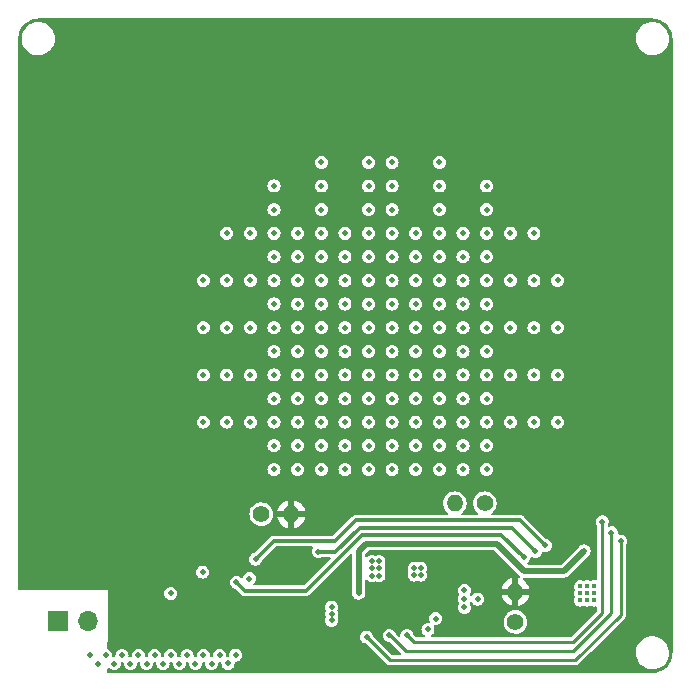
<source format=gbr>
G04 #@! TF.GenerationSoftware,KiCad,Pcbnew,(6.0.4)*
G04 #@! TF.CreationDate,2022-07-06T17:52:26+08:00*
G04 #@! TF.ProjectId,BQ51013_EVB,42513531-3031-4335-9f45-56422e6b6963,rev?*
G04 #@! TF.SameCoordinates,Original*
G04 #@! TF.FileFunction,Copper,L2,Inr*
G04 #@! TF.FilePolarity,Positive*
%FSLAX46Y46*%
G04 Gerber Fmt 4.6, Leading zero omitted, Abs format (unit mm)*
G04 Created by KiCad (PCBNEW (6.0.4)) date 2022-07-06 17:52:26*
%MOMM*%
%LPD*%
G01*
G04 APERTURE LIST*
G04 #@! TA.AperFunction,ComponentPad*
%ADD10R,1.700000X1.700000*%
G04 #@! TD*
G04 #@! TA.AperFunction,ComponentPad*
%ADD11O,1.700000X1.700000*%
G04 #@! TD*
G04 #@! TA.AperFunction,ComponentPad*
%ADD12C,1.400000*%
G04 #@! TD*
G04 #@! TA.AperFunction,ComponentPad*
%ADD13O,1.400000X1.400000*%
G04 #@! TD*
G04 #@! TA.AperFunction,ViaPad*
%ADD14C,0.500000*%
G04 #@! TD*
G04 #@! TA.AperFunction,ViaPad*
%ADD15C,0.450000*%
G04 #@! TD*
G04 #@! TA.AperFunction,Conductor*
%ADD16C,0.300000*%
G04 #@! TD*
G04 #@! TA.AperFunction,Conductor*
%ADD17C,0.500000*%
G04 #@! TD*
G04 #@! TA.AperFunction,Conductor*
%ADD18C,0.250000*%
G04 #@! TD*
G04 APERTURE END LIST*
D10*
G04 #@! TO.N,BAT+*
G04 #@! TO.C,J5*
X135250000Y-121090000D03*
D11*
G04 #@! TO.N,BAT-*
X137790000Y-121090000D03*
G04 #@! TD*
D12*
G04 #@! TO.N,Net-(C15-Pad2)*
G04 #@! TO.C,J6*
X171410000Y-111140000D03*
D13*
G04 #@! TO.N,Net-(C1-Pad1)*
X168870000Y-111140000D03*
G04 #@! TD*
D12*
G04 #@! TO.N,Net-(TH1-Pad1)*
G04 #@! TO.C,TH1*
X174010000Y-121180000D03*
D13*
G04 #@! TO.N,GND*
X174010000Y-118640000D03*
G04 #@! TD*
D12*
G04 #@! TO.N,Net-(TH2-Pad1)*
G04 #@! TO.C,TH2*
X152490000Y-112060000D03*
D13*
G04 #@! TO.N,GND*
X155030000Y-112060000D03*
G04 #@! TD*
D14*
G04 #@! TO.N,GND*
X153970000Y-116060000D03*
X152970000Y-122540000D03*
X135570000Y-74270000D03*
D15*
X164040000Y-118280000D03*
X164640000Y-118280000D03*
X163440000Y-118880000D03*
X164040000Y-118880000D03*
X164640000Y-118880000D03*
X163440000Y-119480000D03*
X164040000Y-119480000D03*
X164640000Y-119480000D03*
X163440000Y-120080000D03*
X164040000Y-120080000D03*
X164640000Y-120080000D03*
X163440000Y-120680000D03*
X164040000Y-120680000D03*
X164640000Y-120680000D03*
D14*
X147130000Y-118430000D03*
X148130000Y-118430000D03*
X149130000Y-118430000D03*
X146130000Y-119430000D03*
X147130000Y-119430000D03*
X148130000Y-119430000D03*
X149130000Y-119430000D03*
X146130000Y-120430000D03*
X147130000Y-120430000D03*
X148130000Y-120430000D03*
X149130000Y-120430000D03*
X146130000Y-121430000D03*
X147130000Y-121430000D03*
X148130000Y-121430000D03*
X149130000Y-121430000D03*
X147130000Y-122420000D03*
X146130000Y-122420000D03*
X149130000Y-122420000D03*
X148130000Y-122420000D03*
X145110000Y-120430000D03*
X145110000Y-121430000D03*
X145110000Y-122420000D03*
X153970000Y-122540000D03*
X154970000Y-122540000D03*
X155970000Y-122540000D03*
X156970000Y-122540000D03*
X157970000Y-122540000D03*
X158970000Y-122540000D03*
D15*
X163440000Y-118280000D03*
D14*
X137570000Y-74270000D03*
X139570000Y-74270000D03*
X141570000Y-74270000D03*
X143570000Y-74270000D03*
X145570000Y-74270000D03*
X147570000Y-74270000D03*
X149570000Y-74270000D03*
X151570000Y-74270000D03*
X153570000Y-74270000D03*
X155570000Y-74270000D03*
X157570000Y-74270000D03*
X159570000Y-74270000D03*
X161570000Y-74270000D03*
X163570000Y-74270000D03*
X165570000Y-74270000D03*
X167570000Y-74270000D03*
X169570000Y-74270000D03*
X171570000Y-74270000D03*
X173570000Y-74270000D03*
X175570000Y-74270000D03*
X177570000Y-74270000D03*
X179570000Y-74270000D03*
X181570000Y-74270000D03*
X183570000Y-74270000D03*
X183570000Y-76270000D03*
X181570000Y-76270000D03*
X179570000Y-76270000D03*
X177570000Y-76270000D03*
X175570000Y-76270000D03*
X173570000Y-76270000D03*
X171570000Y-76270000D03*
X169570000Y-76270000D03*
X167570000Y-76270000D03*
X165570000Y-76270000D03*
X163570000Y-76270000D03*
X161570000Y-76270000D03*
X159570000Y-76270000D03*
X157570000Y-76270000D03*
X155570000Y-76270000D03*
X153570000Y-76270000D03*
X151570000Y-76270000D03*
X149570000Y-76270000D03*
X147570000Y-76270000D03*
X145570000Y-76270000D03*
X143570000Y-76270000D03*
X141570000Y-76270000D03*
X139570000Y-76270000D03*
X137570000Y-76270000D03*
X135570000Y-76270000D03*
X135570000Y-78270000D03*
X137570000Y-78270000D03*
X139570000Y-78270000D03*
X141570000Y-78270000D03*
X143570000Y-78270000D03*
X145570000Y-78270000D03*
X147570000Y-78270000D03*
X149570000Y-78270000D03*
X151570000Y-78270000D03*
X153570000Y-78270000D03*
X155570000Y-78270000D03*
X157570000Y-78270000D03*
X159570000Y-78270000D03*
X161570000Y-78270000D03*
X163570000Y-78270000D03*
X165570000Y-78270000D03*
X167570000Y-78270000D03*
X169570000Y-78270000D03*
X171570000Y-78270000D03*
X173570000Y-78270000D03*
X175570000Y-78270000D03*
X177570000Y-78270000D03*
X179570000Y-78270000D03*
X181570000Y-78270000D03*
X183570000Y-78270000D03*
X183570000Y-80270000D03*
X181570000Y-80270000D03*
X179570000Y-80270000D03*
X177570000Y-80270000D03*
X175570000Y-80270000D03*
X173570000Y-80270000D03*
X171570000Y-80270000D03*
X169570000Y-80270000D03*
X167570000Y-80270000D03*
X165570000Y-80270000D03*
X163570000Y-80270000D03*
X161570000Y-80270000D03*
X159570000Y-80270000D03*
X157570000Y-80270000D03*
X155570000Y-80270000D03*
X153570000Y-80270000D03*
X151570000Y-80270000D03*
X149570000Y-80270000D03*
X147570000Y-80270000D03*
X145570000Y-80270000D03*
X143570000Y-80270000D03*
X141570000Y-80270000D03*
X139570000Y-80270000D03*
X137570000Y-80270000D03*
X135570000Y-80270000D03*
X135570000Y-82270000D03*
X137570000Y-82270000D03*
X139570000Y-82270000D03*
X141570000Y-82270000D03*
X143570000Y-82270000D03*
X145570000Y-82270000D03*
X147570000Y-82270000D03*
X149570000Y-82270000D03*
X151570000Y-82270000D03*
X153570000Y-82270000D03*
X155570000Y-82270000D03*
X159570000Y-82270000D03*
X165570000Y-82270000D03*
X169570000Y-82270000D03*
X171570000Y-82270000D03*
X173570000Y-82270000D03*
X175570000Y-82270000D03*
X177570000Y-82270000D03*
X179570000Y-82270000D03*
X181570000Y-82270000D03*
X183570000Y-82270000D03*
X183570000Y-84270000D03*
X181570000Y-84270000D03*
X179570000Y-84270000D03*
X177570000Y-84270000D03*
X175570000Y-84270000D03*
X173570000Y-84270000D03*
X169570000Y-84270000D03*
X165570000Y-84270000D03*
X159570000Y-84270000D03*
X155570000Y-84270000D03*
X151570000Y-84270000D03*
X149570000Y-84270000D03*
X147570000Y-84270000D03*
X145570000Y-84270000D03*
X143570000Y-84270000D03*
X141570000Y-84270000D03*
X139570000Y-84270000D03*
X137570000Y-84270000D03*
X135570000Y-84270000D03*
X135570000Y-86270000D03*
X137570000Y-86270000D03*
X139570000Y-86270000D03*
X141570000Y-86270000D03*
X143570000Y-86270000D03*
X145570000Y-86270000D03*
X147570000Y-86270000D03*
X149570000Y-86270000D03*
X151570000Y-86270000D03*
X155570000Y-86270000D03*
X159570000Y-86270000D03*
X165570000Y-86270000D03*
X169570000Y-86270000D03*
X173570000Y-86270000D03*
X175570000Y-86270000D03*
X177570000Y-86270000D03*
X179570000Y-86270000D03*
X181570000Y-86270000D03*
X183570000Y-86270000D03*
X183570000Y-88270000D03*
X181570000Y-88270000D03*
X179570000Y-88270000D03*
X177570000Y-88270000D03*
X147570000Y-88270000D03*
X145570000Y-88270000D03*
X143570000Y-88270000D03*
X141570000Y-88270000D03*
X139570000Y-88270000D03*
X137570000Y-88270000D03*
X135570000Y-88270000D03*
X135570000Y-90270000D03*
X137570000Y-90270000D03*
X139570000Y-90270000D03*
X141570000Y-90270000D03*
X143570000Y-90270000D03*
X145570000Y-90270000D03*
X147570000Y-90270000D03*
X149570000Y-90270000D03*
X151570000Y-90270000D03*
X173570000Y-90270000D03*
X175570000Y-90270000D03*
X177570000Y-90270000D03*
X179570000Y-90270000D03*
X181570000Y-90270000D03*
X183570000Y-90270000D03*
X183570000Y-92270000D03*
X181570000Y-92270000D03*
X179570000Y-92270000D03*
X145570000Y-92270000D03*
X143570000Y-92270000D03*
X141570000Y-92270000D03*
X139570000Y-92270000D03*
X137570000Y-92270000D03*
X135570000Y-92270000D03*
X135570000Y-94270000D03*
X137570000Y-94270000D03*
X139570000Y-94270000D03*
X141570000Y-94270000D03*
X143570000Y-94270000D03*
X145570000Y-94270000D03*
X147570000Y-94270000D03*
X149570000Y-94270000D03*
X151570000Y-94270000D03*
X173570000Y-94270000D03*
X175570000Y-94270000D03*
X177570000Y-94270000D03*
X179570000Y-94270000D03*
X181570000Y-94270000D03*
X183570000Y-94270000D03*
X183570000Y-96270000D03*
X181570000Y-96270000D03*
X179570000Y-96270000D03*
X145570000Y-96270000D03*
X143570000Y-96270000D03*
X141570000Y-96270000D03*
X139570000Y-96270000D03*
X137570000Y-96270000D03*
X135570000Y-96270000D03*
X135570000Y-98270000D03*
X137570000Y-98270000D03*
X139570000Y-98270000D03*
X141570000Y-98270000D03*
X143570000Y-98270000D03*
X145570000Y-98270000D03*
X147570000Y-98270000D03*
X149570000Y-98270000D03*
X151570000Y-98270000D03*
X173570000Y-98270000D03*
X175570000Y-98270000D03*
X177570000Y-98270000D03*
X179570000Y-98270000D03*
X181570000Y-98270000D03*
X183570000Y-98270000D03*
X183570000Y-100270000D03*
X181570000Y-100270000D03*
X179570000Y-100270000D03*
X145570000Y-100270000D03*
X143570000Y-100270000D03*
X141570000Y-100270000D03*
X139570000Y-100270000D03*
X137570000Y-100270000D03*
X135570000Y-100270000D03*
X135570000Y-102270000D03*
X137570000Y-102270000D03*
X139570000Y-102270000D03*
X141570000Y-102270000D03*
X143570000Y-102270000D03*
X145570000Y-102270000D03*
X147570000Y-102270000D03*
X149570000Y-102270000D03*
X151570000Y-102270000D03*
X173570000Y-102270000D03*
X175570000Y-102270000D03*
X177570000Y-102270000D03*
X179570000Y-102270000D03*
X181570000Y-102270000D03*
X183570000Y-102270000D03*
X183570000Y-104270000D03*
X181570000Y-104270000D03*
X179570000Y-104270000D03*
X145570000Y-104270000D03*
X143570000Y-104270000D03*
X141570000Y-104270000D03*
X139570000Y-104270000D03*
X137570000Y-104270000D03*
X135570000Y-104270000D03*
X135570000Y-106270000D03*
X137570000Y-106270000D03*
X139570000Y-106270000D03*
X141570000Y-106270000D03*
X143570000Y-106270000D03*
X145570000Y-106270000D03*
X147570000Y-106270000D03*
X149570000Y-106270000D03*
X151570000Y-106270000D03*
X173570000Y-106270000D03*
X175570000Y-106270000D03*
X177570000Y-106270000D03*
X179570000Y-106270000D03*
X181570000Y-106270000D03*
X183570000Y-106270000D03*
X183570000Y-108270000D03*
X181570000Y-108270000D03*
X179570000Y-108270000D03*
X177570000Y-108270000D03*
X175570000Y-108270000D03*
X173570000Y-108270000D03*
X151570000Y-108270000D03*
X149570000Y-108270000D03*
X147570000Y-108270000D03*
X145570000Y-108270000D03*
X143570000Y-108270000D03*
X141570000Y-108270000D03*
X139570000Y-108270000D03*
X137570000Y-108270000D03*
X135570000Y-108270000D03*
X153570000Y-116560000D03*
X153970000Y-117060000D03*
X146130000Y-118430000D03*
D15*
G04 #@! TO.N,BAT+*
X179500000Y-118160000D03*
D14*
X140036250Y-124720000D03*
X141412500Y-124720000D03*
X142788750Y-124720000D03*
X144165000Y-124720000D03*
X145541250Y-124720000D03*
X146917500Y-124720000D03*
X148293750Y-124720000D03*
X149670000Y-124690000D03*
X144825000Y-124020000D03*
X147577500Y-124020000D03*
X150330000Y-123990000D03*
X148953750Y-124020000D03*
X146201250Y-124020000D03*
X142072500Y-124020000D03*
X139320000Y-124020000D03*
X143448750Y-124020000D03*
X140696250Y-124020000D03*
D15*
X180100000Y-118160000D03*
X180700000Y-118160000D03*
X179500000Y-118760000D03*
X180100000Y-118760000D03*
X180700000Y-118760000D03*
X179500000Y-119360000D03*
X180100000Y-119360000D03*
X180700000Y-119360000D03*
D14*
X137990000Y-124000000D03*
X138660000Y-124720000D03*
G04 #@! TO.N,Net-(C1-Pad2)*
X158450000Y-121040000D03*
X158450000Y-120475000D03*
X161860000Y-116660000D03*
X162450000Y-116660000D03*
X161860000Y-117255000D03*
X162450000Y-117255000D03*
X161860000Y-116065000D03*
X158450000Y-119910000D03*
X162450000Y-116065000D03*
G04 #@! TO.N,Net-(C1-Pad1)*
X157570000Y-82270000D03*
X161570000Y-82270000D03*
X163570000Y-82270000D03*
X167570000Y-82270000D03*
X171570000Y-84270000D03*
X167570000Y-84270000D03*
X163570000Y-84270000D03*
X161570000Y-84270000D03*
X157570000Y-84270000D03*
X153570000Y-84270000D03*
X153570000Y-86270000D03*
X157570000Y-86270000D03*
X161570000Y-86270000D03*
X163570000Y-86270000D03*
X167570000Y-86270000D03*
X171570000Y-86270000D03*
X175570000Y-88270000D03*
X173570000Y-88270000D03*
X171570000Y-88270000D03*
X169570000Y-88270000D03*
X167570000Y-88270000D03*
X165570000Y-88270000D03*
X163570000Y-88270000D03*
X161570000Y-88270000D03*
X159570000Y-88270000D03*
X157570000Y-88270000D03*
X155570000Y-88270000D03*
X153570000Y-88270000D03*
X151570000Y-88270000D03*
X149570000Y-88270000D03*
X153570000Y-90270000D03*
X155570000Y-90270000D03*
X157570000Y-90270000D03*
X159570000Y-90270000D03*
X161570000Y-90270000D03*
X163570000Y-90270000D03*
X165570000Y-90270000D03*
X167570000Y-90270000D03*
X169570000Y-90270000D03*
X171570000Y-90270000D03*
X177570000Y-92270000D03*
X175570000Y-92270000D03*
X173570000Y-92270000D03*
X171570000Y-92270000D03*
X169570000Y-92270000D03*
X167570000Y-92270000D03*
X165570000Y-92270000D03*
X163570000Y-92270000D03*
X161570000Y-92270000D03*
X159570000Y-92270000D03*
X157570000Y-92270000D03*
X155570000Y-92270000D03*
X153570000Y-92270000D03*
X151570000Y-92270000D03*
X149570000Y-92270000D03*
X147570000Y-92270000D03*
X153570000Y-94270000D03*
X155570000Y-94270000D03*
X157570000Y-94270000D03*
X159570000Y-94270000D03*
X161570000Y-94270000D03*
X163570000Y-94270000D03*
X165570000Y-94270000D03*
X167570000Y-94270000D03*
X169570000Y-94270000D03*
X171570000Y-94270000D03*
X177570000Y-96270000D03*
X175570000Y-96270000D03*
X173570000Y-96270000D03*
X171570000Y-96270000D03*
X169570000Y-96270000D03*
X167570000Y-96270000D03*
X165570000Y-96270000D03*
X163570000Y-96270000D03*
X161570000Y-96270000D03*
X159570000Y-96270000D03*
X157570000Y-96270000D03*
X155570000Y-96270000D03*
X153570000Y-96270000D03*
X151570000Y-96270000D03*
X149570000Y-96270000D03*
X147570000Y-96270000D03*
X153570000Y-98270000D03*
X155570000Y-98270000D03*
X157570000Y-98270000D03*
X159570000Y-98270000D03*
X161570000Y-98270000D03*
X163570000Y-98270000D03*
X165570000Y-98270000D03*
X167570000Y-98270000D03*
X169570000Y-98270000D03*
X171570000Y-98270000D03*
X177570000Y-100270000D03*
X175570000Y-100270000D03*
X173570000Y-100270000D03*
X171570000Y-100270000D03*
X169570000Y-100270000D03*
X167570000Y-100270000D03*
X165570000Y-100270000D03*
X163570000Y-100270000D03*
X161570000Y-100270000D03*
X159570000Y-100270000D03*
X157570000Y-100270000D03*
X155570000Y-100270000D03*
X153570000Y-100270000D03*
X151570000Y-100270000D03*
X149570000Y-100270000D03*
X147570000Y-100270000D03*
X153570000Y-102270000D03*
X155570000Y-102270000D03*
X157570000Y-102270000D03*
X159570000Y-102270000D03*
X161570000Y-102270000D03*
X163570000Y-102270000D03*
X165570000Y-102270000D03*
X167570000Y-102270000D03*
X169570000Y-102270000D03*
X171570000Y-102270000D03*
X177570000Y-104270000D03*
X175570000Y-104270000D03*
X173570000Y-104270000D03*
X171570000Y-104270000D03*
X169570000Y-104270000D03*
X167570000Y-104270000D03*
X165570000Y-104270000D03*
X163570000Y-104270000D03*
X161570000Y-104270000D03*
X159570000Y-104270000D03*
X157570000Y-104270000D03*
X155570000Y-104270000D03*
X153570000Y-104270000D03*
X151570000Y-104270000D03*
X149570000Y-104270000D03*
X147570000Y-104270000D03*
X153570000Y-106270000D03*
X155570000Y-106270000D03*
X157570000Y-106270000D03*
X159570000Y-106270000D03*
X161570000Y-106270000D03*
X163570000Y-106270000D03*
X165570000Y-106270000D03*
X167570000Y-106270000D03*
X169570000Y-106270000D03*
X171570000Y-106270000D03*
X171570000Y-108270000D03*
X169570000Y-108270000D03*
X167570000Y-108270000D03*
X165570000Y-108270000D03*
X163570000Y-108270000D03*
X161570000Y-108270000D03*
X159570000Y-108270000D03*
X157570000Y-108270000D03*
X155570000Y-108270000D03*
X153570000Y-108270000D03*
G04 #@! TO.N,Net-(R1-Pad1)*
X170800000Y-119240000D03*
X167260000Y-120900000D03*
G04 #@! TO.N,BAT_ISET*
X176540000Y-114710000D03*
X152010000Y-115870000D03*
G04 #@! TO.N,Net-(TH1-Pad1)*
X166600000Y-121810000D03*
G04 #@! TO.N,Net-(TH2-Pad1)*
X151469993Y-117510007D03*
G04 #@! TO.N,Net-(U1-Pad2)*
X144830000Y-118760000D03*
X147535000Y-116970000D03*
D15*
G04 #@! TO.N,REG_power*
X160735000Y-118740000D03*
D14*
X179820000Y-115170000D03*
G04 #@! TO.N,REG_EN2*
X164820000Y-122310000D03*
X181350000Y-112710000D03*
G04 #@! TO.N,REG_EN1*
X163320000Y-122310000D03*
X182140000Y-113640000D03*
G04 #@! TO.N,REG_CHG*
X182920000Y-114330000D03*
X161400000Y-122460000D03*
G04 #@! TO.N,BAT_PG*
X175700000Y-115210000D03*
X157310000Y-115240000D03*
G04 #@! TO.N,BAT_CHG*
X174710000Y-115710000D03*
X150370000Y-117820000D03*
G04 #@! TO.N,Net-(C15-Pad2)*
X169680000Y-119940000D03*
X165440000Y-117220000D03*
X165990000Y-116620000D03*
X165440000Y-116620000D03*
X169680000Y-119230000D03*
X169680000Y-118520000D03*
X165990000Y-117220000D03*
G04 #@! TD*
D16*
G04 #@! TO.N,BAT_ISET*
X152010000Y-115860000D02*
X153530000Y-114340000D01*
X174420000Y-112590000D02*
X176540000Y-114710000D01*
X158760000Y-114340000D02*
X160510000Y-112590000D01*
X153530000Y-114340000D02*
X158760000Y-114340000D01*
X160510000Y-112590000D02*
X174420000Y-112590000D01*
X152010000Y-115870000D02*
X152010000Y-115860000D01*
D17*
G04 #@! TO.N,REG_power*
X178110000Y-116880000D02*
X174750000Y-116880000D01*
X160735000Y-115195212D02*
X160735000Y-118740000D01*
X174750000Y-116880000D02*
X172435000Y-114565000D01*
X161365212Y-114565000D02*
X160735000Y-115195212D01*
X172435000Y-114565000D02*
X161365212Y-114565000D01*
X179820000Y-115170000D02*
X178110000Y-116880000D01*
D18*
G04 #@! TO.N,REG_EN2*
X178860000Y-122880000D02*
X181350000Y-120390000D01*
X164820000Y-122310000D02*
X165390000Y-122880000D01*
X165390000Y-122880000D02*
X178860000Y-122880000D01*
X181350000Y-120390000D02*
X181350000Y-112710000D01*
G04 #@! TO.N,REG_EN1*
X164720000Y-123670000D02*
X178920000Y-123670000D01*
X163360000Y-122310000D02*
X164720000Y-123670000D01*
X182140000Y-120450000D02*
X182140000Y-113640000D01*
X178920000Y-123670000D02*
X182140000Y-120450000D01*
X163320000Y-122310000D02*
X163360000Y-122310000D01*
G04 #@! TO.N,REG_CHG*
X182920000Y-120590000D02*
X182920000Y-114330000D01*
X179080000Y-124430000D02*
X182920000Y-120590000D01*
X163370000Y-124430000D02*
X179080000Y-124430000D01*
X161400000Y-122460000D02*
X163370000Y-124430000D01*
D16*
G04 #@! TO.N,BAT_PG*
X175700000Y-115210000D02*
X173680000Y-113190000D01*
X158760000Y-115240000D02*
X157310000Y-115240000D01*
X173680000Y-113190000D02*
X160810000Y-113190000D01*
X160810000Y-113190000D02*
X158760000Y-115240000D01*
G04 #@! TO.N,BAT_CHG*
X172790000Y-113790000D02*
X161035000Y-113790000D01*
X161035000Y-113790000D02*
X156285000Y-118540000D01*
X174710000Y-115710000D02*
X172790000Y-113790000D01*
X151090000Y-118540000D02*
X150370000Y-117820000D01*
X156285000Y-118540000D02*
X151090000Y-118540000D01*
G04 #@! TD*
G04 #@! TA.AperFunction,Conductor*
G04 #@! TO.N,GND*
G36*
X185592235Y-70092003D02*
G01*
X185609999Y-70095135D01*
X185618529Y-70093631D01*
X185623055Y-70093631D01*
X185640906Y-70092710D01*
X185762892Y-70101434D01*
X185844808Y-70107292D01*
X185858784Y-70109303D01*
X186081885Y-70157836D01*
X186095432Y-70161813D01*
X186178484Y-70192790D01*
X186309364Y-70241605D01*
X186322212Y-70247473D01*
X186522605Y-70356895D01*
X186534484Y-70364529D01*
X186666275Y-70463187D01*
X186717268Y-70501360D01*
X186727942Y-70510609D01*
X186889389Y-70672055D01*
X186898640Y-70682731D01*
X187035470Y-70865515D01*
X187043106Y-70877398D01*
X187152525Y-71077785D01*
X187158393Y-71090633D01*
X187238186Y-71304564D01*
X187242164Y-71318114D01*
X187279160Y-71488176D01*
X187290697Y-71541212D01*
X187292708Y-71555191D01*
X187297250Y-71618705D01*
X187307290Y-71759087D01*
X187306368Y-71776946D01*
X187306368Y-71781471D01*
X187304864Y-71790000D01*
X187306368Y-71798528D01*
X187307996Y-71807761D01*
X187309500Y-71824953D01*
X187309501Y-123755046D01*
X187307997Y-123772235D01*
X187304865Y-123789999D01*
X187306369Y-123798529D01*
X187306369Y-123803055D01*
X187307290Y-123820906D01*
X187305475Y-123846291D01*
X187293052Y-124020000D01*
X187292708Y-124024805D01*
X187290697Y-124038784D01*
X187263295Y-124164750D01*
X187242165Y-124261882D01*
X187238186Y-124275435D01*
X187158395Y-124489364D01*
X187152527Y-124502212D01*
X187043105Y-124702605D01*
X187035471Y-124714484D01*
X186929907Y-124855500D01*
X186898640Y-124897268D01*
X186889391Y-124907942D01*
X186727945Y-125069389D01*
X186717269Y-125078640D01*
X186534485Y-125215470D01*
X186522602Y-125223106D01*
X186322215Y-125332525D01*
X186309367Y-125338393D01*
X186202401Y-125378290D01*
X186095433Y-125418187D01*
X186081886Y-125422164D01*
X185858785Y-125470697D01*
X185844809Y-125472708D01*
X185732057Y-125480772D01*
X185640913Y-125487290D01*
X185623054Y-125486368D01*
X185618529Y-125486368D01*
X185610000Y-125484864D01*
X185592236Y-125487996D01*
X185575047Y-125489500D01*
X181888095Y-125489500D01*
X139558600Y-125489501D01*
X139500409Y-125470594D01*
X139464445Y-125421094D01*
X139459601Y-125390066D01*
X139460482Y-125189479D01*
X139460588Y-125165286D01*
X139479751Y-125107180D01*
X139529408Y-125071434D01*
X139590593Y-125071703D01*
X139634851Y-125103125D01*
X139635091Y-125102885D01*
X139636509Y-125104303D01*
X139638126Y-125105451D01*
X139639673Y-125107467D01*
X139639678Y-125107472D01*
X139643629Y-125112621D01*
X139758625Y-125200861D01*
X139892541Y-125256330D01*
X139898970Y-125257176D01*
X139898972Y-125257177D01*
X140029817Y-125274403D01*
X140036250Y-125275250D01*
X140042683Y-125274403D01*
X140173528Y-125257177D01*
X140173530Y-125257176D01*
X140179959Y-125256330D01*
X140313875Y-125200861D01*
X140428871Y-125112621D01*
X140517111Y-124997625D01*
X140572580Y-124863709D01*
X140574724Y-124847430D01*
X140590653Y-124726433D01*
X140591500Y-124720000D01*
X140589210Y-124702605D01*
X140587067Y-124686324D01*
X140598218Y-124626163D01*
X140642600Y-124584047D01*
X140685220Y-124574403D01*
X140689817Y-124574403D01*
X140696250Y-124575250D01*
X140751567Y-124567967D01*
X140811727Y-124579117D01*
X140853845Y-124623499D01*
X140862642Y-124679042D01*
X140860353Y-124696433D01*
X140857250Y-124720000D01*
X140858097Y-124726433D01*
X140874027Y-124847430D01*
X140876170Y-124863709D01*
X140931639Y-124997625D01*
X141019879Y-125112621D01*
X141134875Y-125200861D01*
X141268791Y-125256330D01*
X141275220Y-125257176D01*
X141275222Y-125257177D01*
X141406067Y-125274403D01*
X141412500Y-125275250D01*
X141418933Y-125274403D01*
X141549778Y-125257177D01*
X141549780Y-125257176D01*
X141556209Y-125256330D01*
X141690125Y-125200861D01*
X141805121Y-125112621D01*
X141893361Y-124997625D01*
X141948830Y-124863709D01*
X141950974Y-124847430D01*
X141966903Y-124726433D01*
X141967750Y-124720000D01*
X141965460Y-124702605D01*
X141963317Y-124686324D01*
X141974468Y-124626163D01*
X142018850Y-124584047D01*
X142061470Y-124574403D01*
X142066067Y-124574403D01*
X142072500Y-124575250D01*
X142127817Y-124567967D01*
X142187977Y-124579117D01*
X142230095Y-124623499D01*
X142238892Y-124679042D01*
X142236603Y-124696433D01*
X142233500Y-124720000D01*
X142234347Y-124726433D01*
X142250277Y-124847430D01*
X142252420Y-124863709D01*
X142307889Y-124997625D01*
X142396129Y-125112621D01*
X142511125Y-125200861D01*
X142645041Y-125256330D01*
X142651470Y-125257176D01*
X142651472Y-125257177D01*
X142782317Y-125274403D01*
X142788750Y-125275250D01*
X142795183Y-125274403D01*
X142926028Y-125257177D01*
X142926030Y-125257176D01*
X142932459Y-125256330D01*
X143066375Y-125200861D01*
X143181371Y-125112621D01*
X143269611Y-124997625D01*
X143325080Y-124863709D01*
X143327224Y-124847430D01*
X143343153Y-124726433D01*
X143344000Y-124720000D01*
X143341710Y-124702605D01*
X143339567Y-124686324D01*
X143350718Y-124626163D01*
X143395100Y-124584047D01*
X143437720Y-124574403D01*
X143442317Y-124574403D01*
X143448750Y-124575250D01*
X143504067Y-124567967D01*
X143564227Y-124579117D01*
X143606345Y-124623499D01*
X143615142Y-124679042D01*
X143612853Y-124696433D01*
X143609750Y-124720000D01*
X143610597Y-124726433D01*
X143626527Y-124847430D01*
X143628670Y-124863709D01*
X143684139Y-124997625D01*
X143772379Y-125112621D01*
X143887375Y-125200861D01*
X144021291Y-125256330D01*
X144027720Y-125257176D01*
X144027722Y-125257177D01*
X144158567Y-125274403D01*
X144165000Y-125275250D01*
X144171433Y-125274403D01*
X144302278Y-125257177D01*
X144302280Y-125257176D01*
X144308709Y-125256330D01*
X144442625Y-125200861D01*
X144557621Y-125112621D01*
X144645861Y-124997625D01*
X144701330Y-124863709D01*
X144703474Y-124847430D01*
X144719403Y-124726433D01*
X144720250Y-124720000D01*
X144717960Y-124702605D01*
X144715817Y-124686324D01*
X144726968Y-124626163D01*
X144771350Y-124584047D01*
X144813970Y-124574403D01*
X144818567Y-124574403D01*
X144825000Y-124575250D01*
X144880317Y-124567967D01*
X144940477Y-124579117D01*
X144982595Y-124623499D01*
X144991392Y-124679042D01*
X144989103Y-124696433D01*
X144986000Y-124720000D01*
X144986847Y-124726433D01*
X145002777Y-124847430D01*
X145004920Y-124863709D01*
X145060389Y-124997625D01*
X145148629Y-125112621D01*
X145263625Y-125200861D01*
X145397541Y-125256330D01*
X145403970Y-125257176D01*
X145403972Y-125257177D01*
X145534817Y-125274403D01*
X145541250Y-125275250D01*
X145547683Y-125274403D01*
X145678528Y-125257177D01*
X145678530Y-125257176D01*
X145684959Y-125256330D01*
X145818875Y-125200861D01*
X145933871Y-125112621D01*
X146022111Y-124997625D01*
X146077580Y-124863709D01*
X146079724Y-124847430D01*
X146095653Y-124726433D01*
X146096500Y-124720000D01*
X146094210Y-124702605D01*
X146092067Y-124686324D01*
X146103218Y-124626163D01*
X146147600Y-124584047D01*
X146190220Y-124574403D01*
X146194817Y-124574403D01*
X146201250Y-124575250D01*
X146256567Y-124567967D01*
X146316727Y-124579117D01*
X146358845Y-124623499D01*
X146367642Y-124679042D01*
X146365353Y-124696433D01*
X146362250Y-124720000D01*
X146363097Y-124726433D01*
X146379027Y-124847430D01*
X146381170Y-124863709D01*
X146436639Y-124997625D01*
X146524879Y-125112621D01*
X146639875Y-125200861D01*
X146773791Y-125256330D01*
X146780220Y-125257176D01*
X146780222Y-125257177D01*
X146911067Y-125274403D01*
X146917500Y-125275250D01*
X146923933Y-125274403D01*
X147054778Y-125257177D01*
X147054780Y-125257176D01*
X147061209Y-125256330D01*
X147195125Y-125200861D01*
X147310121Y-125112621D01*
X147398361Y-124997625D01*
X147453830Y-124863709D01*
X147455974Y-124847430D01*
X147471903Y-124726433D01*
X147472750Y-124720000D01*
X147470460Y-124702605D01*
X147468317Y-124686324D01*
X147479468Y-124626163D01*
X147523850Y-124584047D01*
X147566470Y-124574403D01*
X147571067Y-124574403D01*
X147577500Y-124575250D01*
X147632817Y-124567967D01*
X147692977Y-124579117D01*
X147735095Y-124623499D01*
X147743892Y-124679042D01*
X147741603Y-124696433D01*
X147738500Y-124720000D01*
X147739347Y-124726433D01*
X147755277Y-124847430D01*
X147757420Y-124863709D01*
X147812889Y-124997625D01*
X147901129Y-125112621D01*
X148016125Y-125200861D01*
X148150041Y-125256330D01*
X148156470Y-125257176D01*
X148156472Y-125257177D01*
X148287317Y-125274403D01*
X148293750Y-125275250D01*
X148300183Y-125274403D01*
X148431028Y-125257177D01*
X148431030Y-125257176D01*
X148437459Y-125256330D01*
X148571375Y-125200861D01*
X148686371Y-125112621D01*
X148774611Y-124997625D01*
X148830080Y-124863709D01*
X148832224Y-124847430D01*
X148848153Y-124726433D01*
X148849000Y-124720000D01*
X148846710Y-124702605D01*
X148844567Y-124686324D01*
X148855718Y-124626163D01*
X148900100Y-124584047D01*
X148942720Y-124574403D01*
X148947317Y-124574403D01*
X148953750Y-124575250D01*
X149005049Y-124568496D01*
X149065208Y-124579646D01*
X149107326Y-124624028D01*
X149116123Y-124679571D01*
X149114750Y-124690000D01*
X149115597Y-124696433D01*
X149132435Y-124824326D01*
X149133670Y-124833709D01*
X149189139Y-124967625D01*
X149277379Y-125082621D01*
X149392375Y-125170861D01*
X149526291Y-125226330D01*
X149532720Y-125227176D01*
X149532722Y-125227177D01*
X149663567Y-125244403D01*
X149670000Y-125245250D01*
X149676433Y-125244403D01*
X149807278Y-125227177D01*
X149807280Y-125227176D01*
X149813709Y-125226330D01*
X149947625Y-125170861D01*
X150062621Y-125082621D01*
X150150861Y-124967625D01*
X150206330Y-124833709D01*
X150207566Y-124824326D01*
X150224403Y-124696433D01*
X150225250Y-124690000D01*
X150224403Y-124683565D01*
X150220817Y-124656324D01*
X150231968Y-124596163D01*
X150276350Y-124554047D01*
X150318970Y-124544403D01*
X150323567Y-124544403D01*
X150330000Y-124545250D01*
X150336433Y-124544403D01*
X150467278Y-124527177D01*
X150467280Y-124527176D01*
X150473709Y-124526330D01*
X150607625Y-124470861D01*
X150722621Y-124382621D01*
X150810861Y-124267625D01*
X150866330Y-124133709D01*
X150868947Y-124113837D01*
X150884403Y-123996433D01*
X150885250Y-123990000D01*
X150872086Y-123890013D01*
X150867177Y-123852722D01*
X150867176Y-123852720D01*
X150866330Y-123846291D01*
X150810861Y-123712375D01*
X150722621Y-123597379D01*
X150607625Y-123509139D01*
X150473709Y-123453670D01*
X150467280Y-123452824D01*
X150467278Y-123452823D01*
X150336433Y-123435597D01*
X150330000Y-123434750D01*
X150323567Y-123435597D01*
X150192722Y-123452823D01*
X150192720Y-123452824D01*
X150186291Y-123453670D01*
X150052375Y-123509139D01*
X149937379Y-123597379D01*
X149849139Y-123712375D01*
X149793670Y-123846291D01*
X149792824Y-123852720D01*
X149792823Y-123852722D01*
X149787914Y-123890013D01*
X149774750Y-123990000D01*
X149775597Y-123996433D01*
X149775597Y-123996435D01*
X149779183Y-124023676D01*
X149768032Y-124083837D01*
X149723650Y-124125953D01*
X149681030Y-124135597D01*
X149676433Y-124135597D01*
X149670000Y-124134750D01*
X149618701Y-124141504D01*
X149558542Y-124130354D01*
X149516424Y-124085972D01*
X149507627Y-124030429D01*
X149508153Y-124026434D01*
X149508153Y-124026433D01*
X149509000Y-124020000D01*
X149490080Y-123876291D01*
X149434611Y-123742375D01*
X149346371Y-123627379D01*
X149231375Y-123539139D01*
X149097459Y-123483670D01*
X149091030Y-123482824D01*
X149091028Y-123482823D01*
X148960183Y-123465597D01*
X148953750Y-123464750D01*
X148947317Y-123465597D01*
X148816472Y-123482823D01*
X148816470Y-123482824D01*
X148810041Y-123483670D01*
X148676125Y-123539139D01*
X148561129Y-123627379D01*
X148472889Y-123742375D01*
X148417420Y-123876291D01*
X148398500Y-124020000D01*
X148399347Y-124026433D01*
X148399347Y-124026435D01*
X148402933Y-124053676D01*
X148391782Y-124113837D01*
X148347400Y-124155953D01*
X148304780Y-124165597D01*
X148300183Y-124165597D01*
X148293750Y-124164750D01*
X148238433Y-124172033D01*
X148178273Y-124160883D01*
X148136155Y-124116501D01*
X148127358Y-124060958D01*
X148131903Y-124026434D01*
X148131903Y-124026433D01*
X148132750Y-124020000D01*
X148113830Y-123876291D01*
X148058361Y-123742375D01*
X147970121Y-123627379D01*
X147855125Y-123539139D01*
X147721209Y-123483670D01*
X147714780Y-123482824D01*
X147714778Y-123482823D01*
X147583933Y-123465597D01*
X147577500Y-123464750D01*
X147571067Y-123465597D01*
X147440222Y-123482823D01*
X147440220Y-123482824D01*
X147433791Y-123483670D01*
X147299875Y-123539139D01*
X147184879Y-123627379D01*
X147096639Y-123742375D01*
X147041170Y-123876291D01*
X147022250Y-124020000D01*
X147023097Y-124026433D01*
X147023097Y-124026435D01*
X147026683Y-124053676D01*
X147015532Y-124113837D01*
X146971150Y-124155953D01*
X146928530Y-124165597D01*
X146923933Y-124165597D01*
X146917500Y-124164750D01*
X146862183Y-124172033D01*
X146802023Y-124160883D01*
X146759905Y-124116501D01*
X146751108Y-124060958D01*
X146755653Y-124026434D01*
X146755653Y-124026433D01*
X146756500Y-124020000D01*
X146737580Y-123876291D01*
X146682111Y-123742375D01*
X146593871Y-123627379D01*
X146478875Y-123539139D01*
X146344959Y-123483670D01*
X146338530Y-123482824D01*
X146338528Y-123482823D01*
X146207683Y-123465597D01*
X146201250Y-123464750D01*
X146194817Y-123465597D01*
X146063972Y-123482823D01*
X146063970Y-123482824D01*
X146057541Y-123483670D01*
X145923625Y-123539139D01*
X145808629Y-123627379D01*
X145720389Y-123742375D01*
X145664920Y-123876291D01*
X145646000Y-124020000D01*
X145646847Y-124026433D01*
X145646847Y-124026435D01*
X145650433Y-124053676D01*
X145639282Y-124113837D01*
X145594900Y-124155953D01*
X145552280Y-124165597D01*
X145547683Y-124165597D01*
X145541250Y-124164750D01*
X145485933Y-124172033D01*
X145425773Y-124160883D01*
X145383655Y-124116501D01*
X145374858Y-124060958D01*
X145379403Y-124026434D01*
X145379403Y-124026433D01*
X145380250Y-124020000D01*
X145361330Y-123876291D01*
X145305861Y-123742375D01*
X145217621Y-123627379D01*
X145102625Y-123539139D01*
X144968709Y-123483670D01*
X144962280Y-123482824D01*
X144962278Y-123482823D01*
X144831433Y-123465597D01*
X144825000Y-123464750D01*
X144818567Y-123465597D01*
X144687722Y-123482823D01*
X144687720Y-123482824D01*
X144681291Y-123483670D01*
X144547375Y-123539139D01*
X144432379Y-123627379D01*
X144344139Y-123742375D01*
X144288670Y-123876291D01*
X144269750Y-124020000D01*
X144270597Y-124026433D01*
X144270597Y-124026435D01*
X144274183Y-124053676D01*
X144263032Y-124113837D01*
X144218650Y-124155953D01*
X144176030Y-124165597D01*
X144171433Y-124165597D01*
X144165000Y-124164750D01*
X144109683Y-124172033D01*
X144049523Y-124160883D01*
X144007405Y-124116501D01*
X143998608Y-124060958D01*
X144003153Y-124026434D01*
X144003153Y-124026433D01*
X144004000Y-124020000D01*
X143985080Y-123876291D01*
X143929611Y-123742375D01*
X143841371Y-123627379D01*
X143726375Y-123539139D01*
X143592459Y-123483670D01*
X143586030Y-123482824D01*
X143586028Y-123482823D01*
X143455183Y-123465597D01*
X143448750Y-123464750D01*
X143442317Y-123465597D01*
X143311472Y-123482823D01*
X143311470Y-123482824D01*
X143305041Y-123483670D01*
X143171125Y-123539139D01*
X143056129Y-123627379D01*
X142967889Y-123742375D01*
X142912420Y-123876291D01*
X142893500Y-124020000D01*
X142894347Y-124026433D01*
X142894347Y-124026435D01*
X142897933Y-124053676D01*
X142886782Y-124113837D01*
X142842400Y-124155953D01*
X142799780Y-124165597D01*
X142795183Y-124165597D01*
X142788750Y-124164750D01*
X142733433Y-124172033D01*
X142673273Y-124160883D01*
X142631155Y-124116501D01*
X142622358Y-124060958D01*
X142626903Y-124026434D01*
X142626903Y-124026433D01*
X142627750Y-124020000D01*
X142608830Y-123876291D01*
X142553361Y-123742375D01*
X142465121Y-123627379D01*
X142350125Y-123539139D01*
X142216209Y-123483670D01*
X142209780Y-123482824D01*
X142209778Y-123482823D01*
X142078933Y-123465597D01*
X142072500Y-123464750D01*
X142066067Y-123465597D01*
X141935222Y-123482823D01*
X141935220Y-123482824D01*
X141928791Y-123483670D01*
X141794875Y-123539139D01*
X141679879Y-123627379D01*
X141591639Y-123742375D01*
X141536170Y-123876291D01*
X141517250Y-124020000D01*
X141518097Y-124026433D01*
X141518097Y-124026435D01*
X141521683Y-124053676D01*
X141510532Y-124113837D01*
X141466150Y-124155953D01*
X141423530Y-124165597D01*
X141418933Y-124165597D01*
X141412500Y-124164750D01*
X141357183Y-124172033D01*
X141297023Y-124160883D01*
X141254905Y-124116501D01*
X141246108Y-124060958D01*
X141250653Y-124026434D01*
X141250653Y-124026433D01*
X141251500Y-124020000D01*
X141232580Y-123876291D01*
X141177111Y-123742375D01*
X141088871Y-123627379D01*
X140973875Y-123539139D01*
X140839959Y-123483670D01*
X140833530Y-123482824D01*
X140833528Y-123482823D01*
X140702683Y-123465597D01*
X140696250Y-123464750D01*
X140689817Y-123465597D01*
X140558972Y-123482823D01*
X140558970Y-123482824D01*
X140552541Y-123483670D01*
X140418625Y-123539139D01*
X140303629Y-123627379D01*
X140215389Y-123742375D01*
X140159920Y-123876291D01*
X140141000Y-124020000D01*
X140141847Y-124026433D01*
X140141847Y-124026435D01*
X140145433Y-124053676D01*
X140134282Y-124113837D01*
X140089900Y-124155953D01*
X140047280Y-124165597D01*
X140042683Y-124165597D01*
X140036250Y-124164750D01*
X139980933Y-124172033D01*
X139920773Y-124160883D01*
X139878655Y-124116501D01*
X139869858Y-124060958D01*
X139874403Y-124026434D01*
X139874403Y-124026433D01*
X139875250Y-124020000D01*
X139856330Y-123876291D01*
X139800861Y-123742375D01*
X139712621Y-123627379D01*
X139597625Y-123539139D01*
X139529374Y-123510869D01*
X139482848Y-123471133D01*
X139468260Y-123418970D01*
X139472473Y-122460000D01*
X160844750Y-122460000D01*
X160863670Y-122603709D01*
X160919139Y-122737625D01*
X161007379Y-122852621D01*
X161122375Y-122940861D01*
X161256291Y-122996330D01*
X161262720Y-122997176D01*
X161262722Y-122997177D01*
X161289003Y-123000637D01*
X161313133Y-123003813D01*
X161370214Y-123031962D01*
X163116780Y-124778528D01*
X163123717Y-124782062D01*
X163123719Y-124782064D01*
X163140045Y-124790382D01*
X163153292Y-124798500D01*
X163174419Y-124813850D01*
X163181827Y-124816257D01*
X163181833Y-124816260D01*
X163199259Y-124821922D01*
X163213608Y-124827865D01*
X163229931Y-124836182D01*
X163229934Y-124836183D01*
X163236874Y-124839719D01*
X163244570Y-124840938D01*
X163262665Y-124843804D01*
X163277764Y-124847428D01*
X163302607Y-124855500D01*
X179147393Y-124855500D01*
X179154798Y-124853094D01*
X179154804Y-124853093D01*
X179172233Y-124847430D01*
X179187335Y-124843804D01*
X179205430Y-124840938D01*
X179213126Y-124839719D01*
X179236402Y-124827860D01*
X179250744Y-124821919D01*
X179275581Y-124813849D01*
X179296715Y-124798494D01*
X179309944Y-124790388D01*
X179333220Y-124778528D01*
X179428528Y-124683220D01*
X180387959Y-123723789D01*
X184205996Y-123723789D01*
X184206153Y-123727974D01*
X184206153Y-123727977D01*
X184208972Y-123803055D01*
X184214913Y-123961295D01*
X184215773Y-123965395D01*
X184215774Y-123965401D01*
X184231172Y-124038787D01*
X184263719Y-124193904D01*
X184351020Y-124414963D01*
X184353190Y-124418539D01*
X184353192Y-124418543D01*
X184418599Y-124526330D01*
X184474319Y-124618153D01*
X184477069Y-124621322D01*
X184627343Y-124794499D01*
X184627347Y-124794503D01*
X184630090Y-124797664D01*
X184633328Y-124800319D01*
X184633329Y-124800320D01*
X184686362Y-124843804D01*
X184813880Y-124948362D01*
X185020433Y-125065939D01*
X185243844Y-125147034D01*
X185293194Y-125155958D01*
X185474521Y-125188747D01*
X185474526Y-125188748D01*
X185477725Y-125189326D01*
X185497322Y-125190250D01*
X185501472Y-125190446D01*
X185501476Y-125190446D01*
X185502619Y-125190500D01*
X185669680Y-125190500D01*
X185671763Y-125190323D01*
X185671769Y-125190323D01*
X185842652Y-125175823D01*
X185842653Y-125175823D01*
X185846823Y-125175469D01*
X185850873Y-125174418D01*
X185850878Y-125174417D01*
X186072818Y-125116813D01*
X186072821Y-125116812D01*
X186076874Y-125115760D01*
X186083843Y-125112621D01*
X186161870Y-125077472D01*
X186293576Y-125018143D01*
X186316405Y-125002774D01*
X186487261Y-124887746D01*
X186487262Y-124887745D01*
X186490732Y-124885409D01*
X186493762Y-124882519D01*
X186659671Y-124724250D01*
X186659675Y-124724245D01*
X186662705Y-124721355D01*
X186667814Y-124714489D01*
X186733530Y-124626163D01*
X186804579Y-124530670D01*
X186863407Y-124414963D01*
X186910398Y-124322539D01*
X186910400Y-124322535D01*
X186912295Y-124318807D01*
X186982775Y-124091824D01*
X186995418Y-123996435D01*
X187013454Y-123860362D01*
X187013454Y-123860360D01*
X187014004Y-123856211D01*
X187012679Y-123820906D01*
X187009537Y-123737226D01*
X187005087Y-123618705D01*
X187004227Y-123614605D01*
X187004226Y-123614599D01*
X186966667Y-123435597D01*
X186956281Y-123386096D01*
X186868980Y-123165037D01*
X186745681Y-122961847D01*
X186661004Y-122864265D01*
X186592657Y-122785501D01*
X186592653Y-122785497D01*
X186589910Y-122782336D01*
X186406120Y-122631638D01*
X186199567Y-122514061D01*
X185976156Y-122432966D01*
X185926806Y-122424042D01*
X185745479Y-122391253D01*
X185745474Y-122391252D01*
X185742275Y-122390674D01*
X185722678Y-122389750D01*
X185718528Y-122389554D01*
X185718524Y-122389554D01*
X185717381Y-122389500D01*
X185550320Y-122389500D01*
X185548237Y-122389677D01*
X185548231Y-122389677D01*
X185377348Y-122404177D01*
X185377347Y-122404177D01*
X185373177Y-122404531D01*
X185369127Y-122405582D01*
X185369122Y-122405583D01*
X185147182Y-122463187D01*
X185147179Y-122463188D01*
X185143126Y-122464240D01*
X185139304Y-122465962D01*
X185139303Y-122465962D01*
X185125746Y-122472069D01*
X184926424Y-122561857D01*
X184922947Y-122564198D01*
X184922945Y-122564199D01*
X184864259Y-122603709D01*
X184729268Y-122694591D01*
X184726241Y-122697478D01*
X184726238Y-122697481D01*
X184560329Y-122855750D01*
X184560325Y-122855755D01*
X184557295Y-122858645D01*
X184554793Y-122862008D01*
X184554792Y-122862009D01*
X184535434Y-122888027D01*
X184415421Y-123049330D01*
X184413519Y-123053071D01*
X184324313Y-123228528D01*
X184307705Y-123261193D01*
X184237225Y-123488176D01*
X184229774Y-123544392D01*
X184218775Y-123627379D01*
X184205996Y-123723789D01*
X180387959Y-123723789D01*
X183173218Y-120938529D01*
X183173220Y-120938528D01*
X183268528Y-120843220D01*
X183280387Y-120819946D01*
X183288500Y-120806707D01*
X183299269Y-120791886D01*
X183299271Y-120791882D01*
X183303849Y-120785581D01*
X183311919Y-120760744D01*
X183317860Y-120746402D01*
X183329719Y-120723126D01*
X183333804Y-120697335D01*
X183337430Y-120682233D01*
X183343093Y-120664804D01*
X183343094Y-120664798D01*
X183345500Y-120657393D01*
X183345500Y-114713379D01*
X183365958Y-114653111D01*
X183396910Y-114612774D01*
X183400861Y-114607625D01*
X183456330Y-114473709D01*
X183475250Y-114330000D01*
X183471593Y-114302221D01*
X183457177Y-114192722D01*
X183457176Y-114192720D01*
X183456330Y-114186291D01*
X183400861Y-114052375D01*
X183312621Y-113937379D01*
X183197625Y-113849139D01*
X183063709Y-113793670D01*
X183057280Y-113792824D01*
X183057278Y-113792823D01*
X182926433Y-113775597D01*
X182920000Y-113774750D01*
X182913567Y-113775597D01*
X182913566Y-113775597D01*
X182801148Y-113790397D01*
X182740987Y-113779247D01*
X182698870Y-113734864D01*
X182690073Y-113679322D01*
X182694403Y-113646433D01*
X182695250Y-113640000D01*
X182676330Y-113496291D01*
X182620861Y-113362375D01*
X182532621Y-113247379D01*
X182417625Y-113159139D01*
X182283709Y-113103670D01*
X182277280Y-113102824D01*
X182277278Y-113102823D01*
X182146433Y-113085597D01*
X182140000Y-113084750D01*
X182133567Y-113085597D01*
X182002722Y-113102823D01*
X182002720Y-113102824D01*
X181996291Y-113103670D01*
X181958964Y-113119131D01*
X181897969Y-113123932D01*
X181845800Y-113091962D01*
X181822385Y-113035435D01*
X181833000Y-112988511D01*
X181830861Y-112987625D01*
X181862591Y-112911020D01*
X181886330Y-112853709D01*
X181905250Y-112710000D01*
X181898983Y-112662396D01*
X181887177Y-112572722D01*
X181887176Y-112572720D01*
X181886330Y-112566291D01*
X181830861Y-112432375D01*
X181742621Y-112317379D01*
X181627625Y-112229139D01*
X181493709Y-112173670D01*
X181487280Y-112172824D01*
X181487278Y-112172823D01*
X181372232Y-112157677D01*
X181350000Y-112154750D01*
X181327768Y-112157677D01*
X181212722Y-112172823D01*
X181212720Y-112172824D01*
X181206291Y-112173670D01*
X181072375Y-112229139D01*
X180957379Y-112317379D01*
X180869139Y-112432375D01*
X180813670Y-112566291D01*
X180812824Y-112572720D01*
X180812823Y-112572722D01*
X180801017Y-112662396D01*
X180794750Y-112710000D01*
X180813670Y-112853709D01*
X180869139Y-112987625D01*
X180873090Y-112992774D01*
X180904042Y-113033111D01*
X180924500Y-113093379D01*
X180924500Y-117546634D01*
X180905593Y-117604825D01*
X180856093Y-117640789D01*
X180812579Y-117644787D01*
X180700000Y-117629965D01*
X180693567Y-117630812D01*
X180569248Y-117647179D01*
X180569246Y-117647180D01*
X180562817Y-117648026D01*
X180494579Y-117676291D01*
X180437885Y-117699774D01*
X180376889Y-117704575D01*
X180362120Y-117699776D01*
X180237183Y-117648026D01*
X180230754Y-117647180D01*
X180230752Y-117647179D01*
X180106433Y-117630812D01*
X180100000Y-117629965D01*
X180093567Y-117630812D01*
X179969248Y-117647179D01*
X179969246Y-117647180D01*
X179962817Y-117648026D01*
X179894579Y-117676291D01*
X179837885Y-117699774D01*
X179776889Y-117704575D01*
X179762120Y-117699776D01*
X179637183Y-117648026D01*
X179630754Y-117647180D01*
X179630752Y-117647179D01*
X179506433Y-117630812D01*
X179500000Y-117629965D01*
X179493567Y-117630812D01*
X179369248Y-117647179D01*
X179369246Y-117647180D01*
X179362817Y-117648026D01*
X179349080Y-117653716D01*
X179240981Y-117698491D01*
X179240977Y-117698493D01*
X179234983Y-117700976D01*
X179125209Y-117785209D01*
X179040976Y-117894983D01*
X179038493Y-117900977D01*
X179038491Y-117900981D01*
X179015173Y-117957278D01*
X178988026Y-118022817D01*
X178987180Y-118029246D01*
X178987179Y-118029248D01*
X178981736Y-118070593D01*
X178969965Y-118160000D01*
X178970812Y-118166433D01*
X178986171Y-118283090D01*
X178988026Y-118297183D01*
X179023240Y-118382198D01*
X179039774Y-118422115D01*
X179044575Y-118483111D01*
X179039774Y-118497885D01*
X178988026Y-118622817D01*
X178987180Y-118629246D01*
X178987179Y-118629248D01*
X178977493Y-118702823D01*
X178969965Y-118760000D01*
X178970812Y-118766433D01*
X178987006Y-118889432D01*
X178988026Y-118897183D01*
X179039586Y-119021661D01*
X179039774Y-119022115D01*
X179044575Y-119083111D01*
X179039774Y-119097885D01*
X178988026Y-119222817D01*
X178987180Y-119229246D01*
X178987179Y-119229248D01*
X178978236Y-119297177D01*
X178969965Y-119360000D01*
X178970812Y-119366433D01*
X178979068Y-119429139D01*
X178988026Y-119497183D01*
X178990509Y-119503177D01*
X179038491Y-119619019D01*
X179038493Y-119619023D01*
X179040976Y-119625017D01*
X179125209Y-119734791D01*
X179234982Y-119819024D01*
X179362817Y-119871974D01*
X179369246Y-119872820D01*
X179369248Y-119872821D01*
X179493567Y-119889188D01*
X179500000Y-119890035D01*
X179506433Y-119889188D01*
X179630752Y-119872821D01*
X179630754Y-119872820D01*
X179637183Y-119871974D01*
X179762116Y-119820226D01*
X179823111Y-119815425D01*
X179837880Y-119820224D01*
X179962817Y-119871974D01*
X179969246Y-119872820D01*
X179969248Y-119872821D01*
X180093567Y-119889188D01*
X180100000Y-119890035D01*
X180106433Y-119889188D01*
X180230752Y-119872821D01*
X180230754Y-119872820D01*
X180237183Y-119871974D01*
X180362116Y-119820226D01*
X180423111Y-119815425D01*
X180437880Y-119820224D01*
X180562817Y-119871974D01*
X180569246Y-119872820D01*
X180569248Y-119872821D01*
X180693567Y-119889188D01*
X180700000Y-119890035D01*
X180812579Y-119875213D01*
X180872738Y-119886363D01*
X180914856Y-119930745D01*
X180924500Y-119973366D01*
X180924500Y-120172744D01*
X180905593Y-120230935D01*
X180895504Y-120242748D01*
X178712748Y-122425504D01*
X178658231Y-122453281D01*
X178642744Y-122454500D01*
X166956012Y-122454500D01*
X166897821Y-122435593D01*
X166861857Y-122386093D01*
X166861857Y-122324907D01*
X166895744Y-122276958D01*
X166987472Y-122206572D01*
X166992621Y-122202621D01*
X167080861Y-122087625D01*
X167136330Y-121953709D01*
X167140397Y-121922823D01*
X167154403Y-121816433D01*
X167155250Y-121810000D01*
X167136330Y-121666291D01*
X167102359Y-121584276D01*
X167097558Y-121523281D01*
X167129528Y-121471112D01*
X167186056Y-121447697D01*
X167206745Y-121448239D01*
X167253566Y-121454403D01*
X167253567Y-121454403D01*
X167260000Y-121455250D01*
X167266433Y-121454403D01*
X167397278Y-121437177D01*
X167397280Y-121437176D01*
X167403709Y-121436330D01*
X167537625Y-121380861D01*
X167652621Y-121292621D01*
X167740861Y-121177625D01*
X167745691Y-121165963D01*
X173004757Y-121165963D01*
X173008060Y-121205296D01*
X173017925Y-121322774D01*
X173021175Y-121361483D01*
X173022508Y-121366131D01*
X173022508Y-121366132D01*
X173068702Y-121527226D01*
X173075258Y-121550091D01*
X173077473Y-121554401D01*
X173162731Y-121720296D01*
X173162734Y-121720300D01*
X173164944Y-121724601D01*
X173286818Y-121878369D01*
X173290505Y-121881507D01*
X173290507Y-121881509D01*
X173432550Y-122002397D01*
X173432555Y-122002400D01*
X173436238Y-122005535D01*
X173440460Y-122007895D01*
X173440465Y-122007898D01*
X173539826Y-122063428D01*
X173607513Y-122101257D01*
X173708549Y-122134086D01*
X173789513Y-122160393D01*
X173789516Y-122160394D01*
X173794118Y-122161889D01*
X173988946Y-122185121D01*
X173993768Y-122184750D01*
X173993771Y-122184750D01*
X174179748Y-122170440D01*
X174179753Y-122170439D01*
X174184576Y-122170068D01*
X174373556Y-122117303D01*
X174377869Y-122115124D01*
X174377875Y-122115122D01*
X174544368Y-122031020D01*
X174544370Y-122031018D01*
X174548689Y-122028837D01*
X174575490Y-122007898D01*
X174699487Y-121911022D01*
X174699491Y-121911018D01*
X174703303Y-121908040D01*
X174728915Y-121878369D01*
X174828345Y-121763177D01*
X174828347Y-121763175D01*
X174831509Y-121759511D01*
X174834214Y-121754750D01*
X174926036Y-121593115D01*
X174926037Y-121593112D01*
X174928425Y-121588909D01*
X174932610Y-121576330D01*
X174988831Y-121407323D01*
X174988831Y-121407321D01*
X174990358Y-121402732D01*
X175014949Y-121208071D01*
X175015341Y-121180000D01*
X175014438Y-121170783D01*
X175001977Y-121043709D01*
X174996194Y-120984728D01*
X174939484Y-120796894D01*
X174890664Y-120705078D01*
X174849643Y-120627927D01*
X174849641Y-120627923D01*
X174847370Y-120623653D01*
X174842129Y-120617226D01*
X174726422Y-120475355D01*
X174726421Y-120475354D01*
X174723361Y-120471602D01*
X174572180Y-120346535D01*
X174399585Y-120253213D01*
X174212152Y-120195193D01*
X174207342Y-120194687D01*
X174207340Y-120194687D01*
X174021835Y-120175189D01*
X174021833Y-120175189D01*
X174017019Y-120174683D01*
X173952891Y-120180519D01*
X173826438Y-120192027D01*
X173826435Y-120192028D01*
X173821618Y-120192466D01*
X173816976Y-120193832D01*
X173816972Y-120193833D01*
X173638040Y-120246496D01*
X173638037Y-120246497D01*
X173633393Y-120247864D01*
X173459512Y-120338767D01*
X173455743Y-120341797D01*
X173455742Y-120341798D01*
X173446016Y-120349618D01*
X173306600Y-120461711D01*
X173294333Y-120476330D01*
X173183589Y-120608310D01*
X173183586Y-120608314D01*
X173180480Y-120612016D01*
X173085956Y-120783954D01*
X173084492Y-120788568D01*
X173084491Y-120788571D01*
X173036921Y-120938531D01*
X173026628Y-120970978D01*
X173026088Y-120975790D01*
X173026088Y-120975791D01*
X173009271Y-121125723D01*
X173004757Y-121165963D01*
X167745691Y-121165963D01*
X167796330Y-121043709D01*
X167797666Y-121033567D01*
X167814403Y-120906433D01*
X167815250Y-120900000D01*
X167802968Y-120806707D01*
X167797177Y-120762722D01*
X167797176Y-120762720D01*
X167796330Y-120756291D01*
X167740861Y-120622375D01*
X167652621Y-120507379D01*
X167537625Y-120419139D01*
X167403709Y-120363670D01*
X167397280Y-120362824D01*
X167397278Y-120362823D01*
X167266433Y-120345597D01*
X167260000Y-120344750D01*
X167253567Y-120345597D01*
X167122722Y-120362823D01*
X167122720Y-120362824D01*
X167116291Y-120363670D01*
X166982375Y-120419139D01*
X166867379Y-120507379D01*
X166779139Y-120622375D01*
X166723670Y-120756291D01*
X166722824Y-120762720D01*
X166722823Y-120762722D01*
X166717032Y-120806707D01*
X166704750Y-120900000D01*
X166705597Y-120906433D01*
X166722335Y-121033567D01*
X166723670Y-121043709D01*
X166726153Y-121049703D01*
X166757641Y-121125723D01*
X166762442Y-121186719D01*
X166730472Y-121238888D01*
X166673944Y-121262303D01*
X166653255Y-121261761D01*
X166606434Y-121255597D01*
X166606433Y-121255597D01*
X166600000Y-121254750D01*
X166593567Y-121255597D01*
X166462722Y-121272823D01*
X166462720Y-121272824D01*
X166456291Y-121273670D01*
X166322375Y-121329139D01*
X166207379Y-121417379D01*
X166119139Y-121532375D01*
X166063670Y-121666291D01*
X166044750Y-121810000D01*
X166045597Y-121816433D01*
X166059604Y-121922823D01*
X166063670Y-121953709D01*
X166119139Y-122087625D01*
X166207379Y-122202621D01*
X166212528Y-122206572D01*
X166304256Y-122276958D01*
X166338911Y-122327383D01*
X166337309Y-122388547D01*
X166300062Y-122437089D01*
X166243988Y-122454500D01*
X165607256Y-122454500D01*
X165549065Y-122435593D01*
X165537252Y-122425504D01*
X165391962Y-122280214D01*
X165363813Y-122223132D01*
X165362136Y-122210388D01*
X165356330Y-122166291D01*
X165300861Y-122032375D01*
X165212621Y-121917379D01*
X165097625Y-121829139D01*
X164963709Y-121773670D01*
X164957280Y-121772824D01*
X164957278Y-121772823D01*
X164826433Y-121755597D01*
X164820000Y-121754750D01*
X164813567Y-121755597D01*
X164682722Y-121772823D01*
X164682720Y-121772824D01*
X164676291Y-121773670D01*
X164542375Y-121829139D01*
X164427379Y-121917379D01*
X164339139Y-122032375D01*
X164283670Y-122166291D01*
X164282824Y-122172720D01*
X164282823Y-122172722D01*
X164274736Y-122234150D01*
X164264750Y-122310000D01*
X164265597Y-122316432D01*
X164272622Y-122369790D01*
X164261472Y-122429951D01*
X164217090Y-122472069D01*
X164156428Y-122480055D01*
X164104465Y-122452717D01*
X163885898Y-122234150D01*
X163857749Y-122177069D01*
X163857177Y-122172723D01*
X163857177Y-122172722D01*
X163856330Y-122166291D01*
X163800861Y-122032375D01*
X163712621Y-121917379D01*
X163597625Y-121829139D01*
X163463709Y-121773670D01*
X163457280Y-121772824D01*
X163457278Y-121772823D01*
X163326433Y-121755597D01*
X163320000Y-121754750D01*
X163313567Y-121755597D01*
X163182722Y-121772823D01*
X163182720Y-121772824D01*
X163176291Y-121773670D01*
X163042375Y-121829139D01*
X162927379Y-121917379D01*
X162839139Y-122032375D01*
X162783670Y-122166291D01*
X162782824Y-122172720D01*
X162782823Y-122172722D01*
X162774736Y-122234150D01*
X162764750Y-122310000D01*
X162765597Y-122316432D01*
X162765597Y-122316433D01*
X162780577Y-122430214D01*
X162783670Y-122453709D01*
X162839139Y-122587625D01*
X162927379Y-122702621D01*
X163042375Y-122790861D01*
X163176291Y-122846330D01*
X163182720Y-122847176D01*
X163182722Y-122847177D01*
X163240365Y-122854766D01*
X163279198Y-122859878D01*
X163336279Y-122888027D01*
X164283748Y-123835496D01*
X164311525Y-123890013D01*
X164301954Y-123950445D01*
X164258689Y-123993710D01*
X164213744Y-124004500D01*
X163587256Y-124004500D01*
X163529065Y-123985593D01*
X163517252Y-123975504D01*
X161971962Y-122430214D01*
X161943813Y-122373132D01*
X161942776Y-122365250D01*
X161940285Y-122346330D01*
X161937177Y-122322722D01*
X161937176Y-122322720D01*
X161936330Y-122316291D01*
X161880861Y-122182375D01*
X161792621Y-122067379D01*
X161677625Y-121979139D01*
X161543709Y-121923670D01*
X161537280Y-121922824D01*
X161537278Y-121922823D01*
X161406433Y-121905597D01*
X161400000Y-121904750D01*
X161393567Y-121905597D01*
X161262722Y-121922823D01*
X161262720Y-121922824D01*
X161256291Y-121923670D01*
X161122375Y-121979139D01*
X161007379Y-122067379D01*
X160919139Y-122182375D01*
X160863670Y-122316291D01*
X160862824Y-122322720D01*
X160862823Y-122322722D01*
X160854008Y-122389677D01*
X160844750Y-122460000D01*
X139472473Y-122460000D01*
X139475477Y-121776153D01*
X139478711Y-121040000D01*
X157894750Y-121040000D01*
X157898407Y-121067779D01*
X157912819Y-121177242D01*
X157913670Y-121183709D01*
X157969139Y-121317625D01*
X158057379Y-121432621D01*
X158172375Y-121520861D01*
X158306291Y-121576330D01*
X158312720Y-121577176D01*
X158312722Y-121577177D01*
X158401836Y-121588909D01*
X158433784Y-121593115D01*
X158443567Y-121594403D01*
X158450000Y-121595250D01*
X158456433Y-121594403D01*
X158466217Y-121593115D01*
X158498164Y-121588909D01*
X158587278Y-121577177D01*
X158587280Y-121577176D01*
X158593709Y-121576330D01*
X158727625Y-121520861D01*
X158842621Y-121432621D01*
X158930861Y-121317625D01*
X158986330Y-121183709D01*
X158987182Y-121177242D01*
X159001593Y-121067779D01*
X159005250Y-121040000D01*
X159001593Y-121012221D01*
X158987177Y-120902722D01*
X158987176Y-120902720D01*
X158986330Y-120896291D01*
X158944534Y-120795385D01*
X158939734Y-120734388D01*
X158944534Y-120719615D01*
X158946589Y-120714655D01*
X158986330Y-120618709D01*
X159005250Y-120475000D01*
X158990593Y-120363670D01*
X158987177Y-120337722D01*
X158987176Y-120337720D01*
X158986330Y-120331291D01*
X158944534Y-120230385D01*
X158939734Y-120169388D01*
X158944534Y-120154615D01*
X158973904Y-120083709D01*
X158986330Y-120053709D01*
X158989452Y-120030000D01*
X159001300Y-119940000D01*
X169124750Y-119940000D01*
X169125597Y-119946433D01*
X169138874Y-120047278D01*
X169143670Y-120083709D01*
X169199139Y-120217625D01*
X169287379Y-120332621D01*
X169402375Y-120420861D01*
X169536291Y-120476330D01*
X169542720Y-120477176D01*
X169542722Y-120477177D01*
X169673567Y-120494403D01*
X169680000Y-120495250D01*
X169686433Y-120494403D01*
X169817278Y-120477177D01*
X169817280Y-120477176D01*
X169823709Y-120476330D01*
X169957625Y-120420861D01*
X170072621Y-120332621D01*
X170160861Y-120217625D01*
X170216330Y-120083709D01*
X170221127Y-120047278D01*
X170234403Y-119946433D01*
X170235250Y-119940000D01*
X170228560Y-119889188D01*
X170217177Y-119802722D01*
X170217176Y-119802720D01*
X170216330Y-119796291D01*
X170190856Y-119734791D01*
X170163345Y-119668371D01*
X170163344Y-119668368D01*
X170160861Y-119662375D01*
X170147733Y-119645266D01*
X170127310Y-119587590D01*
X170147734Y-119524732D01*
X170149237Y-119522774D01*
X170158249Y-119511030D01*
X170208673Y-119476375D01*
X170269837Y-119477977D01*
X170318035Y-119514960D01*
X170319139Y-119517625D01*
X170407379Y-119632621D01*
X170522375Y-119720861D01*
X170656291Y-119776330D01*
X170662720Y-119777176D01*
X170662722Y-119777177D01*
X170793567Y-119794403D01*
X170800000Y-119795250D01*
X170806433Y-119794403D01*
X170937278Y-119777177D01*
X170937280Y-119777176D01*
X170943709Y-119776330D01*
X171077625Y-119720861D01*
X171192621Y-119632621D01*
X171280861Y-119517625D01*
X171336330Y-119383709D01*
X171337764Y-119372823D01*
X171354403Y-119246433D01*
X171355250Y-119240000D01*
X171342752Y-119145070D01*
X171337177Y-119102722D01*
X171337176Y-119102720D01*
X171336330Y-119096291D01*
X171280861Y-118962375D01*
X171239033Y-118907864D01*
X172831161Y-118907864D01*
X172869398Y-119050566D01*
X172872341Y-119058652D01*
X172958021Y-119242396D01*
X172962322Y-119249844D01*
X173078605Y-119415912D01*
X173084138Y-119422507D01*
X173227493Y-119565862D01*
X173234088Y-119571395D01*
X173400156Y-119687678D01*
X173407604Y-119691979D01*
X173591348Y-119777659D01*
X173599434Y-119780602D01*
X173740857Y-119818496D01*
X173753140Y-119817853D01*
X173756000Y-119808199D01*
X173756000Y-119806874D01*
X174264000Y-119806874D01*
X174267802Y-119818576D01*
X174277864Y-119818839D01*
X174420566Y-119780602D01*
X174428652Y-119777659D01*
X174612396Y-119691979D01*
X174619844Y-119687678D01*
X174785912Y-119571395D01*
X174792507Y-119565862D01*
X174935862Y-119422507D01*
X174941395Y-119415912D01*
X175057678Y-119249844D01*
X175061979Y-119242396D01*
X175147659Y-119058652D01*
X175150602Y-119050566D01*
X175188496Y-118909143D01*
X175187853Y-118896860D01*
X175178199Y-118894000D01*
X174279680Y-118894000D01*
X174266995Y-118898122D01*
X174264000Y-118902243D01*
X174264000Y-119806874D01*
X173756000Y-119806874D01*
X173756000Y-118909680D01*
X173751878Y-118896995D01*
X173747757Y-118894000D01*
X172843126Y-118894000D01*
X172831424Y-118897802D01*
X172831161Y-118907864D01*
X171239033Y-118907864D01*
X171224890Y-118889432D01*
X171196572Y-118852528D01*
X171192621Y-118847379D01*
X171077625Y-118759139D01*
X170943709Y-118703670D01*
X170937280Y-118702824D01*
X170937278Y-118702823D01*
X170806433Y-118685597D01*
X170800000Y-118684750D01*
X170793567Y-118685597D01*
X170662722Y-118702823D01*
X170662720Y-118702824D01*
X170656291Y-118703670D01*
X170522375Y-118759139D01*
X170407379Y-118847379D01*
X170403428Y-118852528D01*
X170403425Y-118852531D01*
X170321752Y-118958969D01*
X170271327Y-118993625D01*
X170210163Y-118992023D01*
X170161965Y-118955040D01*
X170160861Y-118952375D01*
X170147733Y-118935266D01*
X170127310Y-118877590D01*
X170147733Y-118814734D01*
X170152377Y-118808681D01*
X170160861Y-118797625D01*
X170216330Y-118663709D01*
X170235250Y-118520000D01*
X170230393Y-118483111D01*
X170217177Y-118382722D01*
X170217176Y-118382720D01*
X170216330Y-118376291D01*
X170214079Y-118370857D01*
X172831504Y-118370857D01*
X172832147Y-118383140D01*
X172841801Y-118386000D01*
X173740320Y-118386000D01*
X173753005Y-118381878D01*
X173756000Y-118377757D01*
X173756000Y-117473126D01*
X173752198Y-117461424D01*
X173742136Y-117461161D01*
X173599434Y-117499398D01*
X173591348Y-117502341D01*
X173407604Y-117588021D01*
X173400156Y-117592322D01*
X173234088Y-117708605D01*
X173227493Y-117714138D01*
X173084138Y-117857493D01*
X173078605Y-117864088D01*
X172962322Y-118030156D01*
X172958021Y-118037604D01*
X172872341Y-118221348D01*
X172869398Y-118229434D01*
X172831504Y-118370857D01*
X170214079Y-118370857D01*
X170160861Y-118242375D01*
X170072621Y-118127379D01*
X169957625Y-118039139D01*
X169823709Y-117983670D01*
X169817280Y-117982824D01*
X169817278Y-117982823D01*
X169686433Y-117965597D01*
X169680000Y-117964750D01*
X169673567Y-117965597D01*
X169542722Y-117982823D01*
X169542720Y-117982824D01*
X169536291Y-117983670D01*
X169402375Y-118039139D01*
X169287379Y-118127379D01*
X169199139Y-118242375D01*
X169143670Y-118376291D01*
X169142824Y-118382720D01*
X169142823Y-118382722D01*
X169129607Y-118483111D01*
X169124750Y-118520000D01*
X169143670Y-118663709D01*
X169199139Y-118797625D01*
X169207623Y-118808681D01*
X169212267Y-118814734D01*
X169232690Y-118872410D01*
X169212267Y-118935266D01*
X169199139Y-118952375D01*
X169196656Y-118958368D01*
X169196655Y-118958371D01*
X169170440Y-119021661D01*
X169143670Y-119086291D01*
X169142824Y-119092720D01*
X169142823Y-119092722D01*
X169136622Y-119139825D01*
X169124750Y-119230000D01*
X169127363Y-119249844D01*
X169135974Y-119315250D01*
X169143670Y-119373709D01*
X169164770Y-119424650D01*
X169194814Y-119497183D01*
X169199139Y-119507625D01*
X169210019Y-119521804D01*
X169212267Y-119524734D01*
X169232690Y-119582410D01*
X169212267Y-119645266D01*
X169199139Y-119662375D01*
X169196656Y-119668368D01*
X169196655Y-119668371D01*
X169169144Y-119734791D01*
X169143670Y-119796291D01*
X169142824Y-119802720D01*
X169142823Y-119802722D01*
X169131440Y-119889188D01*
X169124750Y-119940000D01*
X159001300Y-119940000D01*
X159004403Y-119916433D01*
X159005250Y-119910000D01*
X158993203Y-119818496D01*
X158987177Y-119772722D01*
X158987176Y-119772720D01*
X158986330Y-119766291D01*
X158930861Y-119632375D01*
X158842621Y-119517379D01*
X158727625Y-119429139D01*
X158593709Y-119373670D01*
X158587280Y-119372824D01*
X158587278Y-119372823D01*
X158456433Y-119355597D01*
X158450000Y-119354750D01*
X158443567Y-119355597D01*
X158312722Y-119372823D01*
X158312720Y-119372824D01*
X158306291Y-119373670D01*
X158172375Y-119429139D01*
X158057379Y-119517379D01*
X157969139Y-119632375D01*
X157913670Y-119766291D01*
X157912824Y-119772720D01*
X157912823Y-119772722D01*
X157906797Y-119818496D01*
X157894750Y-119910000D01*
X157895597Y-119916433D01*
X157910549Y-120030000D01*
X157913670Y-120053709D01*
X157926096Y-120083709D01*
X157955466Y-120154615D01*
X157960266Y-120215612D01*
X157955466Y-120230385D01*
X157913670Y-120331291D01*
X157912824Y-120337720D01*
X157912823Y-120337722D01*
X157909407Y-120363670D01*
X157894750Y-120475000D01*
X157913670Y-120618709D01*
X157953411Y-120714655D01*
X157955466Y-120719615D01*
X157960266Y-120780612D01*
X157955466Y-120795385D01*
X157913670Y-120896291D01*
X157912824Y-120902720D01*
X157912823Y-120902722D01*
X157898407Y-121012221D01*
X157894750Y-121040000D01*
X139478711Y-121040000D01*
X139488726Y-118760000D01*
X144274750Y-118760000D01*
X144277532Y-118781129D01*
X144292811Y-118897183D01*
X144293670Y-118903709D01*
X144349139Y-119037625D01*
X144437379Y-119152621D01*
X144552375Y-119240861D01*
X144686291Y-119296330D01*
X144692720Y-119297176D01*
X144692722Y-119297177D01*
X144823567Y-119314403D01*
X144830000Y-119315250D01*
X144836433Y-119314403D01*
X144967278Y-119297177D01*
X144967280Y-119297176D01*
X144973709Y-119296330D01*
X145107625Y-119240861D01*
X145222621Y-119152621D01*
X145310861Y-119037625D01*
X145366330Y-118903709D01*
X145367190Y-118897183D01*
X145382468Y-118781129D01*
X145385250Y-118760000D01*
X145377722Y-118702823D01*
X145367177Y-118622722D01*
X145367176Y-118622720D01*
X145366330Y-118616291D01*
X145310861Y-118482375D01*
X145222621Y-118367379D01*
X145107625Y-118279139D01*
X144973709Y-118223670D01*
X144967280Y-118222824D01*
X144967278Y-118222823D01*
X144836433Y-118205597D01*
X144830000Y-118204750D01*
X144823567Y-118205597D01*
X144692722Y-118222823D01*
X144692720Y-118222824D01*
X144686291Y-118223670D01*
X144552375Y-118279139D01*
X144437379Y-118367379D01*
X144349139Y-118482375D01*
X144293670Y-118616291D01*
X144292824Y-118622720D01*
X144292823Y-118622722D01*
X144282278Y-118702823D01*
X144274750Y-118760000D01*
X139488726Y-118760000D01*
X139490000Y-118470000D01*
X139481870Y-118470048D01*
X137132415Y-118483978D01*
X132010086Y-118514348D01*
X131951785Y-118495786D01*
X131915528Y-118446500D01*
X131910500Y-118415350D01*
X131910500Y-117820000D01*
X149814750Y-117820000D01*
X149815597Y-117826433D01*
X149830995Y-117943387D01*
X149833670Y-117963709D01*
X149889139Y-118097625D01*
X149977379Y-118212621D01*
X150092375Y-118300861D01*
X150226291Y-118356330D01*
X150232724Y-118357177D01*
X150242416Y-118358453D01*
X150299499Y-118386602D01*
X150748381Y-118835484D01*
X150756122Y-118844196D01*
X150778128Y-118872110D01*
X150784215Y-118876317D01*
X150784216Y-118876318D01*
X150826733Y-118905703D01*
X150829263Y-118907511D01*
X150876817Y-118942635D01*
X150883634Y-118945029D01*
X150889569Y-118949131D01*
X150896622Y-118951362D01*
X150896625Y-118951363D01*
X150918785Y-118958371D01*
X150945904Y-118966948D01*
X150948841Y-118967928D01*
X150997648Y-118985068D01*
X150997650Y-118985068D01*
X151004631Y-118987520D01*
X151010673Y-118987758D01*
X151013353Y-118988280D01*
X151018730Y-118989980D01*
X151025337Y-118990500D01*
X151078531Y-118990500D01*
X151082417Y-118990576D01*
X151132604Y-118992548D01*
X151132606Y-118992548D01*
X151139994Y-118992838D01*
X151146772Y-118991041D01*
X151156598Y-118990500D01*
X156252373Y-118990500D01*
X156264009Y-118991186D01*
X156299310Y-118995364D01*
X156306586Y-118994035D01*
X156306589Y-118994035D01*
X156342259Y-118987520D01*
X156357430Y-118984749D01*
X156360476Y-118984242D01*
X156418962Y-118975449D01*
X156425475Y-118972321D01*
X156432573Y-118971025D01*
X156484982Y-118943801D01*
X156487762Y-118942412D01*
X156534408Y-118920013D01*
X156534411Y-118920011D01*
X156541079Y-118916809D01*
X156545521Y-118912703D01*
X156547781Y-118911180D01*
X156552788Y-118908579D01*
X156557828Y-118904275D01*
X156595460Y-118866643D01*
X156598263Y-118863949D01*
X156635124Y-118829876D01*
X156635126Y-118829873D01*
X156640556Y-118824854D01*
X156644078Y-118818790D01*
X156650638Y-118811465D01*
X160015496Y-115446607D01*
X160070013Y-115418830D01*
X160130445Y-115428401D01*
X160173710Y-115471666D01*
X160184500Y-115516611D01*
X160184500Y-118777785D01*
X160184958Y-118781128D01*
X160184958Y-118781129D01*
X160198878Y-118882749D01*
X160198879Y-118882753D01*
X160199794Y-118889432D01*
X160202471Y-118895618D01*
X160202472Y-118895622D01*
X160257014Y-119021661D01*
X160257016Y-119021665D01*
X160259695Y-119027855D01*
X160354614Y-119145070D01*
X160360113Y-119148978D01*
X160465070Y-119223567D01*
X160477558Y-119232442D01*
X160483903Y-119234726D01*
X160483906Y-119234728D01*
X160613120Y-119281248D01*
X160613123Y-119281249D01*
X160619468Y-119283533D01*
X160663414Y-119286760D01*
X160763158Y-119294086D01*
X160763161Y-119294086D01*
X160769891Y-119294580D01*
X160776506Y-119293246D01*
X160776508Y-119293246D01*
X160844910Y-119279453D01*
X160917743Y-119264767D01*
X160947032Y-119249844D01*
X161046122Y-119199355D01*
X161052132Y-119196293D01*
X161057095Y-119191730D01*
X161057097Y-119191728D01*
X161135936Y-119119231D01*
X161163156Y-119094201D01*
X161195042Y-119042774D01*
X161239077Y-118971753D01*
X161239078Y-118971751D01*
X161242635Y-118966014D01*
X161284715Y-118821175D01*
X161285500Y-118810485D01*
X161285500Y-117702237D01*
X161304407Y-117644046D01*
X161353907Y-117608082D01*
X161415093Y-117608082D01*
X161458188Y-117638538D01*
X161458841Y-117637885D01*
X161462643Y-117641687D01*
X161463042Y-117641969D01*
X161467379Y-117647621D01*
X161582375Y-117735861D01*
X161716291Y-117791330D01*
X161722720Y-117792176D01*
X161722722Y-117792177D01*
X161853567Y-117809403D01*
X161860000Y-117810250D01*
X161866433Y-117809403D01*
X161997278Y-117792177D01*
X161997280Y-117792176D01*
X162003709Y-117791330D01*
X162117116Y-117744356D01*
X162178111Y-117739555D01*
X162192881Y-117744355D01*
X162306291Y-117791330D01*
X162312720Y-117792176D01*
X162312722Y-117792177D01*
X162443567Y-117809403D01*
X162450000Y-117810250D01*
X162456433Y-117809403D01*
X162587278Y-117792177D01*
X162587280Y-117792176D01*
X162593709Y-117791330D01*
X162727625Y-117735861D01*
X162842621Y-117647621D01*
X162930861Y-117532625D01*
X162986330Y-117398709D01*
X162989612Y-117373786D01*
X163004403Y-117261433D01*
X163005250Y-117255000D01*
X163000642Y-117220000D01*
X164884750Y-117220000D01*
X164886380Y-117232382D01*
X164902564Y-117355305D01*
X164903670Y-117363709D01*
X164959139Y-117497625D01*
X165047379Y-117612621D01*
X165162375Y-117700861D01*
X165296291Y-117756330D01*
X165302720Y-117757176D01*
X165302722Y-117757177D01*
X165433567Y-117774403D01*
X165440000Y-117775250D01*
X165446433Y-117774403D01*
X165577278Y-117757177D01*
X165577280Y-117757176D01*
X165583709Y-117756330D01*
X165677116Y-117717640D01*
X165738111Y-117712839D01*
X165752878Y-117717637D01*
X165846291Y-117756330D01*
X165852720Y-117757176D01*
X165852722Y-117757177D01*
X165983567Y-117774403D01*
X165990000Y-117775250D01*
X165996433Y-117774403D01*
X166127278Y-117757177D01*
X166127280Y-117757176D01*
X166133709Y-117756330D01*
X166267625Y-117700861D01*
X166382621Y-117612621D01*
X166470861Y-117497625D01*
X166526330Y-117363709D01*
X166527437Y-117355305D01*
X166543620Y-117232382D01*
X166545250Y-117220000D01*
X166532418Y-117122535D01*
X166527177Y-117082722D01*
X166527176Y-117082720D01*
X166526330Y-117076291D01*
X166477285Y-116957884D01*
X166472484Y-116896889D01*
X166477285Y-116882115D01*
X166509762Y-116803709D01*
X166526330Y-116763709D01*
X166535722Y-116692375D01*
X166544403Y-116626433D01*
X166545250Y-116620000D01*
X166528022Y-116489139D01*
X166527177Y-116482722D01*
X166527176Y-116482720D01*
X166526330Y-116476291D01*
X166470861Y-116342375D01*
X166382621Y-116227379D01*
X166267625Y-116139139D01*
X166133709Y-116083670D01*
X166127280Y-116082824D01*
X166127278Y-116082823D01*
X165996433Y-116065597D01*
X165990000Y-116064750D01*
X165983567Y-116065597D01*
X165852722Y-116082823D01*
X165852720Y-116082824D01*
X165846291Y-116083670D01*
X165752884Y-116122360D01*
X165691889Y-116127161D01*
X165677122Y-116122363D01*
X165583709Y-116083670D01*
X165577280Y-116082824D01*
X165577278Y-116082823D01*
X165446433Y-116065597D01*
X165440000Y-116064750D01*
X165433567Y-116065597D01*
X165302722Y-116082823D01*
X165302720Y-116082824D01*
X165296291Y-116083670D01*
X165162375Y-116139139D01*
X165047379Y-116227379D01*
X164959139Y-116342375D01*
X164903670Y-116476291D01*
X164902824Y-116482720D01*
X164902823Y-116482722D01*
X164901978Y-116489139D01*
X164884750Y-116620000D01*
X164885597Y-116626433D01*
X164894279Y-116692375D01*
X164903670Y-116763709D01*
X164920239Y-116803709D01*
X164952715Y-116882115D01*
X164957516Y-116943111D01*
X164952716Y-116957881D01*
X164903670Y-117076291D01*
X164902824Y-117082720D01*
X164902823Y-117082722D01*
X164897582Y-117122535D01*
X164884750Y-117220000D01*
X163000642Y-117220000D01*
X162999795Y-117213567D01*
X162987177Y-117117722D01*
X162987176Y-117117720D01*
X162986330Y-117111291D01*
X162938321Y-116995385D01*
X162933521Y-116934388D01*
X162938321Y-116919615D01*
X162953854Y-116882115D01*
X162986330Y-116803709D01*
X163005250Y-116660000D01*
X162999137Y-116613567D01*
X162987177Y-116522722D01*
X162987176Y-116522720D01*
X162986330Y-116516291D01*
X162938321Y-116400385D01*
X162933521Y-116339388D01*
X162938321Y-116324615D01*
X162983847Y-116214703D01*
X162986330Y-116208709D01*
X163005250Y-116065000D01*
X162994274Y-115981627D01*
X162987177Y-115927722D01*
X162987176Y-115927720D01*
X162986330Y-115921291D01*
X162930861Y-115787375D01*
X162842621Y-115672379D01*
X162727625Y-115584139D01*
X162593709Y-115528670D01*
X162587280Y-115527824D01*
X162587278Y-115527823D01*
X162456433Y-115510597D01*
X162450000Y-115509750D01*
X162443567Y-115510597D01*
X162312722Y-115527823D01*
X162312720Y-115527824D01*
X162306291Y-115528670D01*
X162192884Y-115575644D01*
X162131889Y-115580445D01*
X162117119Y-115575645D01*
X162003709Y-115528670D01*
X161997280Y-115527824D01*
X161997278Y-115527823D01*
X161866433Y-115510597D01*
X161860000Y-115509750D01*
X161853567Y-115510597D01*
X161722722Y-115527823D01*
X161722720Y-115527824D01*
X161716291Y-115528670D01*
X161582375Y-115584139D01*
X161467379Y-115672379D01*
X161463428Y-115677528D01*
X161463042Y-115678031D01*
X161462668Y-115678288D01*
X161458841Y-115682115D01*
X161458132Y-115681406D01*
X161412617Y-115712686D01*
X161351452Y-115711084D01*
X161302911Y-115673837D01*
X161285500Y-115617763D01*
X161285500Y-115464245D01*
X161304407Y-115406054D01*
X161314496Y-115394241D01*
X161564241Y-115144496D01*
X161618758Y-115116719D01*
X161634245Y-115115500D01*
X172165967Y-115115500D01*
X172224158Y-115134407D01*
X172235971Y-115144496D01*
X174350536Y-117259061D01*
X174353406Y-117262055D01*
X174390400Y-117302286D01*
X174415870Y-117357918D01*
X174403776Y-117417896D01*
X174358737Y-117459311D01*
X174297958Y-117466343D01*
X174291902Y-117464922D01*
X174279145Y-117461504D01*
X174266860Y-117462147D01*
X174264000Y-117471801D01*
X174264000Y-118370320D01*
X174268122Y-118383005D01*
X174272243Y-118386000D01*
X175176874Y-118386000D01*
X175188576Y-118382198D01*
X175188839Y-118372136D01*
X175150602Y-118229434D01*
X175147659Y-118221348D01*
X175061979Y-118037604D01*
X175057678Y-118030156D01*
X174941395Y-117864088D01*
X174935862Y-117857493D01*
X174792507Y-117714138D01*
X174785912Y-117708605D01*
X174645942Y-117610596D01*
X174609120Y-117561731D01*
X174608052Y-117500555D01*
X174643147Y-117450435D01*
X174702726Y-117430500D01*
X174715633Y-117430500D01*
X174725982Y-117431042D01*
X174760746Y-117434696D01*
X174767454Y-117435401D01*
X174788237Y-117431886D01*
X174804746Y-117430500D01*
X178095565Y-117430500D01*
X178099711Y-117430587D01*
X178162294Y-117433210D01*
X178168867Y-117431668D01*
X178168870Y-117431668D01*
X178205893Y-117422984D01*
X178215063Y-117421284D01*
X178227100Y-117419635D01*
X178259432Y-117415206D01*
X178275446Y-117408276D01*
X178292144Y-117402753D01*
X178309136Y-117398768D01*
X178315049Y-117395517D01*
X178315055Y-117395515D01*
X178348387Y-117377191D01*
X178356760Y-117373089D01*
X178391661Y-117357986D01*
X178391665Y-117357984D01*
X178397855Y-117355305D01*
X178411409Y-117344329D01*
X178426014Y-117334516D01*
X178436765Y-117328605D01*
X178436768Y-117328603D01*
X178441308Y-117326107D01*
X178449422Y-117319103D01*
X178474969Y-117293556D01*
X178482670Y-117286623D01*
X178515070Y-117260386D01*
X178527278Y-117243208D01*
X178537971Y-117230554D01*
X180179160Y-115589364D01*
X180188896Y-115580826D01*
X180207472Y-115566572D01*
X180212621Y-115562621D01*
X180233986Y-115534778D01*
X180235069Y-115533455D01*
X180235980Y-115532544D01*
X180238012Y-115529867D01*
X180238019Y-115529859D01*
X180261436Y-115499008D01*
X180261750Y-115498595D01*
X180298877Y-115450211D01*
X180298878Y-115450209D01*
X180300861Y-115447625D01*
X180301370Y-115446397D01*
X180304112Y-115442784D01*
X180330821Y-115375325D01*
X180331393Y-115373913D01*
X180353846Y-115319707D01*
X180353847Y-115319704D01*
X180356330Y-115313709D01*
X180356768Y-115310383D01*
X180357152Y-115308817D01*
X180359635Y-115302547D01*
X180366772Y-115234653D01*
X180367073Y-115232110D01*
X180367465Y-115229139D01*
X180375250Y-115170000D01*
X180374540Y-115164610D01*
X180374743Y-115160746D01*
X180374696Y-115159254D01*
X180375401Y-115152546D01*
X180364652Y-115088991D01*
X180364113Y-115085405D01*
X180357177Y-115032728D01*
X180356330Y-115026291D01*
X180353844Y-115020290D01*
X180352850Y-115016580D01*
X180351859Y-115012034D01*
X180351373Y-115010484D01*
X180350248Y-115003830D01*
X180324343Y-114948778D01*
X180322458Y-114944514D01*
X180312342Y-114920093D01*
X180300861Y-114892375D01*
X180296912Y-114887229D01*
X180293666Y-114881606D01*
X180293920Y-114881460D01*
X180291259Y-114877092D01*
X180288901Y-114873461D01*
X180286029Y-114867358D01*
X180248582Y-114823975D01*
X180244983Y-114819554D01*
X180216571Y-114782527D01*
X180212621Y-114777379D01*
X180207474Y-114773430D01*
X180205644Y-114771599D01*
X180193386Y-114760029D01*
X180187475Y-114753181D01*
X180181856Y-114749448D01*
X180181854Y-114749446D01*
X180142659Y-114723406D01*
X180137176Y-114719488D01*
X180102771Y-114693087D01*
X180102767Y-114693085D01*
X180097625Y-114689139D01*
X180091633Y-114686657D01*
X180091631Y-114686656D01*
X180089143Y-114685626D01*
X180072239Y-114676620D01*
X180061847Y-114669715D01*
X180055431Y-114667630D01*
X180055424Y-114667627D01*
X180013968Y-114654157D01*
X180006676Y-114651467D01*
X179969709Y-114636155D01*
X179969707Y-114636154D01*
X179963709Y-114633670D01*
X179951214Y-114632025D01*
X179933544Y-114628026D01*
X179924823Y-114625192D01*
X179924820Y-114625192D01*
X179918402Y-114623106D01*
X179911660Y-114622823D01*
X179911658Y-114622823D01*
X179890075Y-114621919D01*
X179871555Y-114621142D01*
X179862793Y-114620384D01*
X179820000Y-114614750D01*
X179804118Y-114616841D01*
X179787052Y-114617601D01*
X179767706Y-114616790D01*
X179725408Y-114626711D01*
X179715741Y-114628477D01*
X179676291Y-114633670D01*
X179670298Y-114636153D01*
X179670296Y-114636153D01*
X179665608Y-114638095D01*
X179658336Y-114641107D01*
X179643067Y-114646024D01*
X179620864Y-114651232D01*
X179614951Y-114654483D01*
X179614945Y-114654485D01*
X179585824Y-114670494D01*
X179576019Y-114675202D01*
X179548372Y-114686654D01*
X179548369Y-114686656D01*
X179542375Y-114689139D01*
X179537232Y-114693085D01*
X179537224Y-114693090D01*
X179524254Y-114703043D01*
X179511679Y-114711257D01*
X179493235Y-114721396D01*
X179493232Y-114721398D01*
X179488692Y-114723894D01*
X179480578Y-114730897D01*
X179460832Y-114750643D01*
X179451103Y-114759175D01*
X179427379Y-114777379D01*
X179423425Y-114782532D01*
X179409181Y-114801096D01*
X179400642Y-114810834D01*
X177910972Y-116300504D01*
X177856455Y-116328281D01*
X177840968Y-116329500D01*
X175098592Y-116329500D01*
X175040401Y-116310593D01*
X175004437Y-116261093D01*
X175004437Y-116199907D01*
X175038324Y-116151958D01*
X175097472Y-116106572D01*
X175102621Y-116102621D01*
X175190861Y-115987625D01*
X175246330Y-115853709D01*
X175259573Y-115753119D01*
X175285914Y-115697894D01*
X175339685Y-115668699D01*
X175400347Y-115676685D01*
X175413867Y-115684971D01*
X175417226Y-115686910D01*
X175422375Y-115690861D01*
X175556291Y-115746330D01*
X175562720Y-115747176D01*
X175562722Y-115747177D01*
X175693567Y-115764403D01*
X175700000Y-115765250D01*
X175706433Y-115764403D01*
X175837278Y-115747177D01*
X175837280Y-115747176D01*
X175843709Y-115746330D01*
X175977625Y-115690861D01*
X176092621Y-115602621D01*
X176180861Y-115487625D01*
X176236330Y-115353709D01*
X176241167Y-115316966D01*
X176267508Y-115261742D01*
X176321278Y-115232547D01*
X176377203Y-115238424D01*
X176385308Y-115241781D01*
X176396291Y-115246330D01*
X176402720Y-115247176D01*
X176402722Y-115247177D01*
X176533567Y-115264403D01*
X176540000Y-115265250D01*
X176546433Y-115264403D01*
X176677278Y-115247177D01*
X176677280Y-115247176D01*
X176683709Y-115246330D01*
X176817625Y-115190861D01*
X176932621Y-115102621D01*
X177020861Y-114987625D01*
X177076330Y-114853709D01*
X177080529Y-114821819D01*
X177094403Y-114716433D01*
X177095250Y-114710000D01*
X177086828Y-114646028D01*
X177077177Y-114572722D01*
X177077176Y-114572720D01*
X177076330Y-114566291D01*
X177020861Y-114432375D01*
X176932621Y-114317379D01*
X176817625Y-114229139D01*
X176714179Y-114186291D01*
X176689704Y-114176153D01*
X176689703Y-114176153D01*
X176683709Y-114173670D01*
X176667584Y-114171547D01*
X176610501Y-114143398D01*
X174761619Y-112294516D01*
X174753877Y-112285803D01*
X174736453Y-112263701D01*
X174731872Y-112257890D01*
X174683251Y-112224286D01*
X174680728Y-112222483D01*
X174639139Y-112191764D01*
X174639137Y-112191763D01*
X174633184Y-112187366D01*
X174626368Y-112184973D01*
X174620431Y-112180869D01*
X174613372Y-112178636D01*
X174613371Y-112178636D01*
X174593027Y-112172202D01*
X174564071Y-112163044D01*
X174561186Y-112162082D01*
X174505369Y-112142481D01*
X174499327Y-112142244D01*
X174496653Y-112141723D01*
X174491270Y-112140020D01*
X174484663Y-112139500D01*
X174431459Y-112139500D01*
X174427572Y-112139424D01*
X174377397Y-112137452D01*
X174377394Y-112137452D01*
X174370006Y-112137162D01*
X174363228Y-112138959D01*
X174353403Y-112139500D01*
X172043366Y-112139500D01*
X171985175Y-112120593D01*
X171949211Y-112071093D01*
X171949211Y-112009907D01*
X171982416Y-111962487D01*
X172099487Y-111871022D01*
X172099491Y-111871018D01*
X172103303Y-111868040D01*
X172110159Y-111860098D01*
X172228345Y-111723177D01*
X172228347Y-111723175D01*
X172231509Y-111719511D01*
X172233902Y-111715299D01*
X172326036Y-111553115D01*
X172326037Y-111553112D01*
X172328425Y-111548909D01*
X172339905Y-111514401D01*
X172388831Y-111367323D01*
X172388831Y-111367321D01*
X172390358Y-111362732D01*
X172414949Y-111168071D01*
X172415341Y-111140000D01*
X172414767Y-111134138D01*
X172396666Y-110949546D01*
X172396194Y-110944728D01*
X172339484Y-110756894D01*
X172247370Y-110583653D01*
X172123361Y-110431602D01*
X171972180Y-110306535D01*
X171799585Y-110213213D01*
X171612152Y-110155193D01*
X171607342Y-110154687D01*
X171607340Y-110154687D01*
X171421835Y-110135189D01*
X171421833Y-110135189D01*
X171417019Y-110134683D01*
X171352891Y-110140519D01*
X171226438Y-110152027D01*
X171226435Y-110152028D01*
X171221618Y-110152466D01*
X171216976Y-110153832D01*
X171216972Y-110153833D01*
X171038040Y-110206496D01*
X171038037Y-110206497D01*
X171033393Y-110207864D01*
X170859512Y-110298767D01*
X170855743Y-110301797D01*
X170855742Y-110301798D01*
X170846016Y-110309618D01*
X170706600Y-110421711D01*
X170680186Y-110453190D01*
X170583589Y-110568310D01*
X170583586Y-110568314D01*
X170580480Y-110572016D01*
X170485956Y-110743954D01*
X170484492Y-110748568D01*
X170484491Y-110748571D01*
X170442431Y-110881161D01*
X170426628Y-110930978D01*
X170426088Y-110935790D01*
X170426088Y-110935791D01*
X170410452Y-111075193D01*
X170404757Y-111125963D01*
X170421175Y-111321483D01*
X170422508Y-111326131D01*
X170422508Y-111326132D01*
X170458072Y-111450156D01*
X170475258Y-111510091D01*
X170477473Y-111514401D01*
X170562731Y-111680296D01*
X170562734Y-111680300D01*
X170564944Y-111684601D01*
X170686818Y-111838369D01*
X170690505Y-111841507D01*
X170690507Y-111841509D01*
X170835736Y-111965108D01*
X170867796Y-112017221D01*
X170863102Y-112078226D01*
X170823447Y-112124821D01*
X170771572Y-112139500D01*
X169503366Y-112139500D01*
X169445175Y-112120593D01*
X169409211Y-112071093D01*
X169409211Y-112009907D01*
X169442416Y-111962487D01*
X169559487Y-111871022D01*
X169559491Y-111871018D01*
X169563303Y-111868040D01*
X169570159Y-111860098D01*
X169688345Y-111723177D01*
X169688347Y-111723175D01*
X169691509Y-111719511D01*
X169693902Y-111715299D01*
X169786036Y-111553115D01*
X169786037Y-111553112D01*
X169788425Y-111548909D01*
X169799905Y-111514401D01*
X169848831Y-111367323D01*
X169848831Y-111367321D01*
X169850358Y-111362732D01*
X169874949Y-111168071D01*
X169875341Y-111140000D01*
X169874767Y-111134138D01*
X169856666Y-110949546D01*
X169856194Y-110944728D01*
X169799484Y-110756894D01*
X169707370Y-110583653D01*
X169583361Y-110431602D01*
X169432180Y-110306535D01*
X169259585Y-110213213D01*
X169072152Y-110155193D01*
X169067342Y-110154687D01*
X169067340Y-110154687D01*
X168881835Y-110135189D01*
X168881833Y-110135189D01*
X168877019Y-110134683D01*
X168812891Y-110140519D01*
X168686438Y-110152027D01*
X168686435Y-110152028D01*
X168681618Y-110152466D01*
X168676976Y-110153832D01*
X168676972Y-110153833D01*
X168498040Y-110206496D01*
X168498037Y-110206497D01*
X168493393Y-110207864D01*
X168319512Y-110298767D01*
X168315743Y-110301797D01*
X168315742Y-110301798D01*
X168306016Y-110309618D01*
X168166600Y-110421711D01*
X168140186Y-110453190D01*
X168043589Y-110568310D01*
X168043586Y-110568314D01*
X168040480Y-110572016D01*
X167945956Y-110743954D01*
X167944492Y-110748568D01*
X167944491Y-110748571D01*
X167902431Y-110881161D01*
X167886628Y-110930978D01*
X167886088Y-110935790D01*
X167886088Y-110935791D01*
X167870452Y-111075193D01*
X167864757Y-111125963D01*
X167881175Y-111321483D01*
X167882508Y-111326131D01*
X167882508Y-111326132D01*
X167918072Y-111450156D01*
X167935258Y-111510091D01*
X167937473Y-111514401D01*
X168022731Y-111680296D01*
X168022734Y-111680300D01*
X168024944Y-111684601D01*
X168146818Y-111838369D01*
X168150505Y-111841507D01*
X168150507Y-111841509D01*
X168295736Y-111965108D01*
X168327796Y-112017221D01*
X168323102Y-112078226D01*
X168283447Y-112124821D01*
X168231572Y-112139500D01*
X160542627Y-112139500D01*
X160530991Y-112138814D01*
X160529454Y-112138632D01*
X160495690Y-112134636D01*
X160437567Y-112145251D01*
X160434520Y-112145758D01*
X160411128Y-112149275D01*
X160383353Y-112153451D01*
X160383352Y-112153451D01*
X160376038Y-112154551D01*
X160369528Y-112157677D01*
X160362427Y-112158974D01*
X160335766Y-112172823D01*
X160310005Y-112186204D01*
X160307227Y-112187592D01*
X160260600Y-112209983D01*
X160260596Y-112209985D01*
X160253921Y-112213191D01*
X160249483Y-112217294D01*
X160247220Y-112218819D01*
X160242212Y-112221420D01*
X160237172Y-112225725D01*
X160199540Y-112263357D01*
X160196737Y-112266051D01*
X160159876Y-112300124D01*
X160159874Y-112300127D01*
X160154444Y-112305146D01*
X160150922Y-112311210D01*
X160144362Y-112318535D01*
X158602393Y-113860504D01*
X158547876Y-113888281D01*
X158532389Y-113889500D01*
X153562627Y-113889500D01*
X153550991Y-113888814D01*
X153546487Y-113888281D01*
X153515690Y-113884636D01*
X153457567Y-113895251D01*
X153454520Y-113895758D01*
X153431128Y-113899275D01*
X153403353Y-113903451D01*
X153403352Y-113903451D01*
X153396038Y-113904551D01*
X153389528Y-113907677D01*
X153382427Y-113908974D01*
X153348811Y-113926435D01*
X153330005Y-113936204D01*
X153327227Y-113937592D01*
X153280600Y-113959983D01*
X153280596Y-113959985D01*
X153273921Y-113963191D01*
X153269482Y-113967295D01*
X153267221Y-113968819D01*
X153262212Y-113971420D01*
X153257172Y-113975724D01*
X153219527Y-114013369D01*
X153216725Y-114016062D01*
X153174444Y-114055146D01*
X153170923Y-114061208D01*
X153164368Y-114068528D01*
X151927982Y-115304914D01*
X151878503Y-115329315D01*
X151878993Y-115331143D01*
X151872723Y-115332823D01*
X151866291Y-115333670D01*
X151732375Y-115389139D01*
X151617379Y-115477379D01*
X151529139Y-115592375D01*
X151473670Y-115726291D01*
X151472824Y-115732720D01*
X151472823Y-115732722D01*
X151458407Y-115842221D01*
X151454750Y-115870000D01*
X151473670Y-116013709D01*
X151529139Y-116147625D01*
X151617379Y-116262621D01*
X151732375Y-116350861D01*
X151866291Y-116406330D01*
X151872720Y-116407176D01*
X151872722Y-116407177D01*
X152003567Y-116424403D01*
X152010000Y-116425250D01*
X152016433Y-116424403D01*
X152147278Y-116407177D01*
X152147280Y-116407176D01*
X152153709Y-116406330D01*
X152287625Y-116350861D01*
X152402621Y-116262621D01*
X152490861Y-116147625D01*
X152546330Y-116013709D01*
X152549969Y-115986066D01*
X152578118Y-115928985D01*
X153687607Y-114819496D01*
X153742124Y-114791719D01*
X153757611Y-114790500D01*
X156760271Y-114790500D01*
X156818462Y-114809407D01*
X156854426Y-114858907D01*
X156854426Y-114920093D01*
X156838812Y-114949769D01*
X156829139Y-114962375D01*
X156773670Y-115096291D01*
X156772824Y-115102720D01*
X156772823Y-115102722D01*
X156761219Y-115190861D01*
X156754750Y-115240000D01*
X156755597Y-115246433D01*
X156768874Y-115347278D01*
X156773670Y-115383709D01*
X156829139Y-115517625D01*
X156917379Y-115632621D01*
X157032375Y-115720861D01*
X157166291Y-115776330D01*
X157172720Y-115777176D01*
X157172722Y-115777177D01*
X157303567Y-115794403D01*
X157310000Y-115795250D01*
X157316433Y-115794403D01*
X157447278Y-115777177D01*
X157447280Y-115777176D01*
X157453709Y-115776330D01*
X157587625Y-115720861D01*
X157592772Y-115716911D01*
X157592778Y-115716908D01*
X157600532Y-115710958D01*
X157660799Y-115690500D01*
X158258389Y-115690500D01*
X158316580Y-115709407D01*
X158352544Y-115758907D01*
X158352544Y-115820093D01*
X158328393Y-115859504D01*
X156127393Y-118060504D01*
X156072876Y-118088281D01*
X156057389Y-118089500D01*
X151910723Y-118089500D01*
X151852532Y-118070593D01*
X151816568Y-118021093D01*
X151816568Y-117959907D01*
X151850455Y-117911958D01*
X151857465Y-117906579D01*
X151862614Y-117902628D01*
X151950854Y-117787632D01*
X152006323Y-117653716D01*
X152007804Y-117642472D01*
X152024396Y-117516440D01*
X152025243Y-117510007D01*
X152014787Y-117430587D01*
X152007170Y-117372729D01*
X152007169Y-117372727D01*
X152006323Y-117366298D01*
X151950854Y-117232382D01*
X151862614Y-117117386D01*
X151747618Y-117029146D01*
X151613702Y-116973677D01*
X151607273Y-116972831D01*
X151607271Y-116972830D01*
X151476426Y-116955604D01*
X151469993Y-116954757D01*
X151463560Y-116955604D01*
X151332715Y-116972830D01*
X151332713Y-116972831D01*
X151326284Y-116973677D01*
X151192368Y-117029146D01*
X151077372Y-117117386D01*
X150989132Y-117232382D01*
X150933663Y-117366298D01*
X150932723Y-117373440D01*
X150932502Y-117373903D01*
X150931136Y-117379000D01*
X150930192Y-117378747D01*
X150906385Y-117428663D01*
X150852615Y-117457860D01*
X150791953Y-117449875D01*
X150765586Y-117431242D01*
X150762621Y-117427379D01*
X150647625Y-117339139D01*
X150513709Y-117283670D01*
X150507280Y-117282824D01*
X150507278Y-117282823D01*
X150376433Y-117265597D01*
X150370000Y-117264750D01*
X150363567Y-117265597D01*
X150232722Y-117282823D01*
X150232720Y-117282824D01*
X150226291Y-117283670D01*
X150092375Y-117339139D01*
X149977379Y-117427379D01*
X149889139Y-117542375D01*
X149833670Y-117676291D01*
X149832824Y-117682720D01*
X149832823Y-117682722D01*
X149827160Y-117725737D01*
X149814750Y-117820000D01*
X131910500Y-117820000D01*
X131910500Y-116970000D01*
X146979750Y-116970000D01*
X146980597Y-116976433D01*
X146997563Y-117105297D01*
X146998670Y-117113709D01*
X147054139Y-117247625D01*
X147142379Y-117362621D01*
X147257375Y-117450861D01*
X147391291Y-117506330D01*
X147397720Y-117507176D01*
X147397722Y-117507177D01*
X147528567Y-117524403D01*
X147535000Y-117525250D01*
X147541433Y-117524403D01*
X147672278Y-117507177D01*
X147672280Y-117507176D01*
X147678709Y-117506330D01*
X147812625Y-117450861D01*
X147927621Y-117362621D01*
X148015861Y-117247625D01*
X148071330Y-117113709D01*
X148072438Y-117105297D01*
X148089403Y-116976433D01*
X148090250Y-116970000D01*
X148083617Y-116919615D01*
X148072177Y-116832722D01*
X148072176Y-116832720D01*
X148071330Y-116826291D01*
X148015861Y-116692375D01*
X147927621Y-116577379D01*
X147812625Y-116489139D01*
X147678709Y-116433670D01*
X147672280Y-116432824D01*
X147672278Y-116432823D01*
X147541433Y-116415597D01*
X147535000Y-116414750D01*
X147528567Y-116415597D01*
X147397722Y-116432823D01*
X147397720Y-116432824D01*
X147391291Y-116433670D01*
X147257375Y-116489139D01*
X147142379Y-116577379D01*
X147054139Y-116692375D01*
X146998670Y-116826291D01*
X146997824Y-116832720D01*
X146997823Y-116832722D01*
X146986383Y-116919615D01*
X146979750Y-116970000D01*
X131910500Y-116970000D01*
X131910500Y-112045963D01*
X151484757Y-112045963D01*
X151486867Y-112071093D01*
X151499967Y-112227093D01*
X151501175Y-112241483D01*
X151502508Y-112246131D01*
X151502508Y-112246132D01*
X151525945Y-112327864D01*
X151555258Y-112430091D01*
X151557473Y-112434401D01*
X151642731Y-112600296D01*
X151642734Y-112600300D01*
X151644944Y-112604601D01*
X151766818Y-112758369D01*
X151770505Y-112761507D01*
X151770507Y-112761509D01*
X151912550Y-112882397D01*
X151912555Y-112882400D01*
X151916238Y-112885535D01*
X151920460Y-112887895D01*
X151920465Y-112887898D01*
X151961838Y-112911020D01*
X152087513Y-112981257D01*
X152188549Y-113014086D01*
X152269513Y-113040393D01*
X152269516Y-113040394D01*
X152274118Y-113041889D01*
X152468946Y-113065121D01*
X152473768Y-113064750D01*
X152473771Y-113064750D01*
X152659748Y-113050440D01*
X152659753Y-113050439D01*
X152664576Y-113050068D01*
X152853556Y-112997303D01*
X152857869Y-112995124D01*
X152857875Y-112995122D01*
X153024368Y-112911020D01*
X153024370Y-112911018D01*
X153028689Y-112908837D01*
X153055490Y-112887898D01*
X153179487Y-112791022D01*
X153179491Y-112791018D01*
X153183303Y-112788040D01*
X153208915Y-112758369D01*
X153308345Y-112643177D01*
X153308347Y-112643175D01*
X153311509Y-112639511D01*
X153313902Y-112635299D01*
X153406036Y-112473115D01*
X153406037Y-112473112D01*
X153408425Y-112468909D01*
X153419905Y-112434401D01*
X153455345Y-112327864D01*
X153851161Y-112327864D01*
X153889398Y-112470566D01*
X153892341Y-112478652D01*
X153978021Y-112662396D01*
X153982322Y-112669844D01*
X154098605Y-112835912D01*
X154104138Y-112842507D01*
X154247493Y-112985862D01*
X154254088Y-112991395D01*
X154420156Y-113107678D01*
X154427604Y-113111979D01*
X154611348Y-113197659D01*
X154619434Y-113200602D01*
X154760857Y-113238496D01*
X154773140Y-113237853D01*
X154776000Y-113228199D01*
X154776000Y-113226874D01*
X155284000Y-113226874D01*
X155287802Y-113238576D01*
X155297864Y-113238839D01*
X155440566Y-113200602D01*
X155448652Y-113197659D01*
X155632396Y-113111979D01*
X155639844Y-113107678D01*
X155805912Y-112991395D01*
X155812507Y-112985862D01*
X155955862Y-112842507D01*
X155961395Y-112835912D01*
X156077678Y-112669844D01*
X156081979Y-112662396D01*
X156167659Y-112478652D01*
X156170602Y-112470566D01*
X156208496Y-112329143D01*
X156207853Y-112316860D01*
X156198199Y-112314000D01*
X155299680Y-112314000D01*
X155286995Y-112318122D01*
X155284000Y-112322243D01*
X155284000Y-113226874D01*
X154776000Y-113226874D01*
X154776000Y-112329680D01*
X154771878Y-112316995D01*
X154767757Y-112314000D01*
X153863126Y-112314000D01*
X153851424Y-112317802D01*
X153851161Y-112327864D01*
X153455345Y-112327864D01*
X153468831Y-112287323D01*
X153468831Y-112287321D01*
X153470358Y-112282732D01*
X153494949Y-112088071D01*
X153495087Y-112078226D01*
X153495302Y-112062770D01*
X153495341Y-112060000D01*
X153494438Y-112050783D01*
X153476666Y-111869546D01*
X153476194Y-111864728D01*
X153453891Y-111790857D01*
X153851504Y-111790857D01*
X153852147Y-111803140D01*
X153861801Y-111806000D01*
X154760320Y-111806000D01*
X154773005Y-111801878D01*
X154776000Y-111797757D01*
X154776000Y-111790320D01*
X155284000Y-111790320D01*
X155288122Y-111803005D01*
X155292243Y-111806000D01*
X156196874Y-111806000D01*
X156208576Y-111802198D01*
X156208839Y-111792136D01*
X156170602Y-111649434D01*
X156167659Y-111641348D01*
X156081979Y-111457604D01*
X156077678Y-111450156D01*
X155961395Y-111284088D01*
X155955862Y-111277493D01*
X155812507Y-111134138D01*
X155805912Y-111128605D01*
X155639844Y-111012322D01*
X155632396Y-111008021D01*
X155448652Y-110922341D01*
X155440566Y-110919398D01*
X155299143Y-110881504D01*
X155286860Y-110882147D01*
X155284000Y-110891801D01*
X155284000Y-111790320D01*
X154776000Y-111790320D01*
X154776000Y-110893126D01*
X154772198Y-110881424D01*
X154762136Y-110881161D01*
X154619434Y-110919398D01*
X154611348Y-110922341D01*
X154427604Y-111008021D01*
X154420156Y-111012322D01*
X154254088Y-111128605D01*
X154247493Y-111134138D01*
X154104138Y-111277493D01*
X154098605Y-111284088D01*
X153982322Y-111450156D01*
X153978021Y-111457604D01*
X153892341Y-111641348D01*
X153889398Y-111649434D01*
X153851504Y-111790857D01*
X153453891Y-111790857D01*
X153419484Y-111676894D01*
X153370664Y-111585078D01*
X153329643Y-111507927D01*
X153329641Y-111507923D01*
X153327370Y-111503653D01*
X153212439Y-111362732D01*
X153206422Y-111355355D01*
X153206421Y-111355354D01*
X153203361Y-111351602D01*
X153052180Y-111226535D01*
X152892137Y-111140000D01*
X152883839Y-111135513D01*
X152883838Y-111135513D01*
X152879585Y-111133213D01*
X152692152Y-111075193D01*
X152687342Y-111074687D01*
X152687340Y-111074687D01*
X152501835Y-111055189D01*
X152501833Y-111055189D01*
X152497019Y-111054683D01*
X152432891Y-111060519D01*
X152306438Y-111072027D01*
X152306435Y-111072028D01*
X152301618Y-111072466D01*
X152296976Y-111073832D01*
X152296972Y-111073833D01*
X152118040Y-111126496D01*
X152118037Y-111126497D01*
X152113393Y-111127864D01*
X151939512Y-111218767D01*
X151935743Y-111221797D01*
X151935742Y-111221798D01*
X151926016Y-111229618D01*
X151786600Y-111341711D01*
X151772992Y-111357929D01*
X151663589Y-111488310D01*
X151663586Y-111488314D01*
X151660480Y-111492016D01*
X151565956Y-111663954D01*
X151564492Y-111668568D01*
X151564491Y-111668571D01*
X151522102Y-111802198D01*
X151506628Y-111850978D01*
X151506088Y-111855790D01*
X151506088Y-111855791D01*
X151491165Y-111988837D01*
X151484757Y-112045963D01*
X131910500Y-112045963D01*
X131910500Y-108270000D01*
X153014750Y-108270000D01*
X153033670Y-108413709D01*
X153089139Y-108547625D01*
X153177379Y-108662621D01*
X153292375Y-108750861D01*
X153426291Y-108806330D01*
X153432720Y-108807176D01*
X153432722Y-108807177D01*
X153563567Y-108824403D01*
X153570000Y-108825250D01*
X153576433Y-108824403D01*
X153707278Y-108807177D01*
X153707280Y-108807176D01*
X153713709Y-108806330D01*
X153847625Y-108750861D01*
X153962621Y-108662621D01*
X154050861Y-108547625D01*
X154106330Y-108413709D01*
X154125250Y-108270000D01*
X155014750Y-108270000D01*
X155033670Y-108413709D01*
X155089139Y-108547625D01*
X155177379Y-108662621D01*
X155292375Y-108750861D01*
X155426291Y-108806330D01*
X155432720Y-108807176D01*
X155432722Y-108807177D01*
X155563567Y-108824403D01*
X155570000Y-108825250D01*
X155576433Y-108824403D01*
X155707278Y-108807177D01*
X155707280Y-108807176D01*
X155713709Y-108806330D01*
X155847625Y-108750861D01*
X155962621Y-108662621D01*
X156050861Y-108547625D01*
X156106330Y-108413709D01*
X156125250Y-108270000D01*
X157014750Y-108270000D01*
X157033670Y-108413709D01*
X157089139Y-108547625D01*
X157177379Y-108662621D01*
X157292375Y-108750861D01*
X157426291Y-108806330D01*
X157432720Y-108807176D01*
X157432722Y-108807177D01*
X157563567Y-108824403D01*
X157570000Y-108825250D01*
X157576433Y-108824403D01*
X157707278Y-108807177D01*
X157707280Y-108807176D01*
X157713709Y-108806330D01*
X157847625Y-108750861D01*
X157962621Y-108662621D01*
X158050861Y-108547625D01*
X158106330Y-108413709D01*
X158125250Y-108270000D01*
X159014750Y-108270000D01*
X159033670Y-108413709D01*
X159089139Y-108547625D01*
X159177379Y-108662621D01*
X159292375Y-108750861D01*
X159426291Y-108806330D01*
X159432720Y-108807176D01*
X159432722Y-108807177D01*
X159563567Y-108824403D01*
X159570000Y-108825250D01*
X159576433Y-108824403D01*
X159707278Y-108807177D01*
X159707280Y-108807176D01*
X159713709Y-108806330D01*
X159847625Y-108750861D01*
X159962621Y-108662621D01*
X160050861Y-108547625D01*
X160106330Y-108413709D01*
X160125250Y-108270000D01*
X161014750Y-108270000D01*
X161033670Y-108413709D01*
X161089139Y-108547625D01*
X161177379Y-108662621D01*
X161292375Y-108750861D01*
X161426291Y-108806330D01*
X161432720Y-108807176D01*
X161432722Y-108807177D01*
X161563567Y-108824403D01*
X161570000Y-108825250D01*
X161576433Y-108824403D01*
X161707278Y-108807177D01*
X161707280Y-108807176D01*
X161713709Y-108806330D01*
X161847625Y-108750861D01*
X161962621Y-108662621D01*
X162050861Y-108547625D01*
X162106330Y-108413709D01*
X162125250Y-108270000D01*
X163014750Y-108270000D01*
X163033670Y-108413709D01*
X163089139Y-108547625D01*
X163177379Y-108662621D01*
X163292375Y-108750861D01*
X163426291Y-108806330D01*
X163432720Y-108807176D01*
X163432722Y-108807177D01*
X163563567Y-108824403D01*
X163570000Y-108825250D01*
X163576433Y-108824403D01*
X163707278Y-108807177D01*
X163707280Y-108807176D01*
X163713709Y-108806330D01*
X163847625Y-108750861D01*
X163962621Y-108662621D01*
X164050861Y-108547625D01*
X164106330Y-108413709D01*
X164125250Y-108270000D01*
X165014750Y-108270000D01*
X165033670Y-108413709D01*
X165089139Y-108547625D01*
X165177379Y-108662621D01*
X165292375Y-108750861D01*
X165426291Y-108806330D01*
X165432720Y-108807176D01*
X165432722Y-108807177D01*
X165563567Y-108824403D01*
X165570000Y-108825250D01*
X165576433Y-108824403D01*
X165707278Y-108807177D01*
X165707280Y-108807176D01*
X165713709Y-108806330D01*
X165847625Y-108750861D01*
X165962621Y-108662621D01*
X166050861Y-108547625D01*
X166106330Y-108413709D01*
X166125250Y-108270000D01*
X167014750Y-108270000D01*
X167033670Y-108413709D01*
X167089139Y-108547625D01*
X167177379Y-108662621D01*
X167292375Y-108750861D01*
X167426291Y-108806330D01*
X167432720Y-108807176D01*
X167432722Y-108807177D01*
X167563567Y-108824403D01*
X167570000Y-108825250D01*
X167576433Y-108824403D01*
X167707278Y-108807177D01*
X167707280Y-108807176D01*
X167713709Y-108806330D01*
X167847625Y-108750861D01*
X167962621Y-108662621D01*
X168050861Y-108547625D01*
X168106330Y-108413709D01*
X168125250Y-108270000D01*
X169014750Y-108270000D01*
X169033670Y-108413709D01*
X169089139Y-108547625D01*
X169177379Y-108662621D01*
X169292375Y-108750861D01*
X169426291Y-108806330D01*
X169432720Y-108807176D01*
X169432722Y-108807177D01*
X169563567Y-108824403D01*
X169570000Y-108825250D01*
X169576433Y-108824403D01*
X169707278Y-108807177D01*
X169707280Y-108807176D01*
X169713709Y-108806330D01*
X169847625Y-108750861D01*
X169962621Y-108662621D01*
X170050861Y-108547625D01*
X170106330Y-108413709D01*
X170125250Y-108270000D01*
X171014750Y-108270000D01*
X171033670Y-108413709D01*
X171089139Y-108547625D01*
X171177379Y-108662621D01*
X171292375Y-108750861D01*
X171426291Y-108806330D01*
X171432720Y-108807176D01*
X171432722Y-108807177D01*
X171563567Y-108824403D01*
X171570000Y-108825250D01*
X171576433Y-108824403D01*
X171707278Y-108807177D01*
X171707280Y-108807176D01*
X171713709Y-108806330D01*
X171847625Y-108750861D01*
X171962621Y-108662621D01*
X172050861Y-108547625D01*
X172106330Y-108413709D01*
X172125250Y-108270000D01*
X172106330Y-108126291D01*
X172050861Y-107992375D01*
X171962621Y-107877379D01*
X171847625Y-107789139D01*
X171713709Y-107733670D01*
X171707280Y-107732824D01*
X171707278Y-107732823D01*
X171576433Y-107715597D01*
X171570000Y-107714750D01*
X171563567Y-107715597D01*
X171432722Y-107732823D01*
X171432720Y-107732824D01*
X171426291Y-107733670D01*
X171292375Y-107789139D01*
X171177379Y-107877379D01*
X171089139Y-107992375D01*
X171033670Y-108126291D01*
X171014750Y-108270000D01*
X170125250Y-108270000D01*
X170106330Y-108126291D01*
X170050861Y-107992375D01*
X169962621Y-107877379D01*
X169847625Y-107789139D01*
X169713709Y-107733670D01*
X169707280Y-107732824D01*
X169707278Y-107732823D01*
X169576433Y-107715597D01*
X169570000Y-107714750D01*
X169563567Y-107715597D01*
X169432722Y-107732823D01*
X169432720Y-107732824D01*
X169426291Y-107733670D01*
X169292375Y-107789139D01*
X169177379Y-107877379D01*
X169089139Y-107992375D01*
X169033670Y-108126291D01*
X169014750Y-108270000D01*
X168125250Y-108270000D01*
X168106330Y-108126291D01*
X168050861Y-107992375D01*
X167962621Y-107877379D01*
X167847625Y-107789139D01*
X167713709Y-107733670D01*
X167707280Y-107732824D01*
X167707278Y-107732823D01*
X167576433Y-107715597D01*
X167570000Y-107714750D01*
X167563567Y-107715597D01*
X167432722Y-107732823D01*
X167432720Y-107732824D01*
X167426291Y-107733670D01*
X167292375Y-107789139D01*
X167177379Y-107877379D01*
X167089139Y-107992375D01*
X167033670Y-108126291D01*
X167014750Y-108270000D01*
X166125250Y-108270000D01*
X166106330Y-108126291D01*
X166050861Y-107992375D01*
X165962621Y-107877379D01*
X165847625Y-107789139D01*
X165713709Y-107733670D01*
X165707280Y-107732824D01*
X165707278Y-107732823D01*
X165576433Y-107715597D01*
X165570000Y-107714750D01*
X165563567Y-107715597D01*
X165432722Y-107732823D01*
X165432720Y-107732824D01*
X165426291Y-107733670D01*
X165292375Y-107789139D01*
X165177379Y-107877379D01*
X165089139Y-107992375D01*
X165033670Y-108126291D01*
X165014750Y-108270000D01*
X164125250Y-108270000D01*
X164106330Y-108126291D01*
X164050861Y-107992375D01*
X163962621Y-107877379D01*
X163847625Y-107789139D01*
X163713709Y-107733670D01*
X163707280Y-107732824D01*
X163707278Y-107732823D01*
X163576433Y-107715597D01*
X163570000Y-107714750D01*
X163563567Y-107715597D01*
X163432722Y-107732823D01*
X163432720Y-107732824D01*
X163426291Y-107733670D01*
X163292375Y-107789139D01*
X163177379Y-107877379D01*
X163089139Y-107992375D01*
X163033670Y-108126291D01*
X163014750Y-108270000D01*
X162125250Y-108270000D01*
X162106330Y-108126291D01*
X162050861Y-107992375D01*
X161962621Y-107877379D01*
X161847625Y-107789139D01*
X161713709Y-107733670D01*
X161707280Y-107732824D01*
X161707278Y-107732823D01*
X161576433Y-107715597D01*
X161570000Y-107714750D01*
X161563567Y-107715597D01*
X161432722Y-107732823D01*
X161432720Y-107732824D01*
X161426291Y-107733670D01*
X161292375Y-107789139D01*
X161177379Y-107877379D01*
X161089139Y-107992375D01*
X161033670Y-108126291D01*
X161014750Y-108270000D01*
X160125250Y-108270000D01*
X160106330Y-108126291D01*
X160050861Y-107992375D01*
X159962621Y-107877379D01*
X159847625Y-107789139D01*
X159713709Y-107733670D01*
X159707280Y-107732824D01*
X159707278Y-107732823D01*
X159576433Y-107715597D01*
X159570000Y-107714750D01*
X159563567Y-107715597D01*
X159432722Y-107732823D01*
X159432720Y-107732824D01*
X159426291Y-107733670D01*
X159292375Y-107789139D01*
X159177379Y-107877379D01*
X159089139Y-107992375D01*
X159033670Y-108126291D01*
X159014750Y-108270000D01*
X158125250Y-108270000D01*
X158106330Y-108126291D01*
X158050861Y-107992375D01*
X157962621Y-107877379D01*
X157847625Y-107789139D01*
X157713709Y-107733670D01*
X157707280Y-107732824D01*
X157707278Y-107732823D01*
X157576433Y-107715597D01*
X157570000Y-107714750D01*
X157563567Y-107715597D01*
X157432722Y-107732823D01*
X157432720Y-107732824D01*
X157426291Y-107733670D01*
X157292375Y-107789139D01*
X157177379Y-107877379D01*
X157089139Y-107992375D01*
X157033670Y-108126291D01*
X157014750Y-108270000D01*
X156125250Y-108270000D01*
X156106330Y-108126291D01*
X156050861Y-107992375D01*
X155962621Y-107877379D01*
X155847625Y-107789139D01*
X155713709Y-107733670D01*
X155707280Y-107732824D01*
X155707278Y-107732823D01*
X155576433Y-107715597D01*
X155570000Y-107714750D01*
X155563567Y-107715597D01*
X155432722Y-107732823D01*
X155432720Y-107732824D01*
X155426291Y-107733670D01*
X155292375Y-107789139D01*
X155177379Y-107877379D01*
X155089139Y-107992375D01*
X155033670Y-108126291D01*
X155014750Y-108270000D01*
X154125250Y-108270000D01*
X154106330Y-108126291D01*
X154050861Y-107992375D01*
X153962621Y-107877379D01*
X153847625Y-107789139D01*
X153713709Y-107733670D01*
X153707280Y-107732824D01*
X153707278Y-107732823D01*
X153576433Y-107715597D01*
X153570000Y-107714750D01*
X153563567Y-107715597D01*
X153432722Y-107732823D01*
X153432720Y-107732824D01*
X153426291Y-107733670D01*
X153292375Y-107789139D01*
X153177379Y-107877379D01*
X153089139Y-107992375D01*
X153033670Y-108126291D01*
X153014750Y-108270000D01*
X131910500Y-108270000D01*
X131910500Y-106270000D01*
X153014750Y-106270000D01*
X153033670Y-106413709D01*
X153089139Y-106547625D01*
X153177379Y-106662621D01*
X153292375Y-106750861D01*
X153426291Y-106806330D01*
X153432720Y-106807176D01*
X153432722Y-106807177D01*
X153563567Y-106824403D01*
X153570000Y-106825250D01*
X153576433Y-106824403D01*
X153707278Y-106807177D01*
X153707280Y-106807176D01*
X153713709Y-106806330D01*
X153847625Y-106750861D01*
X153962621Y-106662621D01*
X154050861Y-106547625D01*
X154106330Y-106413709D01*
X154125250Y-106270000D01*
X155014750Y-106270000D01*
X155033670Y-106413709D01*
X155089139Y-106547625D01*
X155177379Y-106662621D01*
X155292375Y-106750861D01*
X155426291Y-106806330D01*
X155432720Y-106807176D01*
X155432722Y-106807177D01*
X155563567Y-106824403D01*
X155570000Y-106825250D01*
X155576433Y-106824403D01*
X155707278Y-106807177D01*
X155707280Y-106807176D01*
X155713709Y-106806330D01*
X155847625Y-106750861D01*
X155962621Y-106662621D01*
X156050861Y-106547625D01*
X156106330Y-106413709D01*
X156125250Y-106270000D01*
X157014750Y-106270000D01*
X157033670Y-106413709D01*
X157089139Y-106547625D01*
X157177379Y-106662621D01*
X157292375Y-106750861D01*
X157426291Y-106806330D01*
X157432720Y-106807176D01*
X157432722Y-106807177D01*
X157563567Y-106824403D01*
X157570000Y-106825250D01*
X157576433Y-106824403D01*
X157707278Y-106807177D01*
X157707280Y-106807176D01*
X157713709Y-106806330D01*
X157847625Y-106750861D01*
X157962621Y-106662621D01*
X158050861Y-106547625D01*
X158106330Y-106413709D01*
X158125250Y-106270000D01*
X159014750Y-106270000D01*
X159033670Y-106413709D01*
X159089139Y-106547625D01*
X159177379Y-106662621D01*
X159292375Y-106750861D01*
X159426291Y-106806330D01*
X159432720Y-106807176D01*
X159432722Y-106807177D01*
X159563567Y-106824403D01*
X159570000Y-106825250D01*
X159576433Y-106824403D01*
X159707278Y-106807177D01*
X159707280Y-106807176D01*
X159713709Y-106806330D01*
X159847625Y-106750861D01*
X159962621Y-106662621D01*
X160050861Y-106547625D01*
X160106330Y-106413709D01*
X160125250Y-106270000D01*
X161014750Y-106270000D01*
X161033670Y-106413709D01*
X161089139Y-106547625D01*
X161177379Y-106662621D01*
X161292375Y-106750861D01*
X161426291Y-106806330D01*
X161432720Y-106807176D01*
X161432722Y-106807177D01*
X161563567Y-106824403D01*
X161570000Y-106825250D01*
X161576433Y-106824403D01*
X161707278Y-106807177D01*
X161707280Y-106807176D01*
X161713709Y-106806330D01*
X161847625Y-106750861D01*
X161962621Y-106662621D01*
X162050861Y-106547625D01*
X162106330Y-106413709D01*
X162125250Y-106270000D01*
X163014750Y-106270000D01*
X163033670Y-106413709D01*
X163089139Y-106547625D01*
X163177379Y-106662621D01*
X163292375Y-106750861D01*
X163426291Y-106806330D01*
X163432720Y-106807176D01*
X163432722Y-106807177D01*
X163563567Y-106824403D01*
X163570000Y-106825250D01*
X163576433Y-106824403D01*
X163707278Y-106807177D01*
X163707280Y-106807176D01*
X163713709Y-106806330D01*
X163847625Y-106750861D01*
X163962621Y-106662621D01*
X164050861Y-106547625D01*
X164106330Y-106413709D01*
X164125250Y-106270000D01*
X165014750Y-106270000D01*
X165033670Y-106413709D01*
X165089139Y-106547625D01*
X165177379Y-106662621D01*
X165292375Y-106750861D01*
X165426291Y-106806330D01*
X165432720Y-106807176D01*
X165432722Y-106807177D01*
X165563567Y-106824403D01*
X165570000Y-106825250D01*
X165576433Y-106824403D01*
X165707278Y-106807177D01*
X165707280Y-106807176D01*
X165713709Y-106806330D01*
X165847625Y-106750861D01*
X165962621Y-106662621D01*
X166050861Y-106547625D01*
X166106330Y-106413709D01*
X166125250Y-106270000D01*
X167014750Y-106270000D01*
X167033670Y-106413709D01*
X167089139Y-106547625D01*
X167177379Y-106662621D01*
X167292375Y-106750861D01*
X167426291Y-106806330D01*
X167432720Y-106807176D01*
X167432722Y-106807177D01*
X167563567Y-106824403D01*
X167570000Y-106825250D01*
X167576433Y-106824403D01*
X167707278Y-106807177D01*
X167707280Y-106807176D01*
X167713709Y-106806330D01*
X167847625Y-106750861D01*
X167962621Y-106662621D01*
X168050861Y-106547625D01*
X168106330Y-106413709D01*
X168125250Y-106270000D01*
X169014750Y-106270000D01*
X169033670Y-106413709D01*
X169089139Y-106547625D01*
X169177379Y-106662621D01*
X169292375Y-106750861D01*
X169426291Y-106806330D01*
X169432720Y-106807176D01*
X169432722Y-106807177D01*
X169563567Y-106824403D01*
X169570000Y-106825250D01*
X169576433Y-106824403D01*
X169707278Y-106807177D01*
X169707280Y-106807176D01*
X169713709Y-106806330D01*
X169847625Y-106750861D01*
X169962621Y-106662621D01*
X170050861Y-106547625D01*
X170106330Y-106413709D01*
X170125250Y-106270000D01*
X171014750Y-106270000D01*
X171033670Y-106413709D01*
X171089139Y-106547625D01*
X171177379Y-106662621D01*
X171292375Y-106750861D01*
X171426291Y-106806330D01*
X171432720Y-106807176D01*
X171432722Y-106807177D01*
X171563567Y-106824403D01*
X171570000Y-106825250D01*
X171576433Y-106824403D01*
X171707278Y-106807177D01*
X171707280Y-106807176D01*
X171713709Y-106806330D01*
X171847625Y-106750861D01*
X171962621Y-106662621D01*
X172050861Y-106547625D01*
X172106330Y-106413709D01*
X172125250Y-106270000D01*
X172106330Y-106126291D01*
X172050861Y-105992375D01*
X171962621Y-105877379D01*
X171847625Y-105789139D01*
X171713709Y-105733670D01*
X171707280Y-105732824D01*
X171707278Y-105732823D01*
X171576433Y-105715597D01*
X171570000Y-105714750D01*
X171563567Y-105715597D01*
X171432722Y-105732823D01*
X171432720Y-105732824D01*
X171426291Y-105733670D01*
X171292375Y-105789139D01*
X171177379Y-105877379D01*
X171089139Y-105992375D01*
X171033670Y-106126291D01*
X171014750Y-106270000D01*
X170125250Y-106270000D01*
X170106330Y-106126291D01*
X170050861Y-105992375D01*
X169962621Y-105877379D01*
X169847625Y-105789139D01*
X169713709Y-105733670D01*
X169707280Y-105732824D01*
X169707278Y-105732823D01*
X169576433Y-105715597D01*
X169570000Y-105714750D01*
X169563567Y-105715597D01*
X169432722Y-105732823D01*
X169432720Y-105732824D01*
X169426291Y-105733670D01*
X169292375Y-105789139D01*
X169177379Y-105877379D01*
X169089139Y-105992375D01*
X169033670Y-106126291D01*
X169014750Y-106270000D01*
X168125250Y-106270000D01*
X168106330Y-106126291D01*
X168050861Y-105992375D01*
X167962621Y-105877379D01*
X167847625Y-105789139D01*
X167713709Y-105733670D01*
X167707280Y-105732824D01*
X167707278Y-105732823D01*
X167576433Y-105715597D01*
X167570000Y-105714750D01*
X167563567Y-105715597D01*
X167432722Y-105732823D01*
X167432720Y-105732824D01*
X167426291Y-105733670D01*
X167292375Y-105789139D01*
X167177379Y-105877379D01*
X167089139Y-105992375D01*
X167033670Y-106126291D01*
X167014750Y-106270000D01*
X166125250Y-106270000D01*
X166106330Y-106126291D01*
X166050861Y-105992375D01*
X165962621Y-105877379D01*
X165847625Y-105789139D01*
X165713709Y-105733670D01*
X165707280Y-105732824D01*
X165707278Y-105732823D01*
X165576433Y-105715597D01*
X165570000Y-105714750D01*
X165563567Y-105715597D01*
X165432722Y-105732823D01*
X165432720Y-105732824D01*
X165426291Y-105733670D01*
X165292375Y-105789139D01*
X165177379Y-105877379D01*
X165089139Y-105992375D01*
X165033670Y-106126291D01*
X165014750Y-106270000D01*
X164125250Y-106270000D01*
X164106330Y-106126291D01*
X164050861Y-105992375D01*
X163962621Y-105877379D01*
X163847625Y-105789139D01*
X163713709Y-105733670D01*
X163707280Y-105732824D01*
X163707278Y-105732823D01*
X163576433Y-105715597D01*
X163570000Y-105714750D01*
X163563567Y-105715597D01*
X163432722Y-105732823D01*
X163432720Y-105732824D01*
X163426291Y-105733670D01*
X163292375Y-105789139D01*
X163177379Y-105877379D01*
X163089139Y-105992375D01*
X163033670Y-106126291D01*
X163014750Y-106270000D01*
X162125250Y-106270000D01*
X162106330Y-106126291D01*
X162050861Y-105992375D01*
X161962621Y-105877379D01*
X161847625Y-105789139D01*
X161713709Y-105733670D01*
X161707280Y-105732824D01*
X161707278Y-105732823D01*
X161576433Y-105715597D01*
X161570000Y-105714750D01*
X161563567Y-105715597D01*
X161432722Y-105732823D01*
X161432720Y-105732824D01*
X161426291Y-105733670D01*
X161292375Y-105789139D01*
X161177379Y-105877379D01*
X161089139Y-105992375D01*
X161033670Y-106126291D01*
X161014750Y-106270000D01*
X160125250Y-106270000D01*
X160106330Y-106126291D01*
X160050861Y-105992375D01*
X159962621Y-105877379D01*
X159847625Y-105789139D01*
X159713709Y-105733670D01*
X159707280Y-105732824D01*
X159707278Y-105732823D01*
X159576433Y-105715597D01*
X159570000Y-105714750D01*
X159563567Y-105715597D01*
X159432722Y-105732823D01*
X159432720Y-105732824D01*
X159426291Y-105733670D01*
X159292375Y-105789139D01*
X159177379Y-105877379D01*
X159089139Y-105992375D01*
X159033670Y-106126291D01*
X159014750Y-106270000D01*
X158125250Y-106270000D01*
X158106330Y-106126291D01*
X158050861Y-105992375D01*
X157962621Y-105877379D01*
X157847625Y-105789139D01*
X157713709Y-105733670D01*
X157707280Y-105732824D01*
X157707278Y-105732823D01*
X157576433Y-105715597D01*
X157570000Y-105714750D01*
X157563567Y-105715597D01*
X157432722Y-105732823D01*
X157432720Y-105732824D01*
X157426291Y-105733670D01*
X157292375Y-105789139D01*
X157177379Y-105877379D01*
X157089139Y-105992375D01*
X157033670Y-106126291D01*
X157014750Y-106270000D01*
X156125250Y-106270000D01*
X156106330Y-106126291D01*
X156050861Y-105992375D01*
X155962621Y-105877379D01*
X155847625Y-105789139D01*
X155713709Y-105733670D01*
X155707280Y-105732824D01*
X155707278Y-105732823D01*
X155576433Y-105715597D01*
X155570000Y-105714750D01*
X155563567Y-105715597D01*
X155432722Y-105732823D01*
X155432720Y-105732824D01*
X155426291Y-105733670D01*
X155292375Y-105789139D01*
X155177379Y-105877379D01*
X155089139Y-105992375D01*
X155033670Y-106126291D01*
X155014750Y-106270000D01*
X154125250Y-106270000D01*
X154106330Y-106126291D01*
X154050861Y-105992375D01*
X153962621Y-105877379D01*
X153847625Y-105789139D01*
X153713709Y-105733670D01*
X153707280Y-105732824D01*
X153707278Y-105732823D01*
X153576433Y-105715597D01*
X153570000Y-105714750D01*
X153563567Y-105715597D01*
X153432722Y-105732823D01*
X153432720Y-105732824D01*
X153426291Y-105733670D01*
X153292375Y-105789139D01*
X153177379Y-105877379D01*
X153089139Y-105992375D01*
X153033670Y-106126291D01*
X153014750Y-106270000D01*
X131910500Y-106270000D01*
X131910500Y-104270000D01*
X147014750Y-104270000D01*
X147033670Y-104413709D01*
X147089139Y-104547625D01*
X147177379Y-104662621D01*
X147292375Y-104750861D01*
X147426291Y-104806330D01*
X147432720Y-104807176D01*
X147432722Y-104807177D01*
X147563567Y-104824403D01*
X147570000Y-104825250D01*
X147576433Y-104824403D01*
X147707278Y-104807177D01*
X147707280Y-104807176D01*
X147713709Y-104806330D01*
X147847625Y-104750861D01*
X147962621Y-104662621D01*
X148050861Y-104547625D01*
X148106330Y-104413709D01*
X148125250Y-104270000D01*
X149014750Y-104270000D01*
X149033670Y-104413709D01*
X149089139Y-104547625D01*
X149177379Y-104662621D01*
X149292375Y-104750861D01*
X149426291Y-104806330D01*
X149432720Y-104807176D01*
X149432722Y-104807177D01*
X149563567Y-104824403D01*
X149570000Y-104825250D01*
X149576433Y-104824403D01*
X149707278Y-104807177D01*
X149707280Y-104807176D01*
X149713709Y-104806330D01*
X149847625Y-104750861D01*
X149962621Y-104662621D01*
X150050861Y-104547625D01*
X150106330Y-104413709D01*
X150125250Y-104270000D01*
X151014750Y-104270000D01*
X151033670Y-104413709D01*
X151089139Y-104547625D01*
X151177379Y-104662621D01*
X151292375Y-104750861D01*
X151426291Y-104806330D01*
X151432720Y-104807176D01*
X151432722Y-104807177D01*
X151563567Y-104824403D01*
X151570000Y-104825250D01*
X151576433Y-104824403D01*
X151707278Y-104807177D01*
X151707280Y-104807176D01*
X151713709Y-104806330D01*
X151847625Y-104750861D01*
X151962621Y-104662621D01*
X152050861Y-104547625D01*
X152106330Y-104413709D01*
X152125250Y-104270000D01*
X153014750Y-104270000D01*
X153033670Y-104413709D01*
X153089139Y-104547625D01*
X153177379Y-104662621D01*
X153292375Y-104750861D01*
X153426291Y-104806330D01*
X153432720Y-104807176D01*
X153432722Y-104807177D01*
X153563567Y-104824403D01*
X153570000Y-104825250D01*
X153576433Y-104824403D01*
X153707278Y-104807177D01*
X153707280Y-104807176D01*
X153713709Y-104806330D01*
X153847625Y-104750861D01*
X153962621Y-104662621D01*
X154050861Y-104547625D01*
X154106330Y-104413709D01*
X154125250Y-104270000D01*
X155014750Y-104270000D01*
X155033670Y-104413709D01*
X155089139Y-104547625D01*
X155177379Y-104662621D01*
X155292375Y-104750861D01*
X155426291Y-104806330D01*
X155432720Y-104807176D01*
X155432722Y-104807177D01*
X155563567Y-104824403D01*
X155570000Y-104825250D01*
X155576433Y-104824403D01*
X155707278Y-104807177D01*
X155707280Y-104807176D01*
X155713709Y-104806330D01*
X155847625Y-104750861D01*
X155962621Y-104662621D01*
X156050861Y-104547625D01*
X156106330Y-104413709D01*
X156125250Y-104270000D01*
X157014750Y-104270000D01*
X157033670Y-104413709D01*
X157089139Y-104547625D01*
X157177379Y-104662621D01*
X157292375Y-104750861D01*
X157426291Y-104806330D01*
X157432720Y-104807176D01*
X157432722Y-104807177D01*
X157563567Y-104824403D01*
X157570000Y-104825250D01*
X157576433Y-104824403D01*
X157707278Y-104807177D01*
X157707280Y-104807176D01*
X157713709Y-104806330D01*
X157847625Y-104750861D01*
X157962621Y-104662621D01*
X158050861Y-104547625D01*
X158106330Y-104413709D01*
X158125250Y-104270000D01*
X159014750Y-104270000D01*
X159033670Y-104413709D01*
X159089139Y-104547625D01*
X159177379Y-104662621D01*
X159292375Y-104750861D01*
X159426291Y-104806330D01*
X159432720Y-104807176D01*
X159432722Y-104807177D01*
X159563567Y-104824403D01*
X159570000Y-104825250D01*
X159576433Y-104824403D01*
X159707278Y-104807177D01*
X159707280Y-104807176D01*
X159713709Y-104806330D01*
X159847625Y-104750861D01*
X159962621Y-104662621D01*
X160050861Y-104547625D01*
X160106330Y-104413709D01*
X160125250Y-104270000D01*
X161014750Y-104270000D01*
X161033670Y-104413709D01*
X161089139Y-104547625D01*
X161177379Y-104662621D01*
X161292375Y-104750861D01*
X161426291Y-104806330D01*
X161432720Y-104807176D01*
X161432722Y-104807177D01*
X161563567Y-104824403D01*
X161570000Y-104825250D01*
X161576433Y-104824403D01*
X161707278Y-104807177D01*
X161707280Y-104807176D01*
X161713709Y-104806330D01*
X161847625Y-104750861D01*
X161962621Y-104662621D01*
X162050861Y-104547625D01*
X162106330Y-104413709D01*
X162125250Y-104270000D01*
X163014750Y-104270000D01*
X163033670Y-104413709D01*
X163089139Y-104547625D01*
X163177379Y-104662621D01*
X163292375Y-104750861D01*
X163426291Y-104806330D01*
X163432720Y-104807176D01*
X163432722Y-104807177D01*
X163563567Y-104824403D01*
X163570000Y-104825250D01*
X163576433Y-104824403D01*
X163707278Y-104807177D01*
X163707280Y-104807176D01*
X163713709Y-104806330D01*
X163847625Y-104750861D01*
X163962621Y-104662621D01*
X164050861Y-104547625D01*
X164106330Y-104413709D01*
X164125250Y-104270000D01*
X165014750Y-104270000D01*
X165033670Y-104413709D01*
X165089139Y-104547625D01*
X165177379Y-104662621D01*
X165292375Y-104750861D01*
X165426291Y-104806330D01*
X165432720Y-104807176D01*
X165432722Y-104807177D01*
X165563567Y-104824403D01*
X165570000Y-104825250D01*
X165576433Y-104824403D01*
X165707278Y-104807177D01*
X165707280Y-104807176D01*
X165713709Y-104806330D01*
X165847625Y-104750861D01*
X165962621Y-104662621D01*
X166050861Y-104547625D01*
X166106330Y-104413709D01*
X166125250Y-104270000D01*
X167014750Y-104270000D01*
X167033670Y-104413709D01*
X167089139Y-104547625D01*
X167177379Y-104662621D01*
X167292375Y-104750861D01*
X167426291Y-104806330D01*
X167432720Y-104807176D01*
X167432722Y-104807177D01*
X167563567Y-104824403D01*
X167570000Y-104825250D01*
X167576433Y-104824403D01*
X167707278Y-104807177D01*
X167707280Y-104807176D01*
X167713709Y-104806330D01*
X167847625Y-104750861D01*
X167962621Y-104662621D01*
X168050861Y-104547625D01*
X168106330Y-104413709D01*
X168125250Y-104270000D01*
X169014750Y-104270000D01*
X169033670Y-104413709D01*
X169089139Y-104547625D01*
X169177379Y-104662621D01*
X169292375Y-104750861D01*
X169426291Y-104806330D01*
X169432720Y-104807176D01*
X169432722Y-104807177D01*
X169563567Y-104824403D01*
X169570000Y-104825250D01*
X169576433Y-104824403D01*
X169707278Y-104807177D01*
X169707280Y-104807176D01*
X169713709Y-104806330D01*
X169847625Y-104750861D01*
X169962621Y-104662621D01*
X170050861Y-104547625D01*
X170106330Y-104413709D01*
X170125250Y-104270000D01*
X171014750Y-104270000D01*
X171033670Y-104413709D01*
X171089139Y-104547625D01*
X171177379Y-104662621D01*
X171292375Y-104750861D01*
X171426291Y-104806330D01*
X171432720Y-104807176D01*
X171432722Y-104807177D01*
X171563567Y-104824403D01*
X171570000Y-104825250D01*
X171576433Y-104824403D01*
X171707278Y-104807177D01*
X171707280Y-104807176D01*
X171713709Y-104806330D01*
X171847625Y-104750861D01*
X171962621Y-104662621D01*
X172050861Y-104547625D01*
X172106330Y-104413709D01*
X172125250Y-104270000D01*
X173014750Y-104270000D01*
X173033670Y-104413709D01*
X173089139Y-104547625D01*
X173177379Y-104662621D01*
X173292375Y-104750861D01*
X173426291Y-104806330D01*
X173432720Y-104807176D01*
X173432722Y-104807177D01*
X173563567Y-104824403D01*
X173570000Y-104825250D01*
X173576433Y-104824403D01*
X173707278Y-104807177D01*
X173707280Y-104807176D01*
X173713709Y-104806330D01*
X173847625Y-104750861D01*
X173962621Y-104662621D01*
X174050861Y-104547625D01*
X174106330Y-104413709D01*
X174125250Y-104270000D01*
X175014750Y-104270000D01*
X175033670Y-104413709D01*
X175089139Y-104547625D01*
X175177379Y-104662621D01*
X175292375Y-104750861D01*
X175426291Y-104806330D01*
X175432720Y-104807176D01*
X175432722Y-104807177D01*
X175563567Y-104824403D01*
X175570000Y-104825250D01*
X175576433Y-104824403D01*
X175707278Y-104807177D01*
X175707280Y-104807176D01*
X175713709Y-104806330D01*
X175847625Y-104750861D01*
X175962621Y-104662621D01*
X176050861Y-104547625D01*
X176106330Y-104413709D01*
X176125250Y-104270000D01*
X177014750Y-104270000D01*
X177033670Y-104413709D01*
X177089139Y-104547625D01*
X177177379Y-104662621D01*
X177292375Y-104750861D01*
X177426291Y-104806330D01*
X177432720Y-104807176D01*
X177432722Y-104807177D01*
X177563567Y-104824403D01*
X177570000Y-104825250D01*
X177576433Y-104824403D01*
X177707278Y-104807177D01*
X177707280Y-104807176D01*
X177713709Y-104806330D01*
X177847625Y-104750861D01*
X177962621Y-104662621D01*
X178050861Y-104547625D01*
X178106330Y-104413709D01*
X178125250Y-104270000D01*
X178106330Y-104126291D01*
X178050861Y-103992375D01*
X177962621Y-103877379D01*
X177847625Y-103789139D01*
X177713709Y-103733670D01*
X177707280Y-103732824D01*
X177707278Y-103732823D01*
X177576433Y-103715597D01*
X177570000Y-103714750D01*
X177563567Y-103715597D01*
X177432722Y-103732823D01*
X177432720Y-103732824D01*
X177426291Y-103733670D01*
X177292375Y-103789139D01*
X177177379Y-103877379D01*
X177089139Y-103992375D01*
X177033670Y-104126291D01*
X177014750Y-104270000D01*
X176125250Y-104270000D01*
X176106330Y-104126291D01*
X176050861Y-103992375D01*
X175962621Y-103877379D01*
X175847625Y-103789139D01*
X175713709Y-103733670D01*
X175707280Y-103732824D01*
X175707278Y-103732823D01*
X175576433Y-103715597D01*
X175570000Y-103714750D01*
X175563567Y-103715597D01*
X175432722Y-103732823D01*
X175432720Y-103732824D01*
X175426291Y-103733670D01*
X175292375Y-103789139D01*
X175177379Y-103877379D01*
X175089139Y-103992375D01*
X175033670Y-104126291D01*
X175014750Y-104270000D01*
X174125250Y-104270000D01*
X174106330Y-104126291D01*
X174050861Y-103992375D01*
X173962621Y-103877379D01*
X173847625Y-103789139D01*
X173713709Y-103733670D01*
X173707280Y-103732824D01*
X173707278Y-103732823D01*
X173576433Y-103715597D01*
X173570000Y-103714750D01*
X173563567Y-103715597D01*
X173432722Y-103732823D01*
X173432720Y-103732824D01*
X173426291Y-103733670D01*
X173292375Y-103789139D01*
X173177379Y-103877379D01*
X173089139Y-103992375D01*
X173033670Y-104126291D01*
X173014750Y-104270000D01*
X172125250Y-104270000D01*
X172106330Y-104126291D01*
X172050861Y-103992375D01*
X171962621Y-103877379D01*
X171847625Y-103789139D01*
X171713709Y-103733670D01*
X171707280Y-103732824D01*
X171707278Y-103732823D01*
X171576433Y-103715597D01*
X171570000Y-103714750D01*
X171563567Y-103715597D01*
X171432722Y-103732823D01*
X171432720Y-103732824D01*
X171426291Y-103733670D01*
X171292375Y-103789139D01*
X171177379Y-103877379D01*
X171089139Y-103992375D01*
X171033670Y-104126291D01*
X171014750Y-104270000D01*
X170125250Y-104270000D01*
X170106330Y-104126291D01*
X170050861Y-103992375D01*
X169962621Y-103877379D01*
X169847625Y-103789139D01*
X169713709Y-103733670D01*
X169707280Y-103732824D01*
X169707278Y-103732823D01*
X169576433Y-103715597D01*
X169570000Y-103714750D01*
X169563567Y-103715597D01*
X169432722Y-103732823D01*
X169432720Y-103732824D01*
X169426291Y-103733670D01*
X169292375Y-103789139D01*
X169177379Y-103877379D01*
X169089139Y-103992375D01*
X169033670Y-104126291D01*
X169014750Y-104270000D01*
X168125250Y-104270000D01*
X168106330Y-104126291D01*
X168050861Y-103992375D01*
X167962621Y-103877379D01*
X167847625Y-103789139D01*
X167713709Y-103733670D01*
X167707280Y-103732824D01*
X167707278Y-103732823D01*
X167576433Y-103715597D01*
X167570000Y-103714750D01*
X167563567Y-103715597D01*
X167432722Y-103732823D01*
X167432720Y-103732824D01*
X167426291Y-103733670D01*
X167292375Y-103789139D01*
X167177379Y-103877379D01*
X167089139Y-103992375D01*
X167033670Y-104126291D01*
X167014750Y-104270000D01*
X166125250Y-104270000D01*
X166106330Y-104126291D01*
X166050861Y-103992375D01*
X165962621Y-103877379D01*
X165847625Y-103789139D01*
X165713709Y-103733670D01*
X165707280Y-103732824D01*
X165707278Y-103732823D01*
X165576433Y-103715597D01*
X165570000Y-103714750D01*
X165563567Y-103715597D01*
X165432722Y-103732823D01*
X165432720Y-103732824D01*
X165426291Y-103733670D01*
X165292375Y-103789139D01*
X165177379Y-103877379D01*
X165089139Y-103992375D01*
X165033670Y-104126291D01*
X165014750Y-104270000D01*
X164125250Y-104270000D01*
X164106330Y-104126291D01*
X164050861Y-103992375D01*
X163962621Y-103877379D01*
X163847625Y-103789139D01*
X163713709Y-103733670D01*
X163707280Y-103732824D01*
X163707278Y-103732823D01*
X163576433Y-103715597D01*
X163570000Y-103714750D01*
X163563567Y-103715597D01*
X163432722Y-103732823D01*
X163432720Y-103732824D01*
X163426291Y-103733670D01*
X163292375Y-103789139D01*
X163177379Y-103877379D01*
X163089139Y-103992375D01*
X163033670Y-104126291D01*
X163014750Y-104270000D01*
X162125250Y-104270000D01*
X162106330Y-104126291D01*
X162050861Y-103992375D01*
X161962621Y-103877379D01*
X161847625Y-103789139D01*
X161713709Y-103733670D01*
X161707280Y-103732824D01*
X161707278Y-103732823D01*
X161576433Y-103715597D01*
X161570000Y-103714750D01*
X161563567Y-103715597D01*
X161432722Y-103732823D01*
X161432720Y-103732824D01*
X161426291Y-103733670D01*
X161292375Y-103789139D01*
X161177379Y-103877379D01*
X161089139Y-103992375D01*
X161033670Y-104126291D01*
X161014750Y-104270000D01*
X160125250Y-104270000D01*
X160106330Y-104126291D01*
X160050861Y-103992375D01*
X159962621Y-103877379D01*
X159847625Y-103789139D01*
X159713709Y-103733670D01*
X159707280Y-103732824D01*
X159707278Y-103732823D01*
X159576433Y-103715597D01*
X159570000Y-103714750D01*
X159563567Y-103715597D01*
X159432722Y-103732823D01*
X159432720Y-103732824D01*
X159426291Y-103733670D01*
X159292375Y-103789139D01*
X159177379Y-103877379D01*
X159089139Y-103992375D01*
X159033670Y-104126291D01*
X159014750Y-104270000D01*
X158125250Y-104270000D01*
X158106330Y-104126291D01*
X158050861Y-103992375D01*
X157962621Y-103877379D01*
X157847625Y-103789139D01*
X157713709Y-103733670D01*
X157707280Y-103732824D01*
X157707278Y-103732823D01*
X157576433Y-103715597D01*
X157570000Y-103714750D01*
X157563567Y-103715597D01*
X157432722Y-103732823D01*
X157432720Y-103732824D01*
X157426291Y-103733670D01*
X157292375Y-103789139D01*
X157177379Y-103877379D01*
X157089139Y-103992375D01*
X157033670Y-104126291D01*
X157014750Y-104270000D01*
X156125250Y-104270000D01*
X156106330Y-104126291D01*
X156050861Y-103992375D01*
X155962621Y-103877379D01*
X155847625Y-103789139D01*
X155713709Y-103733670D01*
X155707280Y-103732824D01*
X155707278Y-103732823D01*
X155576433Y-103715597D01*
X155570000Y-103714750D01*
X155563567Y-103715597D01*
X155432722Y-103732823D01*
X155432720Y-103732824D01*
X155426291Y-103733670D01*
X155292375Y-103789139D01*
X155177379Y-103877379D01*
X155089139Y-103992375D01*
X155033670Y-104126291D01*
X155014750Y-104270000D01*
X154125250Y-104270000D01*
X154106330Y-104126291D01*
X154050861Y-103992375D01*
X153962621Y-103877379D01*
X153847625Y-103789139D01*
X153713709Y-103733670D01*
X153707280Y-103732824D01*
X153707278Y-103732823D01*
X153576433Y-103715597D01*
X153570000Y-103714750D01*
X153563567Y-103715597D01*
X153432722Y-103732823D01*
X153432720Y-103732824D01*
X153426291Y-103733670D01*
X153292375Y-103789139D01*
X153177379Y-103877379D01*
X153089139Y-103992375D01*
X153033670Y-104126291D01*
X153014750Y-104270000D01*
X152125250Y-104270000D01*
X152106330Y-104126291D01*
X152050861Y-103992375D01*
X151962621Y-103877379D01*
X151847625Y-103789139D01*
X151713709Y-103733670D01*
X151707280Y-103732824D01*
X151707278Y-103732823D01*
X151576433Y-103715597D01*
X151570000Y-103714750D01*
X151563567Y-103715597D01*
X151432722Y-103732823D01*
X151432720Y-103732824D01*
X151426291Y-103733670D01*
X151292375Y-103789139D01*
X151177379Y-103877379D01*
X151089139Y-103992375D01*
X151033670Y-104126291D01*
X151014750Y-104270000D01*
X150125250Y-104270000D01*
X150106330Y-104126291D01*
X150050861Y-103992375D01*
X149962621Y-103877379D01*
X149847625Y-103789139D01*
X149713709Y-103733670D01*
X149707280Y-103732824D01*
X149707278Y-103732823D01*
X149576433Y-103715597D01*
X149570000Y-103714750D01*
X149563567Y-103715597D01*
X149432722Y-103732823D01*
X149432720Y-103732824D01*
X149426291Y-103733670D01*
X149292375Y-103789139D01*
X149177379Y-103877379D01*
X149089139Y-103992375D01*
X149033670Y-104126291D01*
X149014750Y-104270000D01*
X148125250Y-104270000D01*
X148106330Y-104126291D01*
X148050861Y-103992375D01*
X147962621Y-103877379D01*
X147847625Y-103789139D01*
X147713709Y-103733670D01*
X147707280Y-103732824D01*
X147707278Y-103732823D01*
X147576433Y-103715597D01*
X147570000Y-103714750D01*
X147563567Y-103715597D01*
X147432722Y-103732823D01*
X147432720Y-103732824D01*
X147426291Y-103733670D01*
X147292375Y-103789139D01*
X147177379Y-103877379D01*
X147089139Y-103992375D01*
X147033670Y-104126291D01*
X147014750Y-104270000D01*
X131910500Y-104270000D01*
X131910500Y-102270000D01*
X153014750Y-102270000D01*
X153033670Y-102413709D01*
X153089139Y-102547625D01*
X153177379Y-102662621D01*
X153292375Y-102750861D01*
X153426291Y-102806330D01*
X153432720Y-102807176D01*
X153432722Y-102807177D01*
X153563567Y-102824403D01*
X153570000Y-102825250D01*
X153576433Y-102824403D01*
X153707278Y-102807177D01*
X153707280Y-102807176D01*
X153713709Y-102806330D01*
X153847625Y-102750861D01*
X153962621Y-102662621D01*
X154050861Y-102547625D01*
X154106330Y-102413709D01*
X154125250Y-102270000D01*
X155014750Y-102270000D01*
X155033670Y-102413709D01*
X155089139Y-102547625D01*
X155177379Y-102662621D01*
X155292375Y-102750861D01*
X155426291Y-102806330D01*
X155432720Y-102807176D01*
X155432722Y-102807177D01*
X155563567Y-102824403D01*
X155570000Y-102825250D01*
X155576433Y-102824403D01*
X155707278Y-102807177D01*
X155707280Y-102807176D01*
X155713709Y-102806330D01*
X155847625Y-102750861D01*
X155962621Y-102662621D01*
X156050861Y-102547625D01*
X156106330Y-102413709D01*
X156125250Y-102270000D01*
X157014750Y-102270000D01*
X157033670Y-102413709D01*
X157089139Y-102547625D01*
X157177379Y-102662621D01*
X157292375Y-102750861D01*
X157426291Y-102806330D01*
X157432720Y-102807176D01*
X157432722Y-102807177D01*
X157563567Y-102824403D01*
X157570000Y-102825250D01*
X157576433Y-102824403D01*
X157707278Y-102807177D01*
X157707280Y-102807176D01*
X157713709Y-102806330D01*
X157847625Y-102750861D01*
X157962621Y-102662621D01*
X158050861Y-102547625D01*
X158106330Y-102413709D01*
X158125250Y-102270000D01*
X159014750Y-102270000D01*
X159033670Y-102413709D01*
X159089139Y-102547625D01*
X159177379Y-102662621D01*
X159292375Y-102750861D01*
X159426291Y-102806330D01*
X159432720Y-102807176D01*
X159432722Y-102807177D01*
X159563567Y-102824403D01*
X159570000Y-102825250D01*
X159576433Y-102824403D01*
X159707278Y-102807177D01*
X159707280Y-102807176D01*
X159713709Y-102806330D01*
X159847625Y-102750861D01*
X159962621Y-102662621D01*
X160050861Y-102547625D01*
X160106330Y-102413709D01*
X160125250Y-102270000D01*
X161014750Y-102270000D01*
X161033670Y-102413709D01*
X161089139Y-102547625D01*
X161177379Y-102662621D01*
X161292375Y-102750861D01*
X161426291Y-102806330D01*
X161432720Y-102807176D01*
X161432722Y-102807177D01*
X161563567Y-102824403D01*
X161570000Y-102825250D01*
X161576433Y-102824403D01*
X161707278Y-102807177D01*
X161707280Y-102807176D01*
X161713709Y-102806330D01*
X161847625Y-102750861D01*
X161962621Y-102662621D01*
X162050861Y-102547625D01*
X162106330Y-102413709D01*
X162125250Y-102270000D01*
X163014750Y-102270000D01*
X163033670Y-102413709D01*
X163089139Y-102547625D01*
X163177379Y-102662621D01*
X163292375Y-102750861D01*
X163426291Y-102806330D01*
X163432720Y-102807176D01*
X163432722Y-102807177D01*
X163563567Y-102824403D01*
X163570000Y-102825250D01*
X163576433Y-102824403D01*
X163707278Y-102807177D01*
X163707280Y-102807176D01*
X163713709Y-102806330D01*
X163847625Y-102750861D01*
X163962621Y-102662621D01*
X164050861Y-102547625D01*
X164106330Y-102413709D01*
X164125250Y-102270000D01*
X165014750Y-102270000D01*
X165033670Y-102413709D01*
X165089139Y-102547625D01*
X165177379Y-102662621D01*
X165292375Y-102750861D01*
X165426291Y-102806330D01*
X165432720Y-102807176D01*
X165432722Y-102807177D01*
X165563567Y-102824403D01*
X165570000Y-102825250D01*
X165576433Y-102824403D01*
X165707278Y-102807177D01*
X165707280Y-102807176D01*
X165713709Y-102806330D01*
X165847625Y-102750861D01*
X165962621Y-102662621D01*
X166050861Y-102547625D01*
X166106330Y-102413709D01*
X166125250Y-102270000D01*
X167014750Y-102270000D01*
X167033670Y-102413709D01*
X167089139Y-102547625D01*
X167177379Y-102662621D01*
X167292375Y-102750861D01*
X167426291Y-102806330D01*
X167432720Y-102807176D01*
X167432722Y-102807177D01*
X167563567Y-102824403D01*
X167570000Y-102825250D01*
X167576433Y-102824403D01*
X167707278Y-102807177D01*
X167707280Y-102807176D01*
X167713709Y-102806330D01*
X167847625Y-102750861D01*
X167962621Y-102662621D01*
X168050861Y-102547625D01*
X168106330Y-102413709D01*
X168125250Y-102270000D01*
X169014750Y-102270000D01*
X169033670Y-102413709D01*
X169089139Y-102547625D01*
X169177379Y-102662621D01*
X169292375Y-102750861D01*
X169426291Y-102806330D01*
X169432720Y-102807176D01*
X169432722Y-102807177D01*
X169563567Y-102824403D01*
X169570000Y-102825250D01*
X169576433Y-102824403D01*
X169707278Y-102807177D01*
X169707280Y-102807176D01*
X169713709Y-102806330D01*
X169847625Y-102750861D01*
X169962621Y-102662621D01*
X170050861Y-102547625D01*
X170106330Y-102413709D01*
X170125250Y-102270000D01*
X171014750Y-102270000D01*
X171033670Y-102413709D01*
X171089139Y-102547625D01*
X171177379Y-102662621D01*
X171292375Y-102750861D01*
X171426291Y-102806330D01*
X171432720Y-102807176D01*
X171432722Y-102807177D01*
X171563567Y-102824403D01*
X171570000Y-102825250D01*
X171576433Y-102824403D01*
X171707278Y-102807177D01*
X171707280Y-102807176D01*
X171713709Y-102806330D01*
X171847625Y-102750861D01*
X171962621Y-102662621D01*
X172050861Y-102547625D01*
X172106330Y-102413709D01*
X172125250Y-102270000D01*
X172106330Y-102126291D01*
X172050861Y-101992375D01*
X171962621Y-101877379D01*
X171847625Y-101789139D01*
X171713709Y-101733670D01*
X171707280Y-101732824D01*
X171707278Y-101732823D01*
X171576433Y-101715597D01*
X171570000Y-101714750D01*
X171563567Y-101715597D01*
X171432722Y-101732823D01*
X171432720Y-101732824D01*
X171426291Y-101733670D01*
X171292375Y-101789139D01*
X171177379Y-101877379D01*
X171089139Y-101992375D01*
X171033670Y-102126291D01*
X171014750Y-102270000D01*
X170125250Y-102270000D01*
X170106330Y-102126291D01*
X170050861Y-101992375D01*
X169962621Y-101877379D01*
X169847625Y-101789139D01*
X169713709Y-101733670D01*
X169707280Y-101732824D01*
X169707278Y-101732823D01*
X169576433Y-101715597D01*
X169570000Y-101714750D01*
X169563567Y-101715597D01*
X169432722Y-101732823D01*
X169432720Y-101732824D01*
X169426291Y-101733670D01*
X169292375Y-101789139D01*
X169177379Y-101877379D01*
X169089139Y-101992375D01*
X169033670Y-102126291D01*
X169014750Y-102270000D01*
X168125250Y-102270000D01*
X168106330Y-102126291D01*
X168050861Y-101992375D01*
X167962621Y-101877379D01*
X167847625Y-101789139D01*
X167713709Y-101733670D01*
X167707280Y-101732824D01*
X167707278Y-101732823D01*
X167576433Y-101715597D01*
X167570000Y-101714750D01*
X167563567Y-101715597D01*
X167432722Y-101732823D01*
X167432720Y-101732824D01*
X167426291Y-101733670D01*
X167292375Y-101789139D01*
X167177379Y-101877379D01*
X167089139Y-101992375D01*
X167033670Y-102126291D01*
X167014750Y-102270000D01*
X166125250Y-102270000D01*
X166106330Y-102126291D01*
X166050861Y-101992375D01*
X165962621Y-101877379D01*
X165847625Y-101789139D01*
X165713709Y-101733670D01*
X165707280Y-101732824D01*
X165707278Y-101732823D01*
X165576433Y-101715597D01*
X165570000Y-101714750D01*
X165563567Y-101715597D01*
X165432722Y-101732823D01*
X165432720Y-101732824D01*
X165426291Y-101733670D01*
X165292375Y-101789139D01*
X165177379Y-101877379D01*
X165089139Y-101992375D01*
X165033670Y-102126291D01*
X165014750Y-102270000D01*
X164125250Y-102270000D01*
X164106330Y-102126291D01*
X164050861Y-101992375D01*
X163962621Y-101877379D01*
X163847625Y-101789139D01*
X163713709Y-101733670D01*
X163707280Y-101732824D01*
X163707278Y-101732823D01*
X163576433Y-101715597D01*
X163570000Y-101714750D01*
X163563567Y-101715597D01*
X163432722Y-101732823D01*
X163432720Y-101732824D01*
X163426291Y-101733670D01*
X163292375Y-101789139D01*
X163177379Y-101877379D01*
X163089139Y-101992375D01*
X163033670Y-102126291D01*
X163014750Y-102270000D01*
X162125250Y-102270000D01*
X162106330Y-102126291D01*
X162050861Y-101992375D01*
X161962621Y-101877379D01*
X161847625Y-101789139D01*
X161713709Y-101733670D01*
X161707280Y-101732824D01*
X161707278Y-101732823D01*
X161576433Y-101715597D01*
X161570000Y-101714750D01*
X161563567Y-101715597D01*
X161432722Y-101732823D01*
X161432720Y-101732824D01*
X161426291Y-101733670D01*
X161292375Y-101789139D01*
X161177379Y-101877379D01*
X161089139Y-101992375D01*
X161033670Y-102126291D01*
X161014750Y-102270000D01*
X160125250Y-102270000D01*
X160106330Y-102126291D01*
X160050861Y-101992375D01*
X159962621Y-101877379D01*
X159847625Y-101789139D01*
X159713709Y-101733670D01*
X159707280Y-101732824D01*
X159707278Y-101732823D01*
X159576433Y-101715597D01*
X159570000Y-101714750D01*
X159563567Y-101715597D01*
X159432722Y-101732823D01*
X159432720Y-101732824D01*
X159426291Y-101733670D01*
X159292375Y-101789139D01*
X159177379Y-101877379D01*
X159089139Y-101992375D01*
X159033670Y-102126291D01*
X159014750Y-102270000D01*
X158125250Y-102270000D01*
X158106330Y-102126291D01*
X158050861Y-101992375D01*
X157962621Y-101877379D01*
X157847625Y-101789139D01*
X157713709Y-101733670D01*
X157707280Y-101732824D01*
X157707278Y-101732823D01*
X157576433Y-101715597D01*
X157570000Y-101714750D01*
X157563567Y-101715597D01*
X157432722Y-101732823D01*
X157432720Y-101732824D01*
X157426291Y-101733670D01*
X157292375Y-101789139D01*
X157177379Y-101877379D01*
X157089139Y-101992375D01*
X157033670Y-102126291D01*
X157014750Y-102270000D01*
X156125250Y-102270000D01*
X156106330Y-102126291D01*
X156050861Y-101992375D01*
X155962621Y-101877379D01*
X155847625Y-101789139D01*
X155713709Y-101733670D01*
X155707280Y-101732824D01*
X155707278Y-101732823D01*
X155576433Y-101715597D01*
X155570000Y-101714750D01*
X155563567Y-101715597D01*
X155432722Y-101732823D01*
X155432720Y-101732824D01*
X155426291Y-101733670D01*
X155292375Y-101789139D01*
X155177379Y-101877379D01*
X155089139Y-101992375D01*
X155033670Y-102126291D01*
X155014750Y-102270000D01*
X154125250Y-102270000D01*
X154106330Y-102126291D01*
X154050861Y-101992375D01*
X153962621Y-101877379D01*
X153847625Y-101789139D01*
X153713709Y-101733670D01*
X153707280Y-101732824D01*
X153707278Y-101732823D01*
X153576433Y-101715597D01*
X153570000Y-101714750D01*
X153563567Y-101715597D01*
X153432722Y-101732823D01*
X153432720Y-101732824D01*
X153426291Y-101733670D01*
X153292375Y-101789139D01*
X153177379Y-101877379D01*
X153089139Y-101992375D01*
X153033670Y-102126291D01*
X153014750Y-102270000D01*
X131910500Y-102270000D01*
X131910500Y-100270000D01*
X147014750Y-100270000D01*
X147033670Y-100413709D01*
X147089139Y-100547625D01*
X147177379Y-100662621D01*
X147292375Y-100750861D01*
X147426291Y-100806330D01*
X147432720Y-100807176D01*
X147432722Y-100807177D01*
X147563567Y-100824403D01*
X147570000Y-100825250D01*
X147576433Y-100824403D01*
X147707278Y-100807177D01*
X147707280Y-100807176D01*
X147713709Y-100806330D01*
X147847625Y-100750861D01*
X147962621Y-100662621D01*
X148050861Y-100547625D01*
X148106330Y-100413709D01*
X148125250Y-100270000D01*
X149014750Y-100270000D01*
X149033670Y-100413709D01*
X149089139Y-100547625D01*
X149177379Y-100662621D01*
X149292375Y-100750861D01*
X149426291Y-100806330D01*
X149432720Y-100807176D01*
X149432722Y-100807177D01*
X149563567Y-100824403D01*
X149570000Y-100825250D01*
X149576433Y-100824403D01*
X149707278Y-100807177D01*
X149707280Y-100807176D01*
X149713709Y-100806330D01*
X149847625Y-100750861D01*
X149962621Y-100662621D01*
X150050861Y-100547625D01*
X150106330Y-100413709D01*
X150125250Y-100270000D01*
X151014750Y-100270000D01*
X151033670Y-100413709D01*
X151089139Y-100547625D01*
X151177379Y-100662621D01*
X151292375Y-100750861D01*
X151426291Y-100806330D01*
X151432720Y-100807176D01*
X151432722Y-100807177D01*
X151563567Y-100824403D01*
X151570000Y-100825250D01*
X151576433Y-100824403D01*
X151707278Y-100807177D01*
X151707280Y-100807176D01*
X151713709Y-100806330D01*
X151847625Y-100750861D01*
X151962621Y-100662621D01*
X152050861Y-100547625D01*
X152106330Y-100413709D01*
X152125250Y-100270000D01*
X153014750Y-100270000D01*
X153033670Y-100413709D01*
X153089139Y-100547625D01*
X153177379Y-100662621D01*
X153292375Y-100750861D01*
X153426291Y-100806330D01*
X153432720Y-100807176D01*
X153432722Y-100807177D01*
X153563567Y-100824403D01*
X153570000Y-100825250D01*
X153576433Y-100824403D01*
X153707278Y-100807177D01*
X153707280Y-100807176D01*
X153713709Y-100806330D01*
X153847625Y-100750861D01*
X153962621Y-100662621D01*
X154050861Y-100547625D01*
X154106330Y-100413709D01*
X154125250Y-100270000D01*
X155014750Y-100270000D01*
X155033670Y-100413709D01*
X155089139Y-100547625D01*
X155177379Y-100662621D01*
X155292375Y-100750861D01*
X155426291Y-100806330D01*
X155432720Y-100807176D01*
X155432722Y-100807177D01*
X155563567Y-100824403D01*
X155570000Y-100825250D01*
X155576433Y-100824403D01*
X155707278Y-100807177D01*
X155707280Y-100807176D01*
X155713709Y-100806330D01*
X155847625Y-100750861D01*
X155962621Y-100662621D01*
X156050861Y-100547625D01*
X156106330Y-100413709D01*
X156125250Y-100270000D01*
X157014750Y-100270000D01*
X157033670Y-100413709D01*
X157089139Y-100547625D01*
X157177379Y-100662621D01*
X157292375Y-100750861D01*
X157426291Y-100806330D01*
X157432720Y-100807176D01*
X157432722Y-100807177D01*
X157563567Y-100824403D01*
X157570000Y-100825250D01*
X157576433Y-100824403D01*
X157707278Y-100807177D01*
X157707280Y-100807176D01*
X157713709Y-100806330D01*
X157847625Y-100750861D01*
X157962621Y-100662621D01*
X158050861Y-100547625D01*
X158106330Y-100413709D01*
X158125250Y-100270000D01*
X159014750Y-100270000D01*
X159033670Y-100413709D01*
X159089139Y-100547625D01*
X159177379Y-100662621D01*
X159292375Y-100750861D01*
X159426291Y-100806330D01*
X159432720Y-100807176D01*
X159432722Y-100807177D01*
X159563567Y-100824403D01*
X159570000Y-100825250D01*
X159576433Y-100824403D01*
X159707278Y-100807177D01*
X159707280Y-100807176D01*
X159713709Y-100806330D01*
X159847625Y-100750861D01*
X159962621Y-100662621D01*
X160050861Y-100547625D01*
X160106330Y-100413709D01*
X160125250Y-100270000D01*
X161014750Y-100270000D01*
X161033670Y-100413709D01*
X161089139Y-100547625D01*
X161177379Y-100662621D01*
X161292375Y-100750861D01*
X161426291Y-100806330D01*
X161432720Y-100807176D01*
X161432722Y-100807177D01*
X161563567Y-100824403D01*
X161570000Y-100825250D01*
X161576433Y-100824403D01*
X161707278Y-100807177D01*
X161707280Y-100807176D01*
X161713709Y-100806330D01*
X161847625Y-100750861D01*
X161962621Y-100662621D01*
X162050861Y-100547625D01*
X162106330Y-100413709D01*
X162125250Y-100270000D01*
X163014750Y-100270000D01*
X163033670Y-100413709D01*
X163089139Y-100547625D01*
X163177379Y-100662621D01*
X163292375Y-100750861D01*
X163426291Y-100806330D01*
X163432720Y-100807176D01*
X163432722Y-100807177D01*
X163563567Y-100824403D01*
X163570000Y-100825250D01*
X163576433Y-100824403D01*
X163707278Y-100807177D01*
X163707280Y-100807176D01*
X163713709Y-100806330D01*
X163847625Y-100750861D01*
X163962621Y-100662621D01*
X164050861Y-100547625D01*
X164106330Y-100413709D01*
X164125250Y-100270000D01*
X165014750Y-100270000D01*
X165033670Y-100413709D01*
X165089139Y-100547625D01*
X165177379Y-100662621D01*
X165292375Y-100750861D01*
X165426291Y-100806330D01*
X165432720Y-100807176D01*
X165432722Y-100807177D01*
X165563567Y-100824403D01*
X165570000Y-100825250D01*
X165576433Y-100824403D01*
X165707278Y-100807177D01*
X165707280Y-100807176D01*
X165713709Y-100806330D01*
X165847625Y-100750861D01*
X165962621Y-100662621D01*
X166050861Y-100547625D01*
X166106330Y-100413709D01*
X166125250Y-100270000D01*
X167014750Y-100270000D01*
X167033670Y-100413709D01*
X167089139Y-100547625D01*
X167177379Y-100662621D01*
X167292375Y-100750861D01*
X167426291Y-100806330D01*
X167432720Y-100807176D01*
X167432722Y-100807177D01*
X167563567Y-100824403D01*
X167570000Y-100825250D01*
X167576433Y-100824403D01*
X167707278Y-100807177D01*
X167707280Y-100807176D01*
X167713709Y-100806330D01*
X167847625Y-100750861D01*
X167962621Y-100662621D01*
X168050861Y-100547625D01*
X168106330Y-100413709D01*
X168125250Y-100270000D01*
X169014750Y-100270000D01*
X169033670Y-100413709D01*
X169089139Y-100547625D01*
X169177379Y-100662621D01*
X169292375Y-100750861D01*
X169426291Y-100806330D01*
X169432720Y-100807176D01*
X169432722Y-100807177D01*
X169563567Y-100824403D01*
X169570000Y-100825250D01*
X169576433Y-100824403D01*
X169707278Y-100807177D01*
X169707280Y-100807176D01*
X169713709Y-100806330D01*
X169847625Y-100750861D01*
X169962621Y-100662621D01*
X170050861Y-100547625D01*
X170106330Y-100413709D01*
X170125250Y-100270000D01*
X171014750Y-100270000D01*
X171033670Y-100413709D01*
X171089139Y-100547625D01*
X171177379Y-100662621D01*
X171292375Y-100750861D01*
X171426291Y-100806330D01*
X171432720Y-100807176D01*
X171432722Y-100807177D01*
X171563567Y-100824403D01*
X171570000Y-100825250D01*
X171576433Y-100824403D01*
X171707278Y-100807177D01*
X171707280Y-100807176D01*
X171713709Y-100806330D01*
X171847625Y-100750861D01*
X171962621Y-100662621D01*
X172050861Y-100547625D01*
X172106330Y-100413709D01*
X172125250Y-100270000D01*
X173014750Y-100270000D01*
X173033670Y-100413709D01*
X173089139Y-100547625D01*
X173177379Y-100662621D01*
X173292375Y-100750861D01*
X173426291Y-100806330D01*
X173432720Y-100807176D01*
X173432722Y-100807177D01*
X173563567Y-100824403D01*
X173570000Y-100825250D01*
X173576433Y-100824403D01*
X173707278Y-100807177D01*
X173707280Y-100807176D01*
X173713709Y-100806330D01*
X173847625Y-100750861D01*
X173962621Y-100662621D01*
X174050861Y-100547625D01*
X174106330Y-100413709D01*
X174125250Y-100270000D01*
X175014750Y-100270000D01*
X175033670Y-100413709D01*
X175089139Y-100547625D01*
X175177379Y-100662621D01*
X175292375Y-100750861D01*
X175426291Y-100806330D01*
X175432720Y-100807176D01*
X175432722Y-100807177D01*
X175563567Y-100824403D01*
X175570000Y-100825250D01*
X175576433Y-100824403D01*
X175707278Y-100807177D01*
X175707280Y-100807176D01*
X175713709Y-100806330D01*
X175847625Y-100750861D01*
X175962621Y-100662621D01*
X176050861Y-100547625D01*
X176106330Y-100413709D01*
X176125250Y-100270000D01*
X177014750Y-100270000D01*
X177033670Y-100413709D01*
X177089139Y-100547625D01*
X177177379Y-100662621D01*
X177292375Y-100750861D01*
X177426291Y-100806330D01*
X177432720Y-100807176D01*
X177432722Y-100807177D01*
X177563567Y-100824403D01*
X177570000Y-100825250D01*
X177576433Y-100824403D01*
X177707278Y-100807177D01*
X177707280Y-100807176D01*
X177713709Y-100806330D01*
X177847625Y-100750861D01*
X177962621Y-100662621D01*
X178050861Y-100547625D01*
X178106330Y-100413709D01*
X178125250Y-100270000D01*
X178106330Y-100126291D01*
X178050861Y-99992375D01*
X177962621Y-99877379D01*
X177847625Y-99789139D01*
X177713709Y-99733670D01*
X177707280Y-99732824D01*
X177707278Y-99732823D01*
X177576433Y-99715597D01*
X177570000Y-99714750D01*
X177563567Y-99715597D01*
X177432722Y-99732823D01*
X177432720Y-99732824D01*
X177426291Y-99733670D01*
X177292375Y-99789139D01*
X177177379Y-99877379D01*
X177089139Y-99992375D01*
X177033670Y-100126291D01*
X177014750Y-100270000D01*
X176125250Y-100270000D01*
X176106330Y-100126291D01*
X176050861Y-99992375D01*
X175962621Y-99877379D01*
X175847625Y-99789139D01*
X175713709Y-99733670D01*
X175707280Y-99732824D01*
X175707278Y-99732823D01*
X175576433Y-99715597D01*
X175570000Y-99714750D01*
X175563567Y-99715597D01*
X175432722Y-99732823D01*
X175432720Y-99732824D01*
X175426291Y-99733670D01*
X175292375Y-99789139D01*
X175177379Y-99877379D01*
X175089139Y-99992375D01*
X175033670Y-100126291D01*
X175014750Y-100270000D01*
X174125250Y-100270000D01*
X174106330Y-100126291D01*
X174050861Y-99992375D01*
X173962621Y-99877379D01*
X173847625Y-99789139D01*
X173713709Y-99733670D01*
X173707280Y-99732824D01*
X173707278Y-99732823D01*
X173576433Y-99715597D01*
X173570000Y-99714750D01*
X173563567Y-99715597D01*
X173432722Y-99732823D01*
X173432720Y-99732824D01*
X173426291Y-99733670D01*
X173292375Y-99789139D01*
X173177379Y-99877379D01*
X173089139Y-99992375D01*
X173033670Y-100126291D01*
X173014750Y-100270000D01*
X172125250Y-100270000D01*
X172106330Y-100126291D01*
X172050861Y-99992375D01*
X171962621Y-99877379D01*
X171847625Y-99789139D01*
X171713709Y-99733670D01*
X171707280Y-99732824D01*
X171707278Y-99732823D01*
X171576433Y-99715597D01*
X171570000Y-99714750D01*
X171563567Y-99715597D01*
X171432722Y-99732823D01*
X171432720Y-99732824D01*
X171426291Y-99733670D01*
X171292375Y-99789139D01*
X171177379Y-99877379D01*
X171089139Y-99992375D01*
X171033670Y-100126291D01*
X171014750Y-100270000D01*
X170125250Y-100270000D01*
X170106330Y-100126291D01*
X170050861Y-99992375D01*
X169962621Y-99877379D01*
X169847625Y-99789139D01*
X169713709Y-99733670D01*
X169707280Y-99732824D01*
X169707278Y-99732823D01*
X169576433Y-99715597D01*
X169570000Y-99714750D01*
X169563567Y-99715597D01*
X169432722Y-99732823D01*
X169432720Y-99732824D01*
X169426291Y-99733670D01*
X169292375Y-99789139D01*
X169177379Y-99877379D01*
X169089139Y-99992375D01*
X169033670Y-100126291D01*
X169014750Y-100270000D01*
X168125250Y-100270000D01*
X168106330Y-100126291D01*
X168050861Y-99992375D01*
X167962621Y-99877379D01*
X167847625Y-99789139D01*
X167713709Y-99733670D01*
X167707280Y-99732824D01*
X167707278Y-99732823D01*
X167576433Y-99715597D01*
X167570000Y-99714750D01*
X167563567Y-99715597D01*
X167432722Y-99732823D01*
X167432720Y-99732824D01*
X167426291Y-99733670D01*
X167292375Y-99789139D01*
X167177379Y-99877379D01*
X167089139Y-99992375D01*
X167033670Y-100126291D01*
X167014750Y-100270000D01*
X166125250Y-100270000D01*
X166106330Y-100126291D01*
X166050861Y-99992375D01*
X165962621Y-99877379D01*
X165847625Y-99789139D01*
X165713709Y-99733670D01*
X165707280Y-99732824D01*
X165707278Y-99732823D01*
X165576433Y-99715597D01*
X165570000Y-99714750D01*
X165563567Y-99715597D01*
X165432722Y-99732823D01*
X165432720Y-99732824D01*
X165426291Y-99733670D01*
X165292375Y-99789139D01*
X165177379Y-99877379D01*
X165089139Y-99992375D01*
X165033670Y-100126291D01*
X165014750Y-100270000D01*
X164125250Y-100270000D01*
X164106330Y-100126291D01*
X164050861Y-99992375D01*
X163962621Y-99877379D01*
X163847625Y-99789139D01*
X163713709Y-99733670D01*
X163707280Y-99732824D01*
X163707278Y-99732823D01*
X163576433Y-99715597D01*
X163570000Y-99714750D01*
X163563567Y-99715597D01*
X163432722Y-99732823D01*
X163432720Y-99732824D01*
X163426291Y-99733670D01*
X163292375Y-99789139D01*
X163177379Y-99877379D01*
X163089139Y-99992375D01*
X163033670Y-100126291D01*
X163014750Y-100270000D01*
X162125250Y-100270000D01*
X162106330Y-100126291D01*
X162050861Y-99992375D01*
X161962621Y-99877379D01*
X161847625Y-99789139D01*
X161713709Y-99733670D01*
X161707280Y-99732824D01*
X161707278Y-99732823D01*
X161576433Y-99715597D01*
X161570000Y-99714750D01*
X161563567Y-99715597D01*
X161432722Y-99732823D01*
X161432720Y-99732824D01*
X161426291Y-99733670D01*
X161292375Y-99789139D01*
X161177379Y-99877379D01*
X161089139Y-99992375D01*
X161033670Y-100126291D01*
X161014750Y-100270000D01*
X160125250Y-100270000D01*
X160106330Y-100126291D01*
X160050861Y-99992375D01*
X159962621Y-99877379D01*
X159847625Y-99789139D01*
X159713709Y-99733670D01*
X159707280Y-99732824D01*
X159707278Y-99732823D01*
X159576433Y-99715597D01*
X159570000Y-99714750D01*
X159563567Y-99715597D01*
X159432722Y-99732823D01*
X159432720Y-99732824D01*
X159426291Y-99733670D01*
X159292375Y-99789139D01*
X159177379Y-99877379D01*
X159089139Y-99992375D01*
X159033670Y-100126291D01*
X159014750Y-100270000D01*
X158125250Y-100270000D01*
X158106330Y-100126291D01*
X158050861Y-99992375D01*
X157962621Y-99877379D01*
X157847625Y-99789139D01*
X157713709Y-99733670D01*
X157707280Y-99732824D01*
X157707278Y-99732823D01*
X157576433Y-99715597D01*
X157570000Y-99714750D01*
X157563567Y-99715597D01*
X157432722Y-99732823D01*
X157432720Y-99732824D01*
X157426291Y-99733670D01*
X157292375Y-99789139D01*
X157177379Y-99877379D01*
X157089139Y-99992375D01*
X157033670Y-100126291D01*
X157014750Y-100270000D01*
X156125250Y-100270000D01*
X156106330Y-100126291D01*
X156050861Y-99992375D01*
X155962621Y-99877379D01*
X155847625Y-99789139D01*
X155713709Y-99733670D01*
X155707280Y-99732824D01*
X155707278Y-99732823D01*
X155576433Y-99715597D01*
X155570000Y-99714750D01*
X155563567Y-99715597D01*
X155432722Y-99732823D01*
X155432720Y-99732824D01*
X155426291Y-99733670D01*
X155292375Y-99789139D01*
X155177379Y-99877379D01*
X155089139Y-99992375D01*
X155033670Y-100126291D01*
X155014750Y-100270000D01*
X154125250Y-100270000D01*
X154106330Y-100126291D01*
X154050861Y-99992375D01*
X153962621Y-99877379D01*
X153847625Y-99789139D01*
X153713709Y-99733670D01*
X153707280Y-99732824D01*
X153707278Y-99732823D01*
X153576433Y-99715597D01*
X153570000Y-99714750D01*
X153563567Y-99715597D01*
X153432722Y-99732823D01*
X153432720Y-99732824D01*
X153426291Y-99733670D01*
X153292375Y-99789139D01*
X153177379Y-99877379D01*
X153089139Y-99992375D01*
X153033670Y-100126291D01*
X153014750Y-100270000D01*
X152125250Y-100270000D01*
X152106330Y-100126291D01*
X152050861Y-99992375D01*
X151962621Y-99877379D01*
X151847625Y-99789139D01*
X151713709Y-99733670D01*
X151707280Y-99732824D01*
X151707278Y-99732823D01*
X151576433Y-99715597D01*
X151570000Y-99714750D01*
X151563567Y-99715597D01*
X151432722Y-99732823D01*
X151432720Y-99732824D01*
X151426291Y-99733670D01*
X151292375Y-99789139D01*
X151177379Y-99877379D01*
X151089139Y-99992375D01*
X151033670Y-100126291D01*
X151014750Y-100270000D01*
X150125250Y-100270000D01*
X150106330Y-100126291D01*
X150050861Y-99992375D01*
X149962621Y-99877379D01*
X149847625Y-99789139D01*
X149713709Y-99733670D01*
X149707280Y-99732824D01*
X149707278Y-99732823D01*
X149576433Y-99715597D01*
X149570000Y-99714750D01*
X149563567Y-99715597D01*
X149432722Y-99732823D01*
X149432720Y-99732824D01*
X149426291Y-99733670D01*
X149292375Y-99789139D01*
X149177379Y-99877379D01*
X149089139Y-99992375D01*
X149033670Y-100126291D01*
X149014750Y-100270000D01*
X148125250Y-100270000D01*
X148106330Y-100126291D01*
X148050861Y-99992375D01*
X147962621Y-99877379D01*
X147847625Y-99789139D01*
X147713709Y-99733670D01*
X147707280Y-99732824D01*
X147707278Y-99732823D01*
X147576433Y-99715597D01*
X147570000Y-99714750D01*
X147563567Y-99715597D01*
X147432722Y-99732823D01*
X147432720Y-99732824D01*
X147426291Y-99733670D01*
X147292375Y-99789139D01*
X147177379Y-99877379D01*
X147089139Y-99992375D01*
X147033670Y-100126291D01*
X147014750Y-100270000D01*
X131910500Y-100270000D01*
X131910500Y-98270000D01*
X153014750Y-98270000D01*
X153033670Y-98413709D01*
X153089139Y-98547625D01*
X153177379Y-98662621D01*
X153292375Y-98750861D01*
X153426291Y-98806330D01*
X153432720Y-98807176D01*
X153432722Y-98807177D01*
X153563567Y-98824403D01*
X153570000Y-98825250D01*
X153576433Y-98824403D01*
X153707278Y-98807177D01*
X153707280Y-98807176D01*
X153713709Y-98806330D01*
X153847625Y-98750861D01*
X153962621Y-98662621D01*
X154050861Y-98547625D01*
X154106330Y-98413709D01*
X154125250Y-98270000D01*
X155014750Y-98270000D01*
X155033670Y-98413709D01*
X155089139Y-98547625D01*
X155177379Y-98662621D01*
X155292375Y-98750861D01*
X155426291Y-98806330D01*
X155432720Y-98807176D01*
X155432722Y-98807177D01*
X155563567Y-98824403D01*
X155570000Y-98825250D01*
X155576433Y-98824403D01*
X155707278Y-98807177D01*
X155707280Y-98807176D01*
X155713709Y-98806330D01*
X155847625Y-98750861D01*
X155962621Y-98662621D01*
X156050861Y-98547625D01*
X156106330Y-98413709D01*
X156125250Y-98270000D01*
X157014750Y-98270000D01*
X157033670Y-98413709D01*
X157089139Y-98547625D01*
X157177379Y-98662621D01*
X157292375Y-98750861D01*
X157426291Y-98806330D01*
X157432720Y-98807176D01*
X157432722Y-98807177D01*
X157563567Y-98824403D01*
X157570000Y-98825250D01*
X157576433Y-98824403D01*
X157707278Y-98807177D01*
X157707280Y-98807176D01*
X157713709Y-98806330D01*
X157847625Y-98750861D01*
X157962621Y-98662621D01*
X158050861Y-98547625D01*
X158106330Y-98413709D01*
X158125250Y-98270000D01*
X159014750Y-98270000D01*
X159033670Y-98413709D01*
X159089139Y-98547625D01*
X159177379Y-98662621D01*
X159292375Y-98750861D01*
X159426291Y-98806330D01*
X159432720Y-98807176D01*
X159432722Y-98807177D01*
X159563567Y-98824403D01*
X159570000Y-98825250D01*
X159576433Y-98824403D01*
X159707278Y-98807177D01*
X159707280Y-98807176D01*
X159713709Y-98806330D01*
X159847625Y-98750861D01*
X159962621Y-98662621D01*
X160050861Y-98547625D01*
X160106330Y-98413709D01*
X160125250Y-98270000D01*
X161014750Y-98270000D01*
X161033670Y-98413709D01*
X161089139Y-98547625D01*
X161177379Y-98662621D01*
X161292375Y-98750861D01*
X161426291Y-98806330D01*
X161432720Y-98807176D01*
X161432722Y-98807177D01*
X161563567Y-98824403D01*
X161570000Y-98825250D01*
X161576433Y-98824403D01*
X161707278Y-98807177D01*
X161707280Y-98807176D01*
X161713709Y-98806330D01*
X161847625Y-98750861D01*
X161962621Y-98662621D01*
X162050861Y-98547625D01*
X162106330Y-98413709D01*
X162125250Y-98270000D01*
X163014750Y-98270000D01*
X163033670Y-98413709D01*
X163089139Y-98547625D01*
X163177379Y-98662621D01*
X163292375Y-98750861D01*
X163426291Y-98806330D01*
X163432720Y-98807176D01*
X163432722Y-98807177D01*
X163563567Y-98824403D01*
X163570000Y-98825250D01*
X163576433Y-98824403D01*
X163707278Y-98807177D01*
X163707280Y-98807176D01*
X163713709Y-98806330D01*
X163847625Y-98750861D01*
X163962621Y-98662621D01*
X164050861Y-98547625D01*
X164106330Y-98413709D01*
X164125250Y-98270000D01*
X165014750Y-98270000D01*
X165033670Y-98413709D01*
X165089139Y-98547625D01*
X165177379Y-98662621D01*
X165292375Y-98750861D01*
X165426291Y-98806330D01*
X165432720Y-98807176D01*
X165432722Y-98807177D01*
X165563567Y-98824403D01*
X165570000Y-98825250D01*
X165576433Y-98824403D01*
X165707278Y-98807177D01*
X165707280Y-98807176D01*
X165713709Y-98806330D01*
X165847625Y-98750861D01*
X165962621Y-98662621D01*
X166050861Y-98547625D01*
X166106330Y-98413709D01*
X166125250Y-98270000D01*
X167014750Y-98270000D01*
X167033670Y-98413709D01*
X167089139Y-98547625D01*
X167177379Y-98662621D01*
X167292375Y-98750861D01*
X167426291Y-98806330D01*
X167432720Y-98807176D01*
X167432722Y-98807177D01*
X167563567Y-98824403D01*
X167570000Y-98825250D01*
X167576433Y-98824403D01*
X167707278Y-98807177D01*
X167707280Y-98807176D01*
X167713709Y-98806330D01*
X167847625Y-98750861D01*
X167962621Y-98662621D01*
X168050861Y-98547625D01*
X168106330Y-98413709D01*
X168125250Y-98270000D01*
X169014750Y-98270000D01*
X169033670Y-98413709D01*
X169089139Y-98547625D01*
X169177379Y-98662621D01*
X169292375Y-98750861D01*
X169426291Y-98806330D01*
X169432720Y-98807176D01*
X169432722Y-98807177D01*
X169563567Y-98824403D01*
X169570000Y-98825250D01*
X169576433Y-98824403D01*
X169707278Y-98807177D01*
X169707280Y-98807176D01*
X169713709Y-98806330D01*
X169847625Y-98750861D01*
X169962621Y-98662621D01*
X170050861Y-98547625D01*
X170106330Y-98413709D01*
X170125250Y-98270000D01*
X171014750Y-98270000D01*
X171033670Y-98413709D01*
X171089139Y-98547625D01*
X171177379Y-98662621D01*
X171292375Y-98750861D01*
X171426291Y-98806330D01*
X171432720Y-98807176D01*
X171432722Y-98807177D01*
X171563567Y-98824403D01*
X171570000Y-98825250D01*
X171576433Y-98824403D01*
X171707278Y-98807177D01*
X171707280Y-98807176D01*
X171713709Y-98806330D01*
X171847625Y-98750861D01*
X171962621Y-98662621D01*
X172050861Y-98547625D01*
X172106330Y-98413709D01*
X172125250Y-98270000D01*
X172106330Y-98126291D01*
X172050861Y-97992375D01*
X171962621Y-97877379D01*
X171847625Y-97789139D01*
X171713709Y-97733670D01*
X171707280Y-97732824D01*
X171707278Y-97732823D01*
X171576433Y-97715597D01*
X171570000Y-97714750D01*
X171563567Y-97715597D01*
X171432722Y-97732823D01*
X171432720Y-97732824D01*
X171426291Y-97733670D01*
X171292375Y-97789139D01*
X171177379Y-97877379D01*
X171089139Y-97992375D01*
X171033670Y-98126291D01*
X171014750Y-98270000D01*
X170125250Y-98270000D01*
X170106330Y-98126291D01*
X170050861Y-97992375D01*
X169962621Y-97877379D01*
X169847625Y-97789139D01*
X169713709Y-97733670D01*
X169707280Y-97732824D01*
X169707278Y-97732823D01*
X169576433Y-97715597D01*
X169570000Y-97714750D01*
X169563567Y-97715597D01*
X169432722Y-97732823D01*
X169432720Y-97732824D01*
X169426291Y-97733670D01*
X169292375Y-97789139D01*
X169177379Y-97877379D01*
X169089139Y-97992375D01*
X169033670Y-98126291D01*
X169014750Y-98270000D01*
X168125250Y-98270000D01*
X168106330Y-98126291D01*
X168050861Y-97992375D01*
X167962621Y-97877379D01*
X167847625Y-97789139D01*
X167713709Y-97733670D01*
X167707280Y-97732824D01*
X167707278Y-97732823D01*
X167576433Y-97715597D01*
X167570000Y-97714750D01*
X167563567Y-97715597D01*
X167432722Y-97732823D01*
X167432720Y-97732824D01*
X167426291Y-97733670D01*
X167292375Y-97789139D01*
X167177379Y-97877379D01*
X167089139Y-97992375D01*
X167033670Y-98126291D01*
X167014750Y-98270000D01*
X166125250Y-98270000D01*
X166106330Y-98126291D01*
X166050861Y-97992375D01*
X165962621Y-97877379D01*
X165847625Y-97789139D01*
X165713709Y-97733670D01*
X165707280Y-97732824D01*
X165707278Y-97732823D01*
X165576433Y-97715597D01*
X165570000Y-97714750D01*
X165563567Y-97715597D01*
X165432722Y-97732823D01*
X165432720Y-97732824D01*
X165426291Y-97733670D01*
X165292375Y-97789139D01*
X165177379Y-97877379D01*
X165089139Y-97992375D01*
X165033670Y-98126291D01*
X165014750Y-98270000D01*
X164125250Y-98270000D01*
X164106330Y-98126291D01*
X164050861Y-97992375D01*
X163962621Y-97877379D01*
X163847625Y-97789139D01*
X163713709Y-97733670D01*
X163707280Y-97732824D01*
X163707278Y-97732823D01*
X163576433Y-97715597D01*
X163570000Y-97714750D01*
X163563567Y-97715597D01*
X163432722Y-97732823D01*
X163432720Y-97732824D01*
X163426291Y-97733670D01*
X163292375Y-97789139D01*
X163177379Y-97877379D01*
X163089139Y-97992375D01*
X163033670Y-98126291D01*
X163014750Y-98270000D01*
X162125250Y-98270000D01*
X162106330Y-98126291D01*
X162050861Y-97992375D01*
X161962621Y-97877379D01*
X161847625Y-97789139D01*
X161713709Y-97733670D01*
X161707280Y-97732824D01*
X161707278Y-97732823D01*
X161576433Y-97715597D01*
X161570000Y-97714750D01*
X161563567Y-97715597D01*
X161432722Y-97732823D01*
X161432720Y-97732824D01*
X161426291Y-97733670D01*
X161292375Y-97789139D01*
X161177379Y-97877379D01*
X161089139Y-97992375D01*
X161033670Y-98126291D01*
X161014750Y-98270000D01*
X160125250Y-98270000D01*
X160106330Y-98126291D01*
X160050861Y-97992375D01*
X159962621Y-97877379D01*
X159847625Y-97789139D01*
X159713709Y-97733670D01*
X159707280Y-97732824D01*
X159707278Y-97732823D01*
X159576433Y-97715597D01*
X159570000Y-97714750D01*
X159563567Y-97715597D01*
X159432722Y-97732823D01*
X159432720Y-97732824D01*
X159426291Y-97733670D01*
X159292375Y-97789139D01*
X159177379Y-97877379D01*
X159089139Y-97992375D01*
X159033670Y-98126291D01*
X159014750Y-98270000D01*
X158125250Y-98270000D01*
X158106330Y-98126291D01*
X158050861Y-97992375D01*
X157962621Y-97877379D01*
X157847625Y-97789139D01*
X157713709Y-97733670D01*
X157707280Y-97732824D01*
X157707278Y-97732823D01*
X157576433Y-97715597D01*
X157570000Y-97714750D01*
X157563567Y-97715597D01*
X157432722Y-97732823D01*
X157432720Y-97732824D01*
X157426291Y-97733670D01*
X157292375Y-97789139D01*
X157177379Y-97877379D01*
X157089139Y-97992375D01*
X157033670Y-98126291D01*
X157014750Y-98270000D01*
X156125250Y-98270000D01*
X156106330Y-98126291D01*
X156050861Y-97992375D01*
X155962621Y-97877379D01*
X155847625Y-97789139D01*
X155713709Y-97733670D01*
X155707280Y-97732824D01*
X155707278Y-97732823D01*
X155576433Y-97715597D01*
X155570000Y-97714750D01*
X155563567Y-97715597D01*
X155432722Y-97732823D01*
X155432720Y-97732824D01*
X155426291Y-97733670D01*
X155292375Y-97789139D01*
X155177379Y-97877379D01*
X155089139Y-97992375D01*
X155033670Y-98126291D01*
X155014750Y-98270000D01*
X154125250Y-98270000D01*
X154106330Y-98126291D01*
X154050861Y-97992375D01*
X153962621Y-97877379D01*
X153847625Y-97789139D01*
X153713709Y-97733670D01*
X153707280Y-97732824D01*
X153707278Y-97732823D01*
X153576433Y-97715597D01*
X153570000Y-97714750D01*
X153563567Y-97715597D01*
X153432722Y-97732823D01*
X153432720Y-97732824D01*
X153426291Y-97733670D01*
X153292375Y-97789139D01*
X153177379Y-97877379D01*
X153089139Y-97992375D01*
X153033670Y-98126291D01*
X153014750Y-98270000D01*
X131910500Y-98270000D01*
X131910500Y-96270000D01*
X147014750Y-96270000D01*
X147033670Y-96413709D01*
X147089139Y-96547625D01*
X147177379Y-96662621D01*
X147292375Y-96750861D01*
X147426291Y-96806330D01*
X147432720Y-96807176D01*
X147432722Y-96807177D01*
X147563567Y-96824403D01*
X147570000Y-96825250D01*
X147576433Y-96824403D01*
X147707278Y-96807177D01*
X147707280Y-96807176D01*
X147713709Y-96806330D01*
X147847625Y-96750861D01*
X147962621Y-96662621D01*
X148050861Y-96547625D01*
X148106330Y-96413709D01*
X148125250Y-96270000D01*
X149014750Y-96270000D01*
X149033670Y-96413709D01*
X149089139Y-96547625D01*
X149177379Y-96662621D01*
X149292375Y-96750861D01*
X149426291Y-96806330D01*
X149432720Y-96807176D01*
X149432722Y-96807177D01*
X149563567Y-96824403D01*
X149570000Y-96825250D01*
X149576433Y-96824403D01*
X149707278Y-96807177D01*
X149707280Y-96807176D01*
X149713709Y-96806330D01*
X149847625Y-96750861D01*
X149962621Y-96662621D01*
X150050861Y-96547625D01*
X150106330Y-96413709D01*
X150125250Y-96270000D01*
X151014750Y-96270000D01*
X151033670Y-96413709D01*
X151089139Y-96547625D01*
X151177379Y-96662621D01*
X151292375Y-96750861D01*
X151426291Y-96806330D01*
X151432720Y-96807176D01*
X151432722Y-96807177D01*
X151563567Y-96824403D01*
X151570000Y-96825250D01*
X151576433Y-96824403D01*
X151707278Y-96807177D01*
X151707280Y-96807176D01*
X151713709Y-96806330D01*
X151847625Y-96750861D01*
X151962621Y-96662621D01*
X152050861Y-96547625D01*
X152106330Y-96413709D01*
X152125250Y-96270000D01*
X153014750Y-96270000D01*
X153033670Y-96413709D01*
X153089139Y-96547625D01*
X153177379Y-96662621D01*
X153292375Y-96750861D01*
X153426291Y-96806330D01*
X153432720Y-96807176D01*
X153432722Y-96807177D01*
X153563567Y-96824403D01*
X153570000Y-96825250D01*
X153576433Y-96824403D01*
X153707278Y-96807177D01*
X153707280Y-96807176D01*
X153713709Y-96806330D01*
X153847625Y-96750861D01*
X153962621Y-96662621D01*
X154050861Y-96547625D01*
X154106330Y-96413709D01*
X154125250Y-96270000D01*
X155014750Y-96270000D01*
X155033670Y-96413709D01*
X155089139Y-96547625D01*
X155177379Y-96662621D01*
X155292375Y-96750861D01*
X155426291Y-96806330D01*
X155432720Y-96807176D01*
X155432722Y-96807177D01*
X155563567Y-96824403D01*
X155570000Y-96825250D01*
X155576433Y-96824403D01*
X155707278Y-96807177D01*
X155707280Y-96807176D01*
X155713709Y-96806330D01*
X155847625Y-96750861D01*
X155962621Y-96662621D01*
X156050861Y-96547625D01*
X156106330Y-96413709D01*
X156125250Y-96270000D01*
X157014750Y-96270000D01*
X157033670Y-96413709D01*
X157089139Y-96547625D01*
X157177379Y-96662621D01*
X157292375Y-96750861D01*
X157426291Y-96806330D01*
X157432720Y-96807176D01*
X157432722Y-96807177D01*
X157563567Y-96824403D01*
X157570000Y-96825250D01*
X157576433Y-96824403D01*
X157707278Y-96807177D01*
X157707280Y-96807176D01*
X157713709Y-96806330D01*
X157847625Y-96750861D01*
X157962621Y-96662621D01*
X158050861Y-96547625D01*
X158106330Y-96413709D01*
X158125250Y-96270000D01*
X159014750Y-96270000D01*
X159033670Y-96413709D01*
X159089139Y-96547625D01*
X159177379Y-96662621D01*
X159292375Y-96750861D01*
X159426291Y-96806330D01*
X159432720Y-96807176D01*
X159432722Y-96807177D01*
X159563567Y-96824403D01*
X159570000Y-96825250D01*
X159576433Y-96824403D01*
X159707278Y-96807177D01*
X159707280Y-96807176D01*
X159713709Y-96806330D01*
X159847625Y-96750861D01*
X159962621Y-96662621D01*
X160050861Y-96547625D01*
X160106330Y-96413709D01*
X160125250Y-96270000D01*
X161014750Y-96270000D01*
X161033670Y-96413709D01*
X161089139Y-96547625D01*
X161177379Y-96662621D01*
X161292375Y-96750861D01*
X161426291Y-96806330D01*
X161432720Y-96807176D01*
X161432722Y-96807177D01*
X161563567Y-96824403D01*
X161570000Y-96825250D01*
X161576433Y-96824403D01*
X161707278Y-96807177D01*
X161707280Y-96807176D01*
X161713709Y-96806330D01*
X161847625Y-96750861D01*
X161962621Y-96662621D01*
X162050861Y-96547625D01*
X162106330Y-96413709D01*
X162125250Y-96270000D01*
X163014750Y-96270000D01*
X163033670Y-96413709D01*
X163089139Y-96547625D01*
X163177379Y-96662621D01*
X163292375Y-96750861D01*
X163426291Y-96806330D01*
X163432720Y-96807176D01*
X163432722Y-96807177D01*
X163563567Y-96824403D01*
X163570000Y-96825250D01*
X163576433Y-96824403D01*
X163707278Y-96807177D01*
X163707280Y-96807176D01*
X163713709Y-96806330D01*
X163847625Y-96750861D01*
X163962621Y-96662621D01*
X164050861Y-96547625D01*
X164106330Y-96413709D01*
X164125250Y-96270000D01*
X165014750Y-96270000D01*
X165033670Y-96413709D01*
X165089139Y-96547625D01*
X165177379Y-96662621D01*
X165292375Y-96750861D01*
X165426291Y-96806330D01*
X165432720Y-96807176D01*
X165432722Y-96807177D01*
X165563567Y-96824403D01*
X165570000Y-96825250D01*
X165576433Y-96824403D01*
X165707278Y-96807177D01*
X165707280Y-96807176D01*
X165713709Y-96806330D01*
X165847625Y-96750861D01*
X165962621Y-96662621D01*
X166050861Y-96547625D01*
X166106330Y-96413709D01*
X166125250Y-96270000D01*
X167014750Y-96270000D01*
X167033670Y-96413709D01*
X167089139Y-96547625D01*
X167177379Y-96662621D01*
X167292375Y-96750861D01*
X167426291Y-96806330D01*
X167432720Y-96807176D01*
X167432722Y-96807177D01*
X167563567Y-96824403D01*
X167570000Y-96825250D01*
X167576433Y-96824403D01*
X167707278Y-96807177D01*
X167707280Y-96807176D01*
X167713709Y-96806330D01*
X167847625Y-96750861D01*
X167962621Y-96662621D01*
X168050861Y-96547625D01*
X168106330Y-96413709D01*
X168125250Y-96270000D01*
X169014750Y-96270000D01*
X169033670Y-96413709D01*
X169089139Y-96547625D01*
X169177379Y-96662621D01*
X169292375Y-96750861D01*
X169426291Y-96806330D01*
X169432720Y-96807176D01*
X169432722Y-96807177D01*
X169563567Y-96824403D01*
X169570000Y-96825250D01*
X169576433Y-96824403D01*
X169707278Y-96807177D01*
X169707280Y-96807176D01*
X169713709Y-96806330D01*
X169847625Y-96750861D01*
X169962621Y-96662621D01*
X170050861Y-96547625D01*
X170106330Y-96413709D01*
X170125250Y-96270000D01*
X171014750Y-96270000D01*
X171033670Y-96413709D01*
X171089139Y-96547625D01*
X171177379Y-96662621D01*
X171292375Y-96750861D01*
X171426291Y-96806330D01*
X171432720Y-96807176D01*
X171432722Y-96807177D01*
X171563567Y-96824403D01*
X171570000Y-96825250D01*
X171576433Y-96824403D01*
X171707278Y-96807177D01*
X171707280Y-96807176D01*
X171713709Y-96806330D01*
X171847625Y-96750861D01*
X171962621Y-96662621D01*
X172050861Y-96547625D01*
X172106330Y-96413709D01*
X172125250Y-96270000D01*
X173014750Y-96270000D01*
X173033670Y-96413709D01*
X173089139Y-96547625D01*
X173177379Y-96662621D01*
X173292375Y-96750861D01*
X173426291Y-96806330D01*
X173432720Y-96807176D01*
X173432722Y-96807177D01*
X173563567Y-96824403D01*
X173570000Y-96825250D01*
X173576433Y-96824403D01*
X173707278Y-96807177D01*
X173707280Y-96807176D01*
X173713709Y-96806330D01*
X173847625Y-96750861D01*
X173962621Y-96662621D01*
X174050861Y-96547625D01*
X174106330Y-96413709D01*
X174125250Y-96270000D01*
X175014750Y-96270000D01*
X175033670Y-96413709D01*
X175089139Y-96547625D01*
X175177379Y-96662621D01*
X175292375Y-96750861D01*
X175426291Y-96806330D01*
X175432720Y-96807176D01*
X175432722Y-96807177D01*
X175563567Y-96824403D01*
X175570000Y-96825250D01*
X175576433Y-96824403D01*
X175707278Y-96807177D01*
X175707280Y-96807176D01*
X175713709Y-96806330D01*
X175847625Y-96750861D01*
X175962621Y-96662621D01*
X176050861Y-96547625D01*
X176106330Y-96413709D01*
X176125250Y-96270000D01*
X177014750Y-96270000D01*
X177033670Y-96413709D01*
X177089139Y-96547625D01*
X177177379Y-96662621D01*
X177292375Y-96750861D01*
X177426291Y-96806330D01*
X177432720Y-96807176D01*
X177432722Y-96807177D01*
X177563567Y-96824403D01*
X177570000Y-96825250D01*
X177576433Y-96824403D01*
X177707278Y-96807177D01*
X177707280Y-96807176D01*
X177713709Y-96806330D01*
X177847625Y-96750861D01*
X177962621Y-96662621D01*
X178050861Y-96547625D01*
X178106330Y-96413709D01*
X178125250Y-96270000D01*
X178106330Y-96126291D01*
X178050861Y-95992375D01*
X177962621Y-95877379D01*
X177847625Y-95789139D01*
X177713709Y-95733670D01*
X177707280Y-95732824D01*
X177707278Y-95732823D01*
X177576433Y-95715597D01*
X177570000Y-95714750D01*
X177563567Y-95715597D01*
X177432722Y-95732823D01*
X177432720Y-95732824D01*
X177426291Y-95733670D01*
X177292375Y-95789139D01*
X177177379Y-95877379D01*
X177089139Y-95992375D01*
X177033670Y-96126291D01*
X177014750Y-96270000D01*
X176125250Y-96270000D01*
X176106330Y-96126291D01*
X176050861Y-95992375D01*
X175962621Y-95877379D01*
X175847625Y-95789139D01*
X175713709Y-95733670D01*
X175707280Y-95732824D01*
X175707278Y-95732823D01*
X175576433Y-95715597D01*
X175570000Y-95714750D01*
X175563567Y-95715597D01*
X175432722Y-95732823D01*
X175432720Y-95732824D01*
X175426291Y-95733670D01*
X175292375Y-95789139D01*
X175177379Y-95877379D01*
X175089139Y-95992375D01*
X175033670Y-96126291D01*
X175014750Y-96270000D01*
X174125250Y-96270000D01*
X174106330Y-96126291D01*
X174050861Y-95992375D01*
X173962621Y-95877379D01*
X173847625Y-95789139D01*
X173713709Y-95733670D01*
X173707280Y-95732824D01*
X173707278Y-95732823D01*
X173576433Y-95715597D01*
X173570000Y-95714750D01*
X173563567Y-95715597D01*
X173432722Y-95732823D01*
X173432720Y-95732824D01*
X173426291Y-95733670D01*
X173292375Y-95789139D01*
X173177379Y-95877379D01*
X173089139Y-95992375D01*
X173033670Y-96126291D01*
X173014750Y-96270000D01*
X172125250Y-96270000D01*
X172106330Y-96126291D01*
X172050861Y-95992375D01*
X171962621Y-95877379D01*
X171847625Y-95789139D01*
X171713709Y-95733670D01*
X171707280Y-95732824D01*
X171707278Y-95732823D01*
X171576433Y-95715597D01*
X171570000Y-95714750D01*
X171563567Y-95715597D01*
X171432722Y-95732823D01*
X171432720Y-95732824D01*
X171426291Y-95733670D01*
X171292375Y-95789139D01*
X171177379Y-95877379D01*
X171089139Y-95992375D01*
X171033670Y-96126291D01*
X171014750Y-96270000D01*
X170125250Y-96270000D01*
X170106330Y-96126291D01*
X170050861Y-95992375D01*
X169962621Y-95877379D01*
X169847625Y-95789139D01*
X169713709Y-95733670D01*
X169707280Y-95732824D01*
X169707278Y-95732823D01*
X169576433Y-95715597D01*
X169570000Y-95714750D01*
X169563567Y-95715597D01*
X169432722Y-95732823D01*
X169432720Y-95732824D01*
X169426291Y-95733670D01*
X169292375Y-95789139D01*
X169177379Y-95877379D01*
X169089139Y-95992375D01*
X169033670Y-96126291D01*
X169014750Y-96270000D01*
X168125250Y-96270000D01*
X168106330Y-96126291D01*
X168050861Y-95992375D01*
X167962621Y-95877379D01*
X167847625Y-95789139D01*
X167713709Y-95733670D01*
X167707280Y-95732824D01*
X167707278Y-95732823D01*
X167576433Y-95715597D01*
X167570000Y-95714750D01*
X167563567Y-95715597D01*
X167432722Y-95732823D01*
X167432720Y-95732824D01*
X167426291Y-95733670D01*
X167292375Y-95789139D01*
X167177379Y-95877379D01*
X167089139Y-95992375D01*
X167033670Y-96126291D01*
X167014750Y-96270000D01*
X166125250Y-96270000D01*
X166106330Y-96126291D01*
X166050861Y-95992375D01*
X165962621Y-95877379D01*
X165847625Y-95789139D01*
X165713709Y-95733670D01*
X165707280Y-95732824D01*
X165707278Y-95732823D01*
X165576433Y-95715597D01*
X165570000Y-95714750D01*
X165563567Y-95715597D01*
X165432722Y-95732823D01*
X165432720Y-95732824D01*
X165426291Y-95733670D01*
X165292375Y-95789139D01*
X165177379Y-95877379D01*
X165089139Y-95992375D01*
X165033670Y-96126291D01*
X165014750Y-96270000D01*
X164125250Y-96270000D01*
X164106330Y-96126291D01*
X164050861Y-95992375D01*
X163962621Y-95877379D01*
X163847625Y-95789139D01*
X163713709Y-95733670D01*
X163707280Y-95732824D01*
X163707278Y-95732823D01*
X163576433Y-95715597D01*
X163570000Y-95714750D01*
X163563567Y-95715597D01*
X163432722Y-95732823D01*
X163432720Y-95732824D01*
X163426291Y-95733670D01*
X163292375Y-95789139D01*
X163177379Y-95877379D01*
X163089139Y-95992375D01*
X163033670Y-96126291D01*
X163014750Y-96270000D01*
X162125250Y-96270000D01*
X162106330Y-96126291D01*
X162050861Y-95992375D01*
X161962621Y-95877379D01*
X161847625Y-95789139D01*
X161713709Y-95733670D01*
X161707280Y-95732824D01*
X161707278Y-95732823D01*
X161576433Y-95715597D01*
X161570000Y-95714750D01*
X161563567Y-95715597D01*
X161432722Y-95732823D01*
X161432720Y-95732824D01*
X161426291Y-95733670D01*
X161292375Y-95789139D01*
X161177379Y-95877379D01*
X161089139Y-95992375D01*
X161033670Y-96126291D01*
X161014750Y-96270000D01*
X160125250Y-96270000D01*
X160106330Y-96126291D01*
X160050861Y-95992375D01*
X159962621Y-95877379D01*
X159847625Y-95789139D01*
X159713709Y-95733670D01*
X159707280Y-95732824D01*
X159707278Y-95732823D01*
X159576433Y-95715597D01*
X159570000Y-95714750D01*
X159563567Y-95715597D01*
X159432722Y-95732823D01*
X159432720Y-95732824D01*
X159426291Y-95733670D01*
X159292375Y-95789139D01*
X159177379Y-95877379D01*
X159089139Y-95992375D01*
X159033670Y-96126291D01*
X159014750Y-96270000D01*
X158125250Y-96270000D01*
X158106330Y-96126291D01*
X158050861Y-95992375D01*
X157962621Y-95877379D01*
X157847625Y-95789139D01*
X157713709Y-95733670D01*
X157707280Y-95732824D01*
X157707278Y-95732823D01*
X157576433Y-95715597D01*
X157570000Y-95714750D01*
X157563567Y-95715597D01*
X157432722Y-95732823D01*
X157432720Y-95732824D01*
X157426291Y-95733670D01*
X157292375Y-95789139D01*
X157177379Y-95877379D01*
X157089139Y-95992375D01*
X157033670Y-96126291D01*
X157014750Y-96270000D01*
X156125250Y-96270000D01*
X156106330Y-96126291D01*
X156050861Y-95992375D01*
X155962621Y-95877379D01*
X155847625Y-95789139D01*
X155713709Y-95733670D01*
X155707280Y-95732824D01*
X155707278Y-95732823D01*
X155576433Y-95715597D01*
X155570000Y-95714750D01*
X155563567Y-95715597D01*
X155432722Y-95732823D01*
X155432720Y-95732824D01*
X155426291Y-95733670D01*
X155292375Y-95789139D01*
X155177379Y-95877379D01*
X155089139Y-95992375D01*
X155033670Y-96126291D01*
X155014750Y-96270000D01*
X154125250Y-96270000D01*
X154106330Y-96126291D01*
X154050861Y-95992375D01*
X153962621Y-95877379D01*
X153847625Y-95789139D01*
X153713709Y-95733670D01*
X153707280Y-95732824D01*
X153707278Y-95732823D01*
X153576433Y-95715597D01*
X153570000Y-95714750D01*
X153563567Y-95715597D01*
X153432722Y-95732823D01*
X153432720Y-95732824D01*
X153426291Y-95733670D01*
X153292375Y-95789139D01*
X153177379Y-95877379D01*
X153089139Y-95992375D01*
X153033670Y-96126291D01*
X153014750Y-96270000D01*
X152125250Y-96270000D01*
X152106330Y-96126291D01*
X152050861Y-95992375D01*
X151962621Y-95877379D01*
X151847625Y-95789139D01*
X151713709Y-95733670D01*
X151707280Y-95732824D01*
X151707278Y-95732823D01*
X151576433Y-95715597D01*
X151570000Y-95714750D01*
X151563567Y-95715597D01*
X151432722Y-95732823D01*
X151432720Y-95732824D01*
X151426291Y-95733670D01*
X151292375Y-95789139D01*
X151177379Y-95877379D01*
X151089139Y-95992375D01*
X151033670Y-96126291D01*
X151014750Y-96270000D01*
X150125250Y-96270000D01*
X150106330Y-96126291D01*
X150050861Y-95992375D01*
X149962621Y-95877379D01*
X149847625Y-95789139D01*
X149713709Y-95733670D01*
X149707280Y-95732824D01*
X149707278Y-95732823D01*
X149576433Y-95715597D01*
X149570000Y-95714750D01*
X149563567Y-95715597D01*
X149432722Y-95732823D01*
X149432720Y-95732824D01*
X149426291Y-95733670D01*
X149292375Y-95789139D01*
X149177379Y-95877379D01*
X149089139Y-95992375D01*
X149033670Y-96126291D01*
X149014750Y-96270000D01*
X148125250Y-96270000D01*
X148106330Y-96126291D01*
X148050861Y-95992375D01*
X147962621Y-95877379D01*
X147847625Y-95789139D01*
X147713709Y-95733670D01*
X147707280Y-95732824D01*
X147707278Y-95732823D01*
X147576433Y-95715597D01*
X147570000Y-95714750D01*
X147563567Y-95715597D01*
X147432722Y-95732823D01*
X147432720Y-95732824D01*
X147426291Y-95733670D01*
X147292375Y-95789139D01*
X147177379Y-95877379D01*
X147089139Y-95992375D01*
X147033670Y-96126291D01*
X147014750Y-96270000D01*
X131910500Y-96270000D01*
X131910500Y-94270000D01*
X153014750Y-94270000D01*
X153033670Y-94413709D01*
X153089139Y-94547625D01*
X153177379Y-94662621D01*
X153292375Y-94750861D01*
X153426291Y-94806330D01*
X153432720Y-94807176D01*
X153432722Y-94807177D01*
X153563567Y-94824403D01*
X153570000Y-94825250D01*
X153576433Y-94824403D01*
X153707278Y-94807177D01*
X153707280Y-94807176D01*
X153713709Y-94806330D01*
X153847625Y-94750861D01*
X153962621Y-94662621D01*
X154050861Y-94547625D01*
X154106330Y-94413709D01*
X154125250Y-94270000D01*
X155014750Y-94270000D01*
X155033670Y-94413709D01*
X155089139Y-94547625D01*
X155177379Y-94662621D01*
X155292375Y-94750861D01*
X155426291Y-94806330D01*
X155432720Y-94807176D01*
X155432722Y-94807177D01*
X155563567Y-94824403D01*
X155570000Y-94825250D01*
X155576433Y-94824403D01*
X155707278Y-94807177D01*
X155707280Y-94807176D01*
X155713709Y-94806330D01*
X155847625Y-94750861D01*
X155962621Y-94662621D01*
X156050861Y-94547625D01*
X156106330Y-94413709D01*
X156125250Y-94270000D01*
X157014750Y-94270000D01*
X157033670Y-94413709D01*
X157089139Y-94547625D01*
X157177379Y-94662621D01*
X157292375Y-94750861D01*
X157426291Y-94806330D01*
X157432720Y-94807176D01*
X157432722Y-94807177D01*
X157563567Y-94824403D01*
X157570000Y-94825250D01*
X157576433Y-94824403D01*
X157707278Y-94807177D01*
X157707280Y-94807176D01*
X157713709Y-94806330D01*
X157847625Y-94750861D01*
X157962621Y-94662621D01*
X158050861Y-94547625D01*
X158106330Y-94413709D01*
X158125250Y-94270000D01*
X159014750Y-94270000D01*
X159033670Y-94413709D01*
X159089139Y-94547625D01*
X159177379Y-94662621D01*
X159292375Y-94750861D01*
X159426291Y-94806330D01*
X159432720Y-94807176D01*
X159432722Y-94807177D01*
X159563567Y-94824403D01*
X159570000Y-94825250D01*
X159576433Y-94824403D01*
X159707278Y-94807177D01*
X159707280Y-94807176D01*
X159713709Y-94806330D01*
X159847625Y-94750861D01*
X159962621Y-94662621D01*
X160050861Y-94547625D01*
X160106330Y-94413709D01*
X160125250Y-94270000D01*
X161014750Y-94270000D01*
X161033670Y-94413709D01*
X161089139Y-94547625D01*
X161177379Y-94662621D01*
X161292375Y-94750861D01*
X161426291Y-94806330D01*
X161432720Y-94807176D01*
X161432722Y-94807177D01*
X161563567Y-94824403D01*
X161570000Y-94825250D01*
X161576433Y-94824403D01*
X161707278Y-94807177D01*
X161707280Y-94807176D01*
X161713709Y-94806330D01*
X161847625Y-94750861D01*
X161962621Y-94662621D01*
X162050861Y-94547625D01*
X162106330Y-94413709D01*
X162125250Y-94270000D01*
X163014750Y-94270000D01*
X163033670Y-94413709D01*
X163089139Y-94547625D01*
X163177379Y-94662621D01*
X163292375Y-94750861D01*
X163426291Y-94806330D01*
X163432720Y-94807176D01*
X163432722Y-94807177D01*
X163563567Y-94824403D01*
X163570000Y-94825250D01*
X163576433Y-94824403D01*
X163707278Y-94807177D01*
X163707280Y-94807176D01*
X163713709Y-94806330D01*
X163847625Y-94750861D01*
X163962621Y-94662621D01*
X164050861Y-94547625D01*
X164106330Y-94413709D01*
X164125250Y-94270000D01*
X165014750Y-94270000D01*
X165033670Y-94413709D01*
X165089139Y-94547625D01*
X165177379Y-94662621D01*
X165292375Y-94750861D01*
X165426291Y-94806330D01*
X165432720Y-94807176D01*
X165432722Y-94807177D01*
X165563567Y-94824403D01*
X165570000Y-94825250D01*
X165576433Y-94824403D01*
X165707278Y-94807177D01*
X165707280Y-94807176D01*
X165713709Y-94806330D01*
X165847625Y-94750861D01*
X165962621Y-94662621D01*
X166050861Y-94547625D01*
X166106330Y-94413709D01*
X166125250Y-94270000D01*
X167014750Y-94270000D01*
X167033670Y-94413709D01*
X167089139Y-94547625D01*
X167177379Y-94662621D01*
X167292375Y-94750861D01*
X167426291Y-94806330D01*
X167432720Y-94807176D01*
X167432722Y-94807177D01*
X167563567Y-94824403D01*
X167570000Y-94825250D01*
X167576433Y-94824403D01*
X167707278Y-94807177D01*
X167707280Y-94807176D01*
X167713709Y-94806330D01*
X167847625Y-94750861D01*
X167962621Y-94662621D01*
X168050861Y-94547625D01*
X168106330Y-94413709D01*
X168125250Y-94270000D01*
X169014750Y-94270000D01*
X169033670Y-94413709D01*
X169089139Y-94547625D01*
X169177379Y-94662621D01*
X169292375Y-94750861D01*
X169426291Y-94806330D01*
X169432720Y-94807176D01*
X169432722Y-94807177D01*
X169563567Y-94824403D01*
X169570000Y-94825250D01*
X169576433Y-94824403D01*
X169707278Y-94807177D01*
X169707280Y-94807176D01*
X169713709Y-94806330D01*
X169847625Y-94750861D01*
X169962621Y-94662621D01*
X170050861Y-94547625D01*
X170106330Y-94413709D01*
X170125250Y-94270000D01*
X171014750Y-94270000D01*
X171033670Y-94413709D01*
X171089139Y-94547625D01*
X171177379Y-94662621D01*
X171292375Y-94750861D01*
X171426291Y-94806330D01*
X171432720Y-94807176D01*
X171432722Y-94807177D01*
X171563567Y-94824403D01*
X171570000Y-94825250D01*
X171576433Y-94824403D01*
X171707278Y-94807177D01*
X171707280Y-94807176D01*
X171713709Y-94806330D01*
X171847625Y-94750861D01*
X171962621Y-94662621D01*
X172050861Y-94547625D01*
X172106330Y-94413709D01*
X172125250Y-94270000D01*
X172106330Y-94126291D01*
X172050861Y-93992375D01*
X171962621Y-93877379D01*
X171847625Y-93789139D01*
X171713709Y-93733670D01*
X171707280Y-93732824D01*
X171707278Y-93732823D01*
X171576433Y-93715597D01*
X171570000Y-93714750D01*
X171563567Y-93715597D01*
X171432722Y-93732823D01*
X171432720Y-93732824D01*
X171426291Y-93733670D01*
X171292375Y-93789139D01*
X171177379Y-93877379D01*
X171089139Y-93992375D01*
X171033670Y-94126291D01*
X171014750Y-94270000D01*
X170125250Y-94270000D01*
X170106330Y-94126291D01*
X170050861Y-93992375D01*
X169962621Y-93877379D01*
X169847625Y-93789139D01*
X169713709Y-93733670D01*
X169707280Y-93732824D01*
X169707278Y-93732823D01*
X169576433Y-93715597D01*
X169570000Y-93714750D01*
X169563567Y-93715597D01*
X169432722Y-93732823D01*
X169432720Y-93732824D01*
X169426291Y-93733670D01*
X169292375Y-93789139D01*
X169177379Y-93877379D01*
X169089139Y-93992375D01*
X169033670Y-94126291D01*
X169014750Y-94270000D01*
X168125250Y-94270000D01*
X168106330Y-94126291D01*
X168050861Y-93992375D01*
X167962621Y-93877379D01*
X167847625Y-93789139D01*
X167713709Y-93733670D01*
X167707280Y-93732824D01*
X167707278Y-93732823D01*
X167576433Y-93715597D01*
X167570000Y-93714750D01*
X167563567Y-93715597D01*
X167432722Y-93732823D01*
X167432720Y-93732824D01*
X167426291Y-93733670D01*
X167292375Y-93789139D01*
X167177379Y-93877379D01*
X167089139Y-93992375D01*
X167033670Y-94126291D01*
X167014750Y-94270000D01*
X166125250Y-94270000D01*
X166106330Y-94126291D01*
X166050861Y-93992375D01*
X165962621Y-93877379D01*
X165847625Y-93789139D01*
X165713709Y-93733670D01*
X165707280Y-93732824D01*
X165707278Y-93732823D01*
X165576433Y-93715597D01*
X165570000Y-93714750D01*
X165563567Y-93715597D01*
X165432722Y-93732823D01*
X165432720Y-93732824D01*
X165426291Y-93733670D01*
X165292375Y-93789139D01*
X165177379Y-93877379D01*
X165089139Y-93992375D01*
X165033670Y-94126291D01*
X165014750Y-94270000D01*
X164125250Y-94270000D01*
X164106330Y-94126291D01*
X164050861Y-93992375D01*
X163962621Y-93877379D01*
X163847625Y-93789139D01*
X163713709Y-93733670D01*
X163707280Y-93732824D01*
X163707278Y-93732823D01*
X163576433Y-93715597D01*
X163570000Y-93714750D01*
X163563567Y-93715597D01*
X163432722Y-93732823D01*
X163432720Y-93732824D01*
X163426291Y-93733670D01*
X163292375Y-93789139D01*
X163177379Y-93877379D01*
X163089139Y-93992375D01*
X163033670Y-94126291D01*
X163014750Y-94270000D01*
X162125250Y-94270000D01*
X162106330Y-94126291D01*
X162050861Y-93992375D01*
X161962621Y-93877379D01*
X161847625Y-93789139D01*
X161713709Y-93733670D01*
X161707280Y-93732824D01*
X161707278Y-93732823D01*
X161576433Y-93715597D01*
X161570000Y-93714750D01*
X161563567Y-93715597D01*
X161432722Y-93732823D01*
X161432720Y-93732824D01*
X161426291Y-93733670D01*
X161292375Y-93789139D01*
X161177379Y-93877379D01*
X161089139Y-93992375D01*
X161033670Y-94126291D01*
X161014750Y-94270000D01*
X160125250Y-94270000D01*
X160106330Y-94126291D01*
X160050861Y-93992375D01*
X159962621Y-93877379D01*
X159847625Y-93789139D01*
X159713709Y-93733670D01*
X159707280Y-93732824D01*
X159707278Y-93732823D01*
X159576433Y-93715597D01*
X159570000Y-93714750D01*
X159563567Y-93715597D01*
X159432722Y-93732823D01*
X159432720Y-93732824D01*
X159426291Y-93733670D01*
X159292375Y-93789139D01*
X159177379Y-93877379D01*
X159089139Y-93992375D01*
X159033670Y-94126291D01*
X159014750Y-94270000D01*
X158125250Y-94270000D01*
X158106330Y-94126291D01*
X158050861Y-93992375D01*
X157962621Y-93877379D01*
X157847625Y-93789139D01*
X157713709Y-93733670D01*
X157707280Y-93732824D01*
X157707278Y-93732823D01*
X157576433Y-93715597D01*
X157570000Y-93714750D01*
X157563567Y-93715597D01*
X157432722Y-93732823D01*
X157432720Y-93732824D01*
X157426291Y-93733670D01*
X157292375Y-93789139D01*
X157177379Y-93877379D01*
X157089139Y-93992375D01*
X157033670Y-94126291D01*
X157014750Y-94270000D01*
X156125250Y-94270000D01*
X156106330Y-94126291D01*
X156050861Y-93992375D01*
X155962621Y-93877379D01*
X155847625Y-93789139D01*
X155713709Y-93733670D01*
X155707280Y-93732824D01*
X155707278Y-93732823D01*
X155576433Y-93715597D01*
X155570000Y-93714750D01*
X155563567Y-93715597D01*
X155432722Y-93732823D01*
X155432720Y-93732824D01*
X155426291Y-93733670D01*
X155292375Y-93789139D01*
X155177379Y-93877379D01*
X155089139Y-93992375D01*
X155033670Y-94126291D01*
X155014750Y-94270000D01*
X154125250Y-94270000D01*
X154106330Y-94126291D01*
X154050861Y-93992375D01*
X153962621Y-93877379D01*
X153847625Y-93789139D01*
X153713709Y-93733670D01*
X153707280Y-93732824D01*
X153707278Y-93732823D01*
X153576433Y-93715597D01*
X153570000Y-93714750D01*
X153563567Y-93715597D01*
X153432722Y-93732823D01*
X153432720Y-93732824D01*
X153426291Y-93733670D01*
X153292375Y-93789139D01*
X153177379Y-93877379D01*
X153089139Y-93992375D01*
X153033670Y-94126291D01*
X153014750Y-94270000D01*
X131910500Y-94270000D01*
X131910500Y-92270000D01*
X147014750Y-92270000D01*
X147033670Y-92413709D01*
X147089139Y-92547625D01*
X147177379Y-92662621D01*
X147292375Y-92750861D01*
X147426291Y-92806330D01*
X147432720Y-92807176D01*
X147432722Y-92807177D01*
X147563567Y-92824403D01*
X147570000Y-92825250D01*
X147576433Y-92824403D01*
X147707278Y-92807177D01*
X147707280Y-92807176D01*
X147713709Y-92806330D01*
X147847625Y-92750861D01*
X147962621Y-92662621D01*
X148050861Y-92547625D01*
X148106330Y-92413709D01*
X148125250Y-92270000D01*
X149014750Y-92270000D01*
X149033670Y-92413709D01*
X149089139Y-92547625D01*
X149177379Y-92662621D01*
X149292375Y-92750861D01*
X149426291Y-92806330D01*
X149432720Y-92807176D01*
X149432722Y-92807177D01*
X149563567Y-92824403D01*
X149570000Y-92825250D01*
X149576433Y-92824403D01*
X149707278Y-92807177D01*
X149707280Y-92807176D01*
X149713709Y-92806330D01*
X149847625Y-92750861D01*
X149962621Y-92662621D01*
X150050861Y-92547625D01*
X150106330Y-92413709D01*
X150125250Y-92270000D01*
X151014750Y-92270000D01*
X151033670Y-92413709D01*
X151089139Y-92547625D01*
X151177379Y-92662621D01*
X151292375Y-92750861D01*
X151426291Y-92806330D01*
X151432720Y-92807176D01*
X151432722Y-92807177D01*
X151563567Y-92824403D01*
X151570000Y-92825250D01*
X151576433Y-92824403D01*
X151707278Y-92807177D01*
X151707280Y-92807176D01*
X151713709Y-92806330D01*
X151847625Y-92750861D01*
X151962621Y-92662621D01*
X152050861Y-92547625D01*
X152106330Y-92413709D01*
X152125250Y-92270000D01*
X153014750Y-92270000D01*
X153033670Y-92413709D01*
X153089139Y-92547625D01*
X153177379Y-92662621D01*
X153292375Y-92750861D01*
X153426291Y-92806330D01*
X153432720Y-92807176D01*
X153432722Y-92807177D01*
X153563567Y-92824403D01*
X153570000Y-92825250D01*
X153576433Y-92824403D01*
X153707278Y-92807177D01*
X153707280Y-92807176D01*
X153713709Y-92806330D01*
X153847625Y-92750861D01*
X153962621Y-92662621D01*
X154050861Y-92547625D01*
X154106330Y-92413709D01*
X154125250Y-92270000D01*
X155014750Y-92270000D01*
X155033670Y-92413709D01*
X155089139Y-92547625D01*
X155177379Y-92662621D01*
X155292375Y-92750861D01*
X155426291Y-92806330D01*
X155432720Y-92807176D01*
X155432722Y-92807177D01*
X155563567Y-92824403D01*
X155570000Y-92825250D01*
X155576433Y-92824403D01*
X155707278Y-92807177D01*
X155707280Y-92807176D01*
X155713709Y-92806330D01*
X155847625Y-92750861D01*
X155962621Y-92662621D01*
X156050861Y-92547625D01*
X156106330Y-92413709D01*
X156125250Y-92270000D01*
X157014750Y-92270000D01*
X157033670Y-92413709D01*
X157089139Y-92547625D01*
X157177379Y-92662621D01*
X157292375Y-92750861D01*
X157426291Y-92806330D01*
X157432720Y-92807176D01*
X157432722Y-92807177D01*
X157563567Y-92824403D01*
X157570000Y-92825250D01*
X157576433Y-92824403D01*
X157707278Y-92807177D01*
X157707280Y-92807176D01*
X157713709Y-92806330D01*
X157847625Y-92750861D01*
X157962621Y-92662621D01*
X158050861Y-92547625D01*
X158106330Y-92413709D01*
X158125250Y-92270000D01*
X159014750Y-92270000D01*
X159033670Y-92413709D01*
X159089139Y-92547625D01*
X159177379Y-92662621D01*
X159292375Y-92750861D01*
X159426291Y-92806330D01*
X159432720Y-92807176D01*
X159432722Y-92807177D01*
X159563567Y-92824403D01*
X159570000Y-92825250D01*
X159576433Y-92824403D01*
X159707278Y-92807177D01*
X159707280Y-92807176D01*
X159713709Y-92806330D01*
X159847625Y-92750861D01*
X159962621Y-92662621D01*
X160050861Y-92547625D01*
X160106330Y-92413709D01*
X160125250Y-92270000D01*
X161014750Y-92270000D01*
X161033670Y-92413709D01*
X161089139Y-92547625D01*
X161177379Y-92662621D01*
X161292375Y-92750861D01*
X161426291Y-92806330D01*
X161432720Y-92807176D01*
X161432722Y-92807177D01*
X161563567Y-92824403D01*
X161570000Y-92825250D01*
X161576433Y-92824403D01*
X161707278Y-92807177D01*
X161707280Y-92807176D01*
X161713709Y-92806330D01*
X161847625Y-92750861D01*
X161962621Y-92662621D01*
X162050861Y-92547625D01*
X162106330Y-92413709D01*
X162125250Y-92270000D01*
X163014750Y-92270000D01*
X163033670Y-92413709D01*
X163089139Y-92547625D01*
X163177379Y-92662621D01*
X163292375Y-92750861D01*
X163426291Y-92806330D01*
X163432720Y-92807176D01*
X163432722Y-92807177D01*
X163563567Y-92824403D01*
X163570000Y-92825250D01*
X163576433Y-92824403D01*
X163707278Y-92807177D01*
X163707280Y-92807176D01*
X163713709Y-92806330D01*
X163847625Y-92750861D01*
X163962621Y-92662621D01*
X164050861Y-92547625D01*
X164106330Y-92413709D01*
X164125250Y-92270000D01*
X165014750Y-92270000D01*
X165033670Y-92413709D01*
X165089139Y-92547625D01*
X165177379Y-92662621D01*
X165292375Y-92750861D01*
X165426291Y-92806330D01*
X165432720Y-92807176D01*
X165432722Y-92807177D01*
X165563567Y-92824403D01*
X165570000Y-92825250D01*
X165576433Y-92824403D01*
X165707278Y-92807177D01*
X165707280Y-92807176D01*
X165713709Y-92806330D01*
X165847625Y-92750861D01*
X165962621Y-92662621D01*
X166050861Y-92547625D01*
X166106330Y-92413709D01*
X166125250Y-92270000D01*
X167014750Y-92270000D01*
X167033670Y-92413709D01*
X167089139Y-92547625D01*
X167177379Y-92662621D01*
X167292375Y-92750861D01*
X167426291Y-92806330D01*
X167432720Y-92807176D01*
X167432722Y-92807177D01*
X167563567Y-92824403D01*
X167570000Y-92825250D01*
X167576433Y-92824403D01*
X167707278Y-92807177D01*
X167707280Y-92807176D01*
X167713709Y-92806330D01*
X167847625Y-92750861D01*
X167962621Y-92662621D01*
X168050861Y-92547625D01*
X168106330Y-92413709D01*
X168125250Y-92270000D01*
X169014750Y-92270000D01*
X169033670Y-92413709D01*
X169089139Y-92547625D01*
X169177379Y-92662621D01*
X169292375Y-92750861D01*
X169426291Y-92806330D01*
X169432720Y-92807176D01*
X169432722Y-92807177D01*
X169563567Y-92824403D01*
X169570000Y-92825250D01*
X169576433Y-92824403D01*
X169707278Y-92807177D01*
X169707280Y-92807176D01*
X169713709Y-92806330D01*
X169847625Y-92750861D01*
X169962621Y-92662621D01*
X170050861Y-92547625D01*
X170106330Y-92413709D01*
X170125250Y-92270000D01*
X171014750Y-92270000D01*
X171033670Y-92413709D01*
X171089139Y-92547625D01*
X171177379Y-92662621D01*
X171292375Y-92750861D01*
X171426291Y-92806330D01*
X171432720Y-92807176D01*
X171432722Y-92807177D01*
X171563567Y-92824403D01*
X171570000Y-92825250D01*
X171576433Y-92824403D01*
X171707278Y-92807177D01*
X171707280Y-92807176D01*
X171713709Y-92806330D01*
X171847625Y-92750861D01*
X171962621Y-92662621D01*
X172050861Y-92547625D01*
X172106330Y-92413709D01*
X172125250Y-92270000D01*
X173014750Y-92270000D01*
X173033670Y-92413709D01*
X173089139Y-92547625D01*
X173177379Y-92662621D01*
X173292375Y-92750861D01*
X173426291Y-92806330D01*
X173432720Y-92807176D01*
X173432722Y-92807177D01*
X173563567Y-92824403D01*
X173570000Y-92825250D01*
X173576433Y-92824403D01*
X173707278Y-92807177D01*
X173707280Y-92807176D01*
X173713709Y-92806330D01*
X173847625Y-92750861D01*
X173962621Y-92662621D01*
X174050861Y-92547625D01*
X174106330Y-92413709D01*
X174125250Y-92270000D01*
X175014750Y-92270000D01*
X175033670Y-92413709D01*
X175089139Y-92547625D01*
X175177379Y-92662621D01*
X175292375Y-92750861D01*
X175426291Y-92806330D01*
X175432720Y-92807176D01*
X175432722Y-92807177D01*
X175563567Y-92824403D01*
X175570000Y-92825250D01*
X175576433Y-92824403D01*
X175707278Y-92807177D01*
X175707280Y-92807176D01*
X175713709Y-92806330D01*
X175847625Y-92750861D01*
X175962621Y-92662621D01*
X176050861Y-92547625D01*
X176106330Y-92413709D01*
X176125250Y-92270000D01*
X177014750Y-92270000D01*
X177033670Y-92413709D01*
X177089139Y-92547625D01*
X177177379Y-92662621D01*
X177292375Y-92750861D01*
X177426291Y-92806330D01*
X177432720Y-92807176D01*
X177432722Y-92807177D01*
X177563567Y-92824403D01*
X177570000Y-92825250D01*
X177576433Y-92824403D01*
X177707278Y-92807177D01*
X177707280Y-92807176D01*
X177713709Y-92806330D01*
X177847625Y-92750861D01*
X177962621Y-92662621D01*
X178050861Y-92547625D01*
X178106330Y-92413709D01*
X178125250Y-92270000D01*
X178106330Y-92126291D01*
X178050861Y-91992375D01*
X177962621Y-91877379D01*
X177847625Y-91789139D01*
X177713709Y-91733670D01*
X177707280Y-91732824D01*
X177707278Y-91732823D01*
X177576433Y-91715597D01*
X177570000Y-91714750D01*
X177563567Y-91715597D01*
X177432722Y-91732823D01*
X177432720Y-91732824D01*
X177426291Y-91733670D01*
X177292375Y-91789139D01*
X177177379Y-91877379D01*
X177089139Y-91992375D01*
X177033670Y-92126291D01*
X177014750Y-92270000D01*
X176125250Y-92270000D01*
X176106330Y-92126291D01*
X176050861Y-91992375D01*
X175962621Y-91877379D01*
X175847625Y-91789139D01*
X175713709Y-91733670D01*
X175707280Y-91732824D01*
X175707278Y-91732823D01*
X175576433Y-91715597D01*
X175570000Y-91714750D01*
X175563567Y-91715597D01*
X175432722Y-91732823D01*
X175432720Y-91732824D01*
X175426291Y-91733670D01*
X175292375Y-91789139D01*
X175177379Y-91877379D01*
X175089139Y-91992375D01*
X175033670Y-92126291D01*
X175014750Y-92270000D01*
X174125250Y-92270000D01*
X174106330Y-92126291D01*
X174050861Y-91992375D01*
X173962621Y-91877379D01*
X173847625Y-91789139D01*
X173713709Y-91733670D01*
X173707280Y-91732824D01*
X173707278Y-91732823D01*
X173576433Y-91715597D01*
X173570000Y-91714750D01*
X173563567Y-91715597D01*
X173432722Y-91732823D01*
X173432720Y-91732824D01*
X173426291Y-91733670D01*
X173292375Y-91789139D01*
X173177379Y-91877379D01*
X173089139Y-91992375D01*
X173033670Y-92126291D01*
X173014750Y-92270000D01*
X172125250Y-92270000D01*
X172106330Y-92126291D01*
X172050861Y-91992375D01*
X171962621Y-91877379D01*
X171847625Y-91789139D01*
X171713709Y-91733670D01*
X171707280Y-91732824D01*
X171707278Y-91732823D01*
X171576433Y-91715597D01*
X171570000Y-91714750D01*
X171563567Y-91715597D01*
X171432722Y-91732823D01*
X171432720Y-91732824D01*
X171426291Y-91733670D01*
X171292375Y-91789139D01*
X171177379Y-91877379D01*
X171089139Y-91992375D01*
X171033670Y-92126291D01*
X171014750Y-92270000D01*
X170125250Y-92270000D01*
X170106330Y-92126291D01*
X170050861Y-91992375D01*
X169962621Y-91877379D01*
X169847625Y-91789139D01*
X169713709Y-91733670D01*
X169707280Y-91732824D01*
X169707278Y-91732823D01*
X169576433Y-91715597D01*
X169570000Y-91714750D01*
X169563567Y-91715597D01*
X169432722Y-91732823D01*
X169432720Y-91732824D01*
X169426291Y-91733670D01*
X169292375Y-91789139D01*
X169177379Y-91877379D01*
X169089139Y-91992375D01*
X169033670Y-92126291D01*
X169014750Y-92270000D01*
X168125250Y-92270000D01*
X168106330Y-92126291D01*
X168050861Y-91992375D01*
X167962621Y-91877379D01*
X167847625Y-91789139D01*
X167713709Y-91733670D01*
X167707280Y-91732824D01*
X167707278Y-91732823D01*
X167576433Y-91715597D01*
X167570000Y-91714750D01*
X167563567Y-91715597D01*
X167432722Y-91732823D01*
X167432720Y-91732824D01*
X167426291Y-91733670D01*
X16729237
... [49438 chars truncated]
</source>
